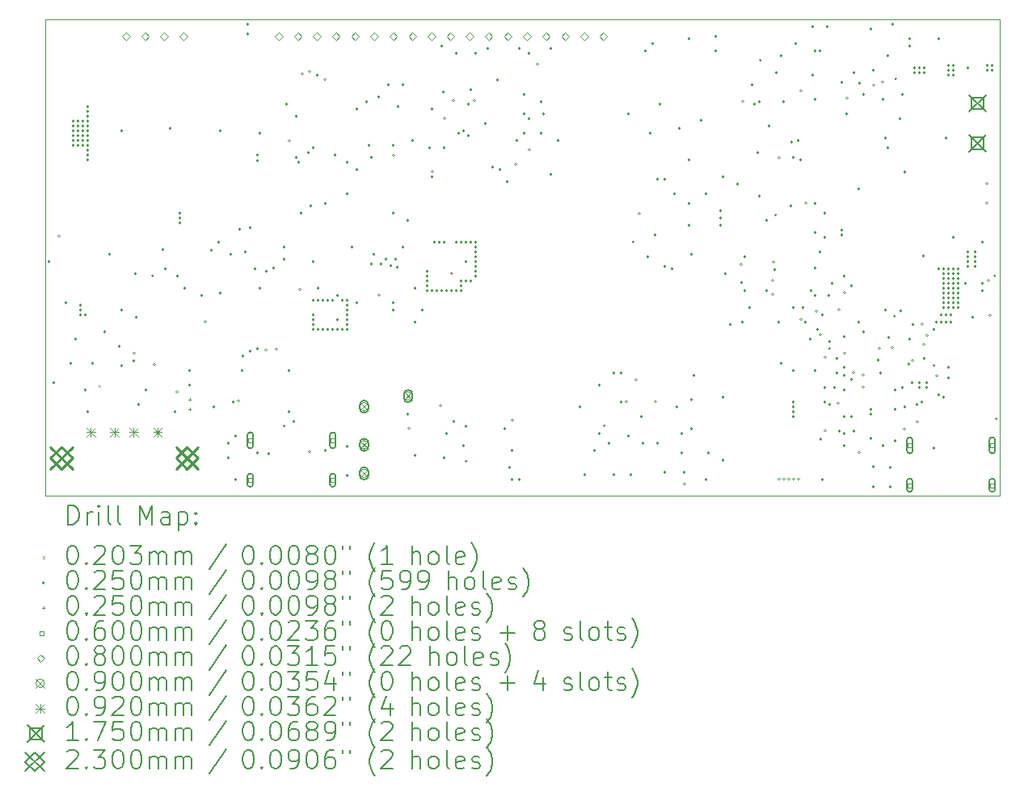
<source format=gbr>
%TF.GenerationSoftware,KiCad,Pcbnew,(7.0.0-rc1-253-g7844602210-dirty)*%
%TF.CreationDate,2023-01-20T20:56:42+08:00*%
%TF.ProjectId,VFDFFT,56464446-4654-42e6-9b69-6361645f7063,rev?*%
%TF.SameCoordinates,Original*%
%TF.FileFunction,Drillmap*%
%TF.FilePolarity,Positive*%
%FSLAX45Y45*%
G04 Gerber Fmt 4.5, Leading zero omitted, Abs format (unit mm)*
G04 Created by KiCad (PCBNEW (7.0.0-rc1-253-g7844602210-dirty)) date 2023-01-20 20:56:42*
%MOMM*%
%LPD*%
G01*
G04 APERTURE LIST*
%ADD10C,0.100000*%
%ADD11C,0.200000*%
%ADD12C,0.020320*%
%ADD13C,0.025000*%
%ADD14C,0.060000*%
%ADD15C,0.080000*%
%ADD16C,0.090000*%
%ADD17C,0.092000*%
%ADD18C,0.175000*%
%ADD19C,0.230000*%
G04 APERTURE END LIST*
D10*
X4122400Y-3403600D02*
X14122400Y-3403600D01*
X14122400Y-3403600D02*
X14122400Y-8403600D01*
X14122400Y-8403600D02*
X4122400Y-8403600D01*
X4122400Y-8403600D02*
X4122400Y-3403600D01*
D11*
D12*
X4682240Y-7239540D02*
X4702560Y-7259860D01*
X4702560Y-7239540D02*
X4682240Y-7259860D01*
D13*
X4178100Y-5943600D02*
G75*
G03*
X4178100Y-5943600I-12500J0D01*
G01*
X4228900Y-7213600D02*
G75*
G03*
X4228900Y-7213600I-12500J0D01*
G01*
X4279700Y-5678920D02*
G75*
G03*
X4279700Y-5678920I-12500J0D01*
G01*
X4355900Y-6375400D02*
G75*
G03*
X4355900Y-6375400I-12500J0D01*
G01*
X4406700Y-7010400D02*
G75*
G03*
X4406700Y-7010400I-12500J0D01*
G01*
X4432100Y-4470400D02*
G75*
G03*
X4432100Y-4470400I-12500J0D01*
G01*
X4432100Y-4521200D02*
G75*
G03*
X4432100Y-4521200I-12500J0D01*
G01*
X4432100Y-4572000D02*
G75*
G03*
X4432100Y-4572000I-12500J0D01*
G01*
X4432100Y-4622800D02*
G75*
G03*
X4432100Y-4622800I-12500J0D01*
G01*
X4432100Y-4673600D02*
G75*
G03*
X4432100Y-4673600I-12500J0D01*
G01*
X4432100Y-4724400D02*
G75*
G03*
X4432100Y-4724400I-12500J0D01*
G01*
X4457500Y-6756400D02*
G75*
G03*
X4457500Y-6756400I-12500J0D01*
G01*
X4482900Y-4470400D02*
G75*
G03*
X4482900Y-4470400I-12500J0D01*
G01*
X4482900Y-4521200D02*
G75*
G03*
X4482900Y-4521200I-12500J0D01*
G01*
X4482900Y-4572000D02*
G75*
G03*
X4482900Y-4572000I-12500J0D01*
G01*
X4482900Y-4622800D02*
G75*
G03*
X4482900Y-4622800I-12500J0D01*
G01*
X4482900Y-4673600D02*
G75*
G03*
X4482900Y-4673600I-12500J0D01*
G01*
X4482900Y-4724400D02*
G75*
G03*
X4482900Y-4724400I-12500J0D01*
G01*
X4508300Y-6400800D02*
G75*
G03*
X4508300Y-6400800I-12500J0D01*
G01*
X4508300Y-6451600D02*
G75*
G03*
X4508300Y-6451600I-12500J0D01*
G01*
X4508300Y-6502400D02*
G75*
G03*
X4508300Y-6502400I-12500J0D01*
G01*
X4533700Y-4470400D02*
G75*
G03*
X4533700Y-4470400I-12500J0D01*
G01*
X4533700Y-4521200D02*
G75*
G03*
X4533700Y-4521200I-12500J0D01*
G01*
X4533700Y-4572000D02*
G75*
G03*
X4533700Y-4572000I-12500J0D01*
G01*
X4533700Y-4622800D02*
G75*
G03*
X4533700Y-4622800I-12500J0D01*
G01*
X4533700Y-4673600D02*
G75*
G03*
X4533700Y-4673600I-12500J0D01*
G01*
X4533700Y-4724400D02*
G75*
G03*
X4533700Y-4724400I-12500J0D01*
G01*
X4559100Y-6502400D02*
G75*
G03*
X4559100Y-6502400I-12500J0D01*
G01*
X4559100Y-7289800D02*
G75*
G03*
X4559100Y-7289800I-12500J0D01*
G01*
X4584500Y-4318000D02*
G75*
G03*
X4584500Y-4318000I-12500J0D01*
G01*
X4584500Y-4368800D02*
G75*
G03*
X4584500Y-4368800I-12500J0D01*
G01*
X4584500Y-4419600D02*
G75*
G03*
X4584500Y-4419600I-12500J0D01*
G01*
X4584500Y-4470400D02*
G75*
G03*
X4584500Y-4470400I-12500J0D01*
G01*
X4584500Y-4521200D02*
G75*
G03*
X4584500Y-4521200I-12500J0D01*
G01*
X4584500Y-4572000D02*
G75*
G03*
X4584500Y-4572000I-12500J0D01*
G01*
X4584500Y-4622800D02*
G75*
G03*
X4584500Y-4622800I-12500J0D01*
G01*
X4584500Y-4673600D02*
G75*
G03*
X4584500Y-4673600I-12500J0D01*
G01*
X4584500Y-4724400D02*
G75*
G03*
X4584500Y-4724400I-12500J0D01*
G01*
X4584500Y-4775200D02*
G75*
G03*
X4584500Y-4775200I-12500J0D01*
G01*
X4584500Y-4826000D02*
G75*
G03*
X4584500Y-4826000I-12500J0D01*
G01*
X4584500Y-4876800D02*
G75*
G03*
X4584500Y-4876800I-12500J0D01*
G01*
X4584500Y-7518400D02*
G75*
G03*
X4584500Y-7518400I-12500J0D01*
G01*
X4635300Y-7010400D02*
G75*
G03*
X4635300Y-7010400I-12500J0D01*
G01*
X4762300Y-6680200D02*
G75*
G03*
X4762300Y-6680200I-12500J0D01*
G01*
X4813100Y-5867400D02*
G75*
G03*
X4813100Y-5867400I-12500J0D01*
G01*
X4914700Y-6832600D02*
G75*
G03*
X4914700Y-6832600I-12500J0D01*
G01*
X4940100Y-4572000D02*
G75*
G03*
X4940100Y-4572000I-12500J0D01*
G01*
X4940100Y-6451600D02*
G75*
G03*
X4940100Y-6451600I-12500J0D01*
G01*
X4940100Y-7035800D02*
G75*
G03*
X4940100Y-7035800I-12500J0D01*
G01*
X5067100Y-6985000D02*
G75*
G03*
X5067100Y-6985000I-12500J0D01*
G01*
X5069850Y-6908800D02*
G75*
G03*
X5069850Y-6908800I-12500J0D01*
G01*
X5083100Y-6070600D02*
G75*
G03*
X5083100Y-6070600I-12500J0D01*
G01*
X5092500Y-6527800D02*
G75*
G03*
X5092500Y-6527800I-12500J0D01*
G01*
X5117900Y-7442350D02*
G75*
G03*
X5117900Y-7442350I-12500J0D01*
G01*
X5194100Y-7289800D02*
G75*
G03*
X5194100Y-7289800I-12500J0D01*
G01*
X5263100Y-6096000D02*
G75*
G03*
X5263100Y-6096000I-12500J0D01*
G01*
X5283000Y-7023100D02*
G75*
G03*
X5283000Y-7023100I-12500J0D01*
G01*
X5371900Y-5816600D02*
G75*
G03*
X5371900Y-5816600I-12500J0D01*
G01*
X5397300Y-6019800D02*
G75*
G03*
X5397300Y-6019800I-12500J0D01*
G01*
X5448100Y-4546600D02*
G75*
G03*
X5448100Y-4546600I-12500J0D01*
G01*
X5498900Y-7518400D02*
G75*
G03*
X5498900Y-7518400I-12500J0D01*
G01*
X5518850Y-7315200D02*
G75*
G03*
X5518850Y-7315200I-12500J0D01*
G01*
X5524300Y-6096000D02*
G75*
G03*
X5524300Y-6096000I-12500J0D01*
G01*
X5549700Y-5435600D02*
G75*
G03*
X5549700Y-5435600I-12500J0D01*
G01*
X5549700Y-5486400D02*
G75*
G03*
X5549700Y-5486400I-12500J0D01*
G01*
X5549700Y-5537200D02*
G75*
G03*
X5549700Y-5537200I-12500J0D01*
G01*
X5600500Y-6223000D02*
G75*
G03*
X5600500Y-6223000I-12500J0D01*
G01*
X5651300Y-7086600D02*
G75*
G03*
X5651300Y-7086600I-12500J0D01*
G01*
X5651300Y-7239000D02*
G75*
G03*
X5651300Y-7239000I-12500J0D01*
G01*
X5778300Y-6299200D02*
G75*
G03*
X5778300Y-6299200I-12500J0D01*
G01*
X5813680Y-6578600D02*
G75*
G03*
X5813680Y-6578600I-12500J0D01*
G01*
X5879900Y-5827280D02*
G75*
G03*
X5879900Y-5827280I-12500J0D01*
G01*
X5905300Y-7467450D02*
G75*
G03*
X5905300Y-7467450I-12500J0D01*
G01*
X5956100Y-5740400D02*
G75*
G03*
X5956100Y-5740400I-12500J0D01*
G01*
X5970580Y-6273800D02*
G75*
G03*
X5970580Y-6273800I-12500J0D01*
G01*
X5971276Y-4574742D02*
G75*
G03*
X5971276Y-4574742I-12500J0D01*
G01*
X6053750Y-7848600D02*
G75*
G03*
X6053750Y-7848600I-12500J0D01*
G01*
X6057550Y-8001000D02*
G75*
G03*
X6057550Y-8001000I-12500J0D01*
G01*
X6083100Y-5867400D02*
G75*
G03*
X6083100Y-5867400I-12500J0D01*
G01*
X6108500Y-7416800D02*
G75*
G03*
X6108500Y-7416800I-12500J0D01*
G01*
X6133900Y-7772400D02*
G75*
G03*
X6133900Y-7772400I-12500J0D01*
G01*
X6133900Y-8229600D02*
G75*
G03*
X6133900Y-8229600I-12500J0D01*
G01*
X6163004Y-7407099D02*
G75*
G03*
X6163004Y-7407099I-12500J0D01*
G01*
X6178033Y-5606733D02*
G75*
G03*
X6178033Y-5606733I-12500J0D01*
G01*
X6199940Y-7086600D02*
G75*
G03*
X6199940Y-7086600I-12500J0D01*
G01*
X6210100Y-6934200D02*
G75*
G03*
X6210100Y-6934200I-12500J0D01*
G01*
X6235500Y-5842000D02*
G75*
G03*
X6235500Y-5842000I-12500J0D01*
G01*
X6260750Y-3456940D02*
G75*
G03*
X6260750Y-3456940I-12500J0D01*
G01*
X6260900Y-3556000D02*
G75*
G03*
X6260900Y-3556000I-12500J0D01*
G01*
X6286300Y-5588000D02*
G75*
G03*
X6286300Y-5588000I-12500J0D01*
G01*
X6286300Y-6883400D02*
G75*
G03*
X6286300Y-6883400I-12500J0D01*
G01*
X6337100Y-6019800D02*
G75*
G03*
X6337100Y-6019800I-12500J0D01*
G01*
X6362500Y-4830110D02*
G75*
G03*
X6362500Y-4830110I-12500J0D01*
G01*
X6362500Y-4887890D02*
G75*
G03*
X6362500Y-4887890I-12500J0D01*
G01*
X6362500Y-6858000D02*
G75*
G03*
X6362500Y-6858000I-12500J0D01*
G01*
X6362500Y-7950200D02*
G75*
G03*
X6362500Y-7950200I-12500J0D01*
G01*
X6387900Y-6223000D02*
G75*
G03*
X6387900Y-6223000I-12500J0D01*
G01*
X6388050Y-4597400D02*
G75*
G03*
X6388050Y-4597400I-12500J0D01*
G01*
X6451400Y-6870700D02*
G75*
G03*
X6451400Y-6870700I-12500J0D01*
G01*
X6453300Y-6045200D02*
G75*
G03*
X6453300Y-6045200I-12500J0D01*
G01*
X6478100Y-7961600D02*
G75*
G03*
X6478100Y-7961600I-12500J0D01*
G01*
X6533300Y-6012800D02*
G75*
G03*
X6533300Y-6012800I-12500J0D01*
G01*
X6558700Y-6865000D02*
G75*
G03*
X6558700Y-6865000I-12500J0D01*
G01*
X6641900Y-5791200D02*
G75*
G03*
X6641900Y-5791200I-12500J0D01*
G01*
X6641900Y-5918200D02*
G75*
G03*
X6641900Y-5918200I-12500J0D01*
G01*
X6643100Y-7670800D02*
G75*
G03*
X6643100Y-7670800I-12500J0D01*
G01*
X6667300Y-4292450D02*
G75*
G03*
X6667300Y-4292450I-12500J0D01*
G01*
X6692700Y-7086600D02*
G75*
G03*
X6692700Y-7086600I-12500J0D01*
G01*
X6692700Y-7518400D02*
G75*
G03*
X6692700Y-7518400I-12500J0D01*
G01*
X6693766Y-4678043D02*
G75*
G03*
X6693766Y-4678043I-12500J0D01*
G01*
X6743100Y-7620400D02*
G75*
G03*
X6743100Y-7620400I-12500J0D01*
G01*
X6768900Y-4419600D02*
G75*
G03*
X6768900Y-4419600I-12500J0D01*
G01*
X6768900Y-4851400D02*
G75*
G03*
X6768900Y-4851400I-12500J0D01*
G01*
X6794300Y-4902200D02*
G75*
G03*
X6794300Y-4902200I-12500J0D01*
G01*
X6807000Y-6235700D02*
G75*
G03*
X6807000Y-6235700I-12500J0D01*
G01*
X6819700Y-5435600D02*
G75*
G03*
X6819700Y-5435600I-12500J0D01*
G01*
X6832400Y-3975100D02*
G75*
G03*
X6832400Y-3975100I-12500J0D01*
G01*
X6895900Y-4800600D02*
G75*
G03*
X6895900Y-4800600I-12500J0D01*
G01*
X6906700Y-3951600D02*
G75*
G03*
X6906700Y-3951600I-12500J0D01*
G01*
X6908600Y-7937500D02*
G75*
G03*
X6908600Y-7937500I-12500J0D01*
G01*
X6921300Y-5359400D02*
G75*
G03*
X6921300Y-5359400I-12500J0D01*
G01*
X6946700Y-4749800D02*
G75*
G03*
X6946700Y-4749800I-12500J0D01*
G01*
X6946700Y-5943600D02*
G75*
G03*
X6946700Y-5943600I-12500J0D01*
G01*
X6946700Y-6350000D02*
G75*
G03*
X6946700Y-6350000I-12500J0D01*
G01*
X6946700Y-6502400D02*
G75*
G03*
X6946700Y-6502400I-12500J0D01*
G01*
X6946700Y-6553200D02*
G75*
G03*
X6946700Y-6553200I-12500J0D01*
G01*
X6946700Y-6604000D02*
G75*
G03*
X6946700Y-6604000I-12500J0D01*
G01*
X6946700Y-6654800D02*
G75*
G03*
X6946700Y-6654800I-12500J0D01*
G01*
X6986700Y-3987800D02*
G75*
G03*
X6986700Y-3987800I-12500J0D01*
G01*
X6997500Y-6223000D02*
G75*
G03*
X6997500Y-6223000I-12500J0D01*
G01*
X6997500Y-6350000D02*
G75*
G03*
X6997500Y-6350000I-12500J0D01*
G01*
X6997500Y-6654800D02*
G75*
G03*
X6997500Y-6654800I-12500J0D01*
G01*
X7048300Y-6350000D02*
G75*
G03*
X7048300Y-6350000I-12500J0D01*
G01*
X7048300Y-6654800D02*
G75*
G03*
X7048300Y-6654800I-12500J0D01*
G01*
X7066700Y-4038600D02*
G75*
G03*
X7066700Y-4038600I-12500J0D01*
G01*
X7073700Y-5334000D02*
G75*
G03*
X7073700Y-5334000I-12500J0D01*
G01*
X7073700Y-7924800D02*
G75*
G03*
X7073700Y-7924800I-12500J0D01*
G01*
X7099100Y-6350000D02*
G75*
G03*
X7099100Y-6350000I-12500J0D01*
G01*
X7099100Y-6654800D02*
G75*
G03*
X7099100Y-6654800I-12500J0D01*
G01*
X7149900Y-6350000D02*
G75*
G03*
X7149900Y-6350000I-12500J0D01*
G01*
X7149900Y-6654800D02*
G75*
G03*
X7149900Y-6654800I-12500J0D01*
G01*
X7175300Y-4826000D02*
G75*
G03*
X7175300Y-4826000I-12500J0D01*
G01*
X7200700Y-6299200D02*
G75*
G03*
X7200700Y-6299200I-12500J0D01*
G01*
X7200700Y-6553200D02*
G75*
G03*
X7200700Y-6553200I-12500J0D01*
G01*
X7200700Y-6654800D02*
G75*
G03*
X7200700Y-6654800I-12500J0D01*
G01*
X7251500Y-6350000D02*
G75*
G03*
X7251500Y-6350000I-12500J0D01*
G01*
X7251500Y-6654800D02*
G75*
G03*
X7251500Y-6654800I-12500J0D01*
G01*
X7302300Y-4902200D02*
G75*
G03*
X7302300Y-4902200I-12500J0D01*
G01*
X7302300Y-5232400D02*
G75*
G03*
X7302300Y-5232400I-12500J0D01*
G01*
X7302300Y-6350000D02*
G75*
G03*
X7302300Y-6350000I-12500J0D01*
G01*
X7302300Y-6400800D02*
G75*
G03*
X7302300Y-6400800I-12500J0D01*
G01*
X7302300Y-6451600D02*
G75*
G03*
X7302300Y-6451600I-12500J0D01*
G01*
X7302300Y-6502400D02*
G75*
G03*
X7302300Y-6502400I-12500J0D01*
G01*
X7302300Y-6553200D02*
G75*
G03*
X7302300Y-6553200I-12500J0D01*
G01*
X7302300Y-6604000D02*
G75*
G03*
X7302300Y-6604000I-12500J0D01*
G01*
X7302300Y-6654800D02*
G75*
G03*
X7302300Y-6654800I-12500J0D01*
G01*
X7302300Y-7884680D02*
G75*
G03*
X7302300Y-7884680I-12500J0D01*
G01*
X7302300Y-8189480D02*
G75*
G03*
X7302300Y-8189480I-12500J0D01*
G01*
X7353100Y-5791200D02*
G75*
G03*
X7353100Y-5791200I-12500J0D01*
G01*
X7403900Y-4343400D02*
G75*
G03*
X7403900Y-4343400I-12500J0D01*
G01*
X7403900Y-4978400D02*
G75*
G03*
X7403900Y-4978400I-12500J0D01*
G01*
X7403900Y-6375400D02*
G75*
G03*
X7403900Y-6375400I-12500J0D01*
G01*
X7505500Y-4267200D02*
G75*
G03*
X7505500Y-4267200I-12500J0D01*
G01*
X7530900Y-4724400D02*
G75*
G03*
X7530900Y-4724400I-12500J0D01*
G01*
X7556300Y-4851400D02*
G75*
G03*
X7556300Y-4851400I-12500J0D01*
G01*
X7556300Y-5969000D02*
G75*
G03*
X7556300Y-5969000I-12500J0D01*
G01*
X7581700Y-5867400D02*
G75*
G03*
X7581700Y-5867400I-12500J0D01*
G01*
X7632500Y-4216400D02*
G75*
G03*
X7632500Y-4216400I-12500J0D01*
G01*
X7636450Y-6299200D02*
G75*
G03*
X7636450Y-6299200I-12500J0D01*
G01*
X7657900Y-5969000D02*
G75*
G03*
X7657900Y-5969000I-12500J0D01*
G01*
X7708700Y-5918200D02*
G75*
G03*
X7708700Y-5918200I-12500J0D01*
G01*
X7734100Y-4089400D02*
G75*
G03*
X7734100Y-4089400I-12500J0D01*
G01*
X7758355Y-5990399D02*
G75*
G03*
X7758355Y-5990399I-12500J0D01*
G01*
X7784900Y-4724400D02*
G75*
G03*
X7784900Y-4724400I-12500J0D01*
G01*
X7784900Y-4831890D02*
G75*
G03*
X7784900Y-4831890I-12500J0D01*
G01*
X7784900Y-5435600D02*
G75*
G03*
X7784900Y-5435600I-12500J0D01*
G01*
X7784900Y-6375400D02*
G75*
G03*
X7784900Y-6375400I-12500J0D01*
G01*
X7785050Y-6451600D02*
G75*
G03*
X7785050Y-6451600I-12500J0D01*
G01*
X7810300Y-5918200D02*
G75*
G03*
X7810300Y-5918200I-12500J0D01*
G01*
X7826900Y-6003200D02*
G75*
G03*
X7826900Y-6003200I-12500J0D01*
G01*
X7835700Y-4318000D02*
G75*
G03*
X7835700Y-4318000I-12500J0D01*
G01*
X7886335Y-4088500D02*
G75*
G03*
X7886335Y-4088500I-12500J0D01*
G01*
X7886500Y-5791200D02*
G75*
G03*
X7886500Y-5791200I-12500J0D01*
G01*
X7934886Y-5510944D02*
G75*
G03*
X7934886Y-5510944I-12500J0D01*
G01*
X7937300Y-7543800D02*
G75*
G03*
X7937300Y-7543800I-12500J0D01*
G01*
X7949630Y-7696200D02*
G75*
G03*
X7949630Y-7696200I-12500J0D01*
G01*
X7988100Y-4673600D02*
G75*
G03*
X7988100Y-4673600I-12500J0D01*
G01*
X8013500Y-6223150D02*
G75*
G03*
X8013500Y-6223150I-12500J0D01*
G01*
X8013500Y-6578600D02*
G75*
G03*
X8013500Y-6578600I-12500J0D01*
G01*
X8013500Y-7975600D02*
G75*
G03*
X8013500Y-7975600I-12500J0D01*
G01*
X8089700Y-6451600D02*
G75*
G03*
X8089700Y-6451600I-12500J0D01*
G01*
X8140500Y-6045200D02*
G75*
G03*
X8140500Y-6045200I-12500J0D01*
G01*
X8140500Y-6096000D02*
G75*
G03*
X8140500Y-6096000I-12500J0D01*
G01*
X8140500Y-6146800D02*
G75*
G03*
X8140500Y-6146800I-12500J0D01*
G01*
X8140500Y-6197600D02*
G75*
G03*
X8140500Y-6197600I-12500J0D01*
G01*
X8140500Y-6248400D02*
G75*
G03*
X8140500Y-6248400I-12500J0D01*
G01*
X8165900Y-4749800D02*
G75*
G03*
X8165900Y-4749800I-12500J0D01*
G01*
X8191300Y-4343400D02*
G75*
G03*
X8191300Y-4343400I-12500J0D01*
G01*
X8191300Y-5001950D02*
G75*
G03*
X8191300Y-5001950I-12500J0D01*
G01*
X8191300Y-5054600D02*
G75*
G03*
X8191300Y-5054600I-12500J0D01*
G01*
X8191300Y-6248400D02*
G75*
G03*
X8191300Y-6248400I-12500J0D01*
G01*
X8216700Y-5740400D02*
G75*
G03*
X8216700Y-5740400I-12500J0D01*
G01*
X8242100Y-6248400D02*
G75*
G03*
X8242100Y-6248400I-12500J0D01*
G01*
X8267500Y-5740400D02*
G75*
G03*
X8267500Y-5740400I-12500J0D01*
G01*
X8280200Y-7454900D02*
G75*
G03*
X8280200Y-7454900I-12500J0D01*
G01*
X8292900Y-3683000D02*
G75*
G03*
X8292900Y-3683000I-12500J0D01*
G01*
X8292900Y-6248400D02*
G75*
G03*
X8292900Y-6248400I-12500J0D01*
G01*
X8307036Y-4165600D02*
G75*
G03*
X8307036Y-4165600I-12500J0D01*
G01*
X8318300Y-4749800D02*
G75*
G03*
X8318300Y-4749800I-12500J0D01*
G01*
X8318300Y-5740400D02*
G75*
G03*
X8318300Y-5740400I-12500J0D01*
G01*
X8318300Y-8001000D02*
G75*
G03*
X8318300Y-8001000I-12500J0D01*
G01*
X8322350Y-4443700D02*
G75*
G03*
X8322350Y-4443700I-12500J0D01*
G01*
X8343700Y-6248400D02*
G75*
G03*
X8343700Y-6248400I-12500J0D01*
G01*
X8343700Y-7747000D02*
G75*
G03*
X8343700Y-7747000I-12500J0D01*
G01*
X8394500Y-6248400D02*
G75*
G03*
X8394500Y-6248400I-12500J0D01*
G01*
X8395800Y-6070600D02*
G75*
G03*
X8395800Y-6070600I-12500J0D01*
G01*
X8413050Y-4259000D02*
G75*
G03*
X8413050Y-4259000I-12500J0D01*
G01*
X8419900Y-7620000D02*
G75*
G03*
X8419900Y-7620000I-12500J0D01*
G01*
X8445300Y-3759200D02*
G75*
G03*
X8445300Y-3759200I-12500J0D01*
G01*
X8445300Y-5740400D02*
G75*
G03*
X8445300Y-5740400I-12500J0D01*
G01*
X8445300Y-6248400D02*
G75*
G03*
X8445300Y-6248400I-12500J0D01*
G01*
X8468850Y-4598700D02*
G75*
G03*
X8468850Y-4598700I-12500J0D01*
G01*
X8496100Y-5740400D02*
G75*
G03*
X8496100Y-5740400I-12500J0D01*
G01*
X8496100Y-6146800D02*
G75*
G03*
X8496100Y-6146800I-12500J0D01*
G01*
X8496100Y-6197600D02*
G75*
G03*
X8496100Y-6197600I-12500J0D01*
G01*
X8496100Y-6248400D02*
G75*
G03*
X8496100Y-6248400I-12500J0D01*
G01*
X8520600Y-4572000D02*
G75*
G03*
X8520600Y-4572000I-12500J0D01*
G01*
X8521500Y-7874000D02*
G75*
G03*
X8521500Y-7874000I-12500J0D01*
G01*
X8546900Y-5740400D02*
G75*
G03*
X8546900Y-5740400I-12500J0D01*
G01*
X8546900Y-5943750D02*
G75*
G03*
X8546900Y-5943750I-12500J0D01*
G01*
X8546900Y-6146800D02*
G75*
G03*
X8546900Y-6146800I-12500J0D01*
G01*
X8546900Y-7670800D02*
G75*
G03*
X8546900Y-7670800I-12500J0D01*
G01*
X8546900Y-8039100D02*
G75*
G03*
X8546900Y-8039100I-12500J0D01*
G01*
X8572300Y-4292600D02*
G75*
G03*
X8572300Y-4292600I-12500J0D01*
G01*
X8572300Y-4622800D02*
G75*
G03*
X8572300Y-4622800I-12500J0D01*
G01*
X8597700Y-4140200D02*
G75*
G03*
X8597700Y-4140200I-12500J0D01*
G01*
X8597700Y-5740400D02*
G75*
G03*
X8597700Y-5740400I-12500J0D01*
G01*
X8597700Y-6146800D02*
G75*
G03*
X8597700Y-6146800I-12500J0D01*
G01*
X8637346Y-4256039D02*
G75*
G03*
X8637346Y-4256039I-12500J0D01*
G01*
X8648500Y-3760100D02*
G75*
G03*
X8648500Y-3760100I-12500J0D01*
G01*
X8648500Y-5740400D02*
G75*
G03*
X8648500Y-5740400I-12500J0D01*
G01*
X8648500Y-5791200D02*
G75*
G03*
X8648500Y-5791200I-12500J0D01*
G01*
X8648500Y-5842000D02*
G75*
G03*
X8648500Y-5842000I-12500J0D01*
G01*
X8648500Y-5892800D02*
G75*
G03*
X8648500Y-5892800I-12500J0D01*
G01*
X8648500Y-5943600D02*
G75*
G03*
X8648500Y-5943600I-12500J0D01*
G01*
X8648500Y-5994400D02*
G75*
G03*
X8648500Y-5994400I-12500J0D01*
G01*
X8648500Y-6045200D02*
G75*
G03*
X8648500Y-6045200I-12500J0D01*
G01*
X8648500Y-6096000D02*
G75*
G03*
X8648500Y-6096000I-12500J0D01*
G01*
X8750100Y-4495800D02*
G75*
G03*
X8750100Y-4495800I-12500J0D01*
G01*
X8775500Y-3707500D02*
G75*
G03*
X8775500Y-3707500I-12500J0D01*
G01*
X8826300Y-4953000D02*
G75*
G03*
X8826300Y-4953000I-12500J0D01*
G01*
X8877100Y-4038600D02*
G75*
G03*
X8877100Y-4038600I-12500J0D01*
G01*
X8902500Y-4977500D02*
G75*
G03*
X8902500Y-4977500I-12500J0D01*
G01*
X8953300Y-7697500D02*
G75*
G03*
X8953300Y-7697500I-12500J0D01*
G01*
X8978700Y-5105400D02*
G75*
G03*
X8978700Y-5105400I-12500J0D01*
G01*
X9004100Y-8102600D02*
G75*
G03*
X9004100Y-8102600I-12500J0D01*
G01*
X9029500Y-7609320D02*
G75*
G03*
X9029500Y-7609320I-12500J0D01*
G01*
X9029500Y-7924800D02*
G75*
G03*
X9029500Y-7924800I-12500J0D01*
G01*
X9029500Y-8229750D02*
G75*
G03*
X9029500Y-8229750I-12500J0D01*
G01*
X9064750Y-4927600D02*
G75*
G03*
X9064750Y-4927600I-12500J0D01*
G01*
X9080300Y-4673600D02*
G75*
G03*
X9080300Y-4673600I-12500J0D01*
G01*
X9102650Y-3707500D02*
G75*
G03*
X9102650Y-3707500I-12500J0D01*
G01*
X9105700Y-8229600D02*
G75*
G03*
X9105700Y-8229600I-12500J0D01*
G01*
X9156500Y-4191000D02*
G75*
G03*
X9156500Y-4191000I-12500J0D01*
G01*
X9156500Y-4394200D02*
G75*
G03*
X9156500Y-4394200I-12500J0D01*
G01*
X9156500Y-4597400D02*
G75*
G03*
X9156500Y-4597400I-12500J0D01*
G01*
X9207300Y-3760100D02*
G75*
G03*
X9207300Y-3760100I-12500J0D01*
G01*
X9207300Y-4445000D02*
G75*
G03*
X9207300Y-4445000I-12500J0D01*
G01*
X9211350Y-4775200D02*
G75*
G03*
X9211350Y-4775200I-12500J0D01*
G01*
X9296200Y-3873500D02*
G75*
G03*
X9296200Y-3873500I-12500J0D01*
G01*
X9334300Y-4597400D02*
G75*
G03*
X9334300Y-4597400I-12500J0D01*
G01*
X9335200Y-4267200D02*
G75*
G03*
X9335200Y-4267200I-12500J0D01*
G01*
X9359700Y-4394200D02*
G75*
G03*
X9359700Y-4394200I-12500J0D01*
G01*
X9435900Y-3707500D02*
G75*
G03*
X9435900Y-3707500I-12500J0D01*
G01*
X9435900Y-5029200D02*
G75*
G03*
X9435900Y-5029200I-12500J0D01*
G01*
X9512100Y-4673850D02*
G75*
G03*
X9512100Y-4673850I-12500J0D01*
G01*
X9740700Y-7467600D02*
G75*
G03*
X9740700Y-7467600I-12500J0D01*
G01*
X9791500Y-8178800D02*
G75*
G03*
X9791500Y-8178800I-12500J0D01*
G01*
X9893100Y-7924800D02*
G75*
G03*
X9893100Y-7924800I-12500J0D01*
G01*
X9943900Y-7239000D02*
G75*
G03*
X9943900Y-7239000I-12500J0D01*
G01*
X9943900Y-7747000D02*
G75*
G03*
X9943900Y-7747000I-12500J0D01*
G01*
X9994700Y-7666480D02*
G75*
G03*
X9994700Y-7666480I-12500J0D01*
G01*
X10045500Y-7848600D02*
G75*
G03*
X10045500Y-7848600I-12500J0D01*
G01*
X10096300Y-7112000D02*
G75*
G03*
X10096300Y-7112000I-12500J0D01*
G01*
X10096300Y-8178950D02*
G75*
G03*
X10096300Y-8178950I-12500J0D01*
G01*
X10172500Y-7112520D02*
G75*
G03*
X10172500Y-7112520I-12500J0D01*
G01*
X10172500Y-7416800D02*
G75*
G03*
X10172500Y-7416800I-12500J0D01*
G01*
X10225840Y-7416800D02*
G75*
G03*
X10225840Y-7416800I-12500J0D01*
G01*
X10248700Y-4394200D02*
G75*
G03*
X10248700Y-4394200I-12500J0D01*
G01*
X10248700Y-7772400D02*
G75*
G03*
X10248700Y-7772400I-12500J0D01*
G01*
X10274100Y-8178800D02*
G75*
G03*
X10274100Y-8178800I-12500J0D01*
G01*
X10295200Y-5740400D02*
G75*
G03*
X10295200Y-5740400I-12500J0D01*
G01*
X10329000Y-7188200D02*
G75*
G03*
X10329000Y-7188200I-12500J0D01*
G01*
X10361500Y-5442150D02*
G75*
G03*
X10361500Y-5442150I-12500J0D01*
G01*
X10382340Y-7569881D02*
G75*
G03*
X10382340Y-7569881I-12500J0D01*
G01*
X10401100Y-7848600D02*
G75*
G03*
X10401100Y-7848600I-12500J0D01*
G01*
X10425200Y-3733800D02*
G75*
G03*
X10425200Y-3733800I-12500J0D01*
G01*
X10451900Y-5892800D02*
G75*
G03*
X10451900Y-5892800I-12500J0D01*
G01*
X10477300Y-4597400D02*
G75*
G03*
X10477300Y-4597400I-12500J0D01*
G01*
X10502850Y-3657600D02*
G75*
G03*
X10502850Y-3657600I-12500J0D01*
G01*
X10528100Y-5664200D02*
G75*
G03*
X10528100Y-5664200I-12500J0D01*
G01*
X10528100Y-7414630D02*
G75*
G03*
X10528100Y-7414630I-12500J0D01*
G01*
X10553500Y-5080000D02*
G75*
G03*
X10553500Y-5080000I-12500J0D01*
G01*
X10553500Y-7848600D02*
G75*
G03*
X10553500Y-7848600I-12500J0D01*
G01*
X10578900Y-4292600D02*
G75*
G03*
X10578900Y-4292600I-12500J0D01*
G01*
X10629700Y-5080150D02*
G75*
G03*
X10629700Y-5080150I-12500J0D01*
G01*
X10629700Y-5994250D02*
G75*
G03*
X10629700Y-5994250I-12500J0D01*
G01*
X10629700Y-8153400D02*
G75*
G03*
X10629700Y-8153400I-12500J0D01*
G01*
X10705900Y-6020700D02*
G75*
G03*
X10705900Y-6020700I-12500J0D01*
G01*
X10731300Y-5232400D02*
G75*
G03*
X10731300Y-5232400I-12500J0D01*
G01*
X10756700Y-7467600D02*
G75*
G03*
X10756700Y-7467600I-12500J0D01*
G01*
X10782100Y-4546600D02*
G75*
G03*
X10782100Y-4546600I-12500J0D01*
G01*
X10807500Y-7747000D02*
G75*
G03*
X10807500Y-7747000I-12500J0D01*
G01*
X10807500Y-7950200D02*
G75*
G03*
X10807500Y-7950200I-12500J0D01*
G01*
X10832900Y-8153400D02*
G75*
G03*
X10832900Y-8153400I-12500J0D01*
G01*
X10832900Y-8276970D02*
G75*
G03*
X10832900Y-8276970I-12500J0D01*
G01*
X10883180Y-3606280D02*
G75*
G03*
X10883180Y-3606280I-12500J0D01*
G01*
X10883700Y-4876800D02*
G75*
G03*
X10883700Y-4876800I-12500J0D01*
G01*
X10883700Y-5334000D02*
G75*
G03*
X10883700Y-5334000I-12500J0D01*
G01*
X10883700Y-5562600D02*
G75*
G03*
X10883700Y-5562600I-12500J0D01*
G01*
X10909100Y-5867400D02*
G75*
G03*
X10909100Y-5867400I-12500J0D01*
G01*
X10909100Y-7391400D02*
G75*
G03*
X10909100Y-7391400I-12500J0D01*
G01*
X10909100Y-7696200D02*
G75*
G03*
X10909100Y-7696200I-12500J0D01*
G01*
X10934500Y-7137400D02*
G75*
G03*
X10934500Y-7137400I-12500J0D01*
G01*
X11010700Y-4466000D02*
G75*
G03*
X11010700Y-4466000I-12500J0D01*
G01*
X11061500Y-5232400D02*
G75*
G03*
X11061500Y-5232400I-12500J0D01*
G01*
X11061500Y-8229600D02*
G75*
G03*
X11061500Y-8229600I-12500J0D01*
G01*
X11086900Y-7950200D02*
G75*
G03*
X11086900Y-7950200I-12500J0D01*
G01*
X11163100Y-3581400D02*
G75*
G03*
X11163100Y-3581400I-12500J0D01*
G01*
X11163100Y-3733800D02*
G75*
G03*
X11163100Y-3733800I-12500J0D01*
G01*
X11213380Y-5410200D02*
G75*
G03*
X11213380Y-5410200I-12500J0D01*
G01*
X11213900Y-5486400D02*
G75*
G03*
X11213900Y-5486400I-12500J0D01*
G01*
X11213900Y-5562600D02*
G75*
G03*
X11213900Y-5562600I-12500J0D01*
G01*
X11239300Y-5054600D02*
G75*
G03*
X11239300Y-5054600I-12500J0D01*
G01*
X11239300Y-7366000D02*
G75*
G03*
X11239300Y-7366000I-12500J0D01*
G01*
X11239300Y-8026400D02*
G75*
G03*
X11239300Y-8026400I-12500J0D01*
G01*
X11264700Y-6070600D02*
G75*
G03*
X11264700Y-6070600I-12500J0D01*
G01*
X11315500Y-6604000D02*
G75*
G03*
X11315500Y-6604000I-12500J0D01*
G01*
X11391700Y-5130800D02*
G75*
G03*
X11391700Y-5130800I-12500J0D01*
G01*
X11430350Y-5975600D02*
G75*
G03*
X11430350Y-5975600I-12500J0D01*
G01*
X11430350Y-6165600D02*
G75*
G03*
X11430350Y-6165600I-12500J0D01*
G01*
X11442500Y-6578600D02*
G75*
G03*
X11442500Y-6578600I-12500J0D01*
G01*
X11446600Y-4267200D02*
G75*
G03*
X11446600Y-4267200I-12500J0D01*
G01*
X11467900Y-5892800D02*
G75*
G03*
X11467900Y-5892800I-12500J0D01*
G01*
X11467900Y-6248400D02*
G75*
G03*
X11467900Y-6248400I-12500J0D01*
G01*
X11518700Y-6426050D02*
G75*
G03*
X11518700Y-6426050I-12500J0D01*
G01*
X11544100Y-4089400D02*
G75*
G03*
X11544100Y-4089400I-12500J0D01*
G01*
X11569500Y-4292600D02*
G75*
G03*
X11569500Y-4292600I-12500J0D01*
G01*
X11600500Y-4800600D02*
G75*
G03*
X11600500Y-4800600I-12500J0D01*
G01*
X11620300Y-4267200D02*
G75*
G03*
X11620300Y-4267200I-12500J0D01*
G01*
X11620300Y-5257800D02*
G75*
G03*
X11620300Y-5257800I-12500J0D01*
G01*
X11629940Y-3835400D02*
G75*
G03*
X11629940Y-3835400I-12500J0D01*
G01*
X11696500Y-5511800D02*
G75*
G03*
X11696500Y-5511800I-12500J0D01*
G01*
X11696500Y-6248400D02*
G75*
G03*
X11696500Y-6248400I-12500J0D01*
G01*
X11721900Y-4521200D02*
G75*
G03*
X11721900Y-4521200I-12500J0D01*
G01*
X11756516Y-6145883D02*
G75*
G03*
X11756516Y-6145883I-12500J0D01*
G01*
X11760399Y-6286327D02*
G75*
G03*
X11760399Y-6286327I-12500J0D01*
G01*
X11766350Y-5948430D02*
G75*
G03*
X11766350Y-5948430I-12500J0D01*
G01*
X11781704Y-6029300D02*
G75*
G03*
X11781704Y-6029300I-12500J0D01*
G01*
X11789926Y-5456527D02*
G75*
G03*
X11789926Y-5456527I-12500J0D01*
G01*
X11796800Y-3962400D02*
G75*
G03*
X11796800Y-3962400I-12500J0D01*
G01*
X11823500Y-6578600D02*
G75*
G03*
X11823500Y-6578600I-12500J0D01*
G01*
X11823500Y-8228000D02*
G75*
G03*
X11823500Y-8228000I-12500J0D01*
G01*
X11827600Y-4855500D02*
G75*
G03*
X11827600Y-4855500I-12500J0D01*
G01*
X11848900Y-7010400D02*
G75*
G03*
X11848900Y-7010400I-12500J0D01*
G01*
X11849820Y-3784600D02*
G75*
G03*
X11849820Y-3784600I-12500J0D01*
G01*
X11874300Y-4267200D02*
G75*
G03*
X11874300Y-4267200I-12500J0D01*
G01*
X11874300Y-8228000D02*
G75*
G03*
X11874300Y-8228000I-12500J0D01*
G01*
X11925100Y-8228000D02*
G75*
G03*
X11925100Y-8228000I-12500J0D01*
G01*
X11951020Y-5359400D02*
G75*
G03*
X11951020Y-5359400I-12500J0D01*
G01*
X11957600Y-4691900D02*
G75*
G03*
X11957600Y-4691900I-12500J0D01*
G01*
X11975900Y-4853940D02*
G75*
G03*
X11975900Y-4853940I-12500J0D01*
G01*
X11975900Y-6426200D02*
G75*
G03*
X11975900Y-6426200I-12500J0D01*
G01*
X11975900Y-7086600D02*
G75*
G03*
X11975900Y-7086600I-12500J0D01*
G01*
X11975900Y-7416800D02*
G75*
G03*
X11975900Y-7416800I-12500J0D01*
G01*
X11975900Y-7467600D02*
G75*
G03*
X11975900Y-7467600I-12500J0D01*
G01*
X11975900Y-7518400D02*
G75*
G03*
X11975900Y-7518400I-12500J0D01*
G01*
X11975900Y-7569200D02*
G75*
G03*
X11975900Y-7569200I-12500J0D01*
G01*
X11975900Y-8228000D02*
G75*
G03*
X11975900Y-8228000I-12500J0D01*
G01*
X12001300Y-3657600D02*
G75*
G03*
X12001300Y-3657600I-12500J0D01*
G01*
X12026700Y-4673600D02*
G75*
G03*
X12026700Y-4673600I-12500J0D01*
G01*
X12028300Y-8228000D02*
G75*
G03*
X12028300Y-8228000I-12500J0D01*
G01*
X12052100Y-4153400D02*
G75*
G03*
X12052100Y-4153400I-12500J0D01*
G01*
X12052100Y-4876800D02*
G75*
G03*
X12052100Y-4876800I-12500J0D01*
G01*
X12053124Y-6552176D02*
G75*
G03*
X12053124Y-6552176I-12500J0D01*
G01*
X12077500Y-6426200D02*
G75*
G03*
X12077500Y-6426200I-12500J0D01*
G01*
X12102899Y-6578749D02*
G75*
G03*
X12102899Y-6578749I-12500J0D01*
G01*
X12106020Y-5334351D02*
G75*
G03*
X12106020Y-5334351I-12500J0D01*
G01*
X12153700Y-6756400D02*
G75*
G03*
X12153700Y-6756400I-12500J0D01*
G01*
X12159150Y-6248400D02*
G75*
G03*
X12159150Y-6248400I-12500J0D01*
G01*
X12179100Y-3479800D02*
G75*
G03*
X12179100Y-3479800I-12500J0D01*
G01*
X12179100Y-3987800D02*
G75*
G03*
X12179100Y-3987800I-12500J0D01*
G01*
X12200550Y-6013567D02*
G75*
G03*
X12200550Y-6013567I-12500J0D01*
G01*
X12204500Y-3733800D02*
G75*
G03*
X12204500Y-3733800I-12500J0D01*
G01*
X12204500Y-4241800D02*
G75*
G03*
X12204500Y-4241800I-12500J0D01*
G01*
X12204500Y-5334000D02*
G75*
G03*
X12204500Y-5334000I-12500J0D01*
G01*
X12204500Y-5639320D02*
G75*
G03*
X12204500Y-5639320I-12500J0D01*
G01*
X12204500Y-6299200D02*
G75*
G03*
X12204500Y-6299200I-12500J0D01*
G01*
X12204500Y-7086600D02*
G75*
G03*
X12204500Y-7086600I-12500J0D01*
G01*
X12217200Y-6464300D02*
G75*
G03*
X12217200Y-6464300I-12500J0D01*
G01*
X12229900Y-6654800D02*
G75*
G03*
X12229900Y-6654800I-12500J0D01*
G01*
X12255300Y-3733800D02*
G75*
G03*
X12255300Y-3733800I-12500J0D01*
G01*
X12255300Y-5842000D02*
G75*
G03*
X12255300Y-5842000I-12500J0D01*
G01*
X12260683Y-6712283D02*
G75*
G03*
X12260683Y-6712283I-12500J0D01*
G01*
X12261534Y-7810666D02*
G75*
G03*
X12261534Y-7810666I-12500J0D01*
G01*
X12280700Y-6502400D02*
G75*
G03*
X12280700Y-6502400I-12500J0D01*
G01*
X12280700Y-8229600D02*
G75*
G03*
X12280700Y-8229600I-12500J0D01*
G01*
X12306100Y-5435600D02*
G75*
G03*
X12306100Y-5435600I-12500J0D01*
G01*
X12306100Y-5689600D02*
G75*
G03*
X12306100Y-5689600I-12500J0D01*
G01*
X12306100Y-6949750D02*
G75*
G03*
X12306100Y-6949750I-12500J0D01*
G01*
X12306100Y-7264550D02*
G75*
G03*
X12306100Y-7264550I-12500J0D01*
G01*
X12306100Y-7718850D02*
G75*
G03*
X12306100Y-7718850I-12500J0D01*
G01*
X12306121Y-7419548D02*
G75*
G03*
X12306121Y-7419548I-12500J0D01*
G01*
X12331500Y-3479800D02*
G75*
G03*
X12331500Y-3479800I-12500J0D01*
G01*
X12348700Y-6299200D02*
G75*
G03*
X12348700Y-6299200I-12500J0D01*
G01*
X12352977Y-6857877D02*
G75*
G03*
X12352977Y-6857877I-12500J0D01*
G01*
X12356900Y-6781800D02*
G75*
G03*
X12356900Y-6781800I-12500J0D01*
G01*
X12356900Y-7442200D02*
G75*
G03*
X12356900Y-7442200I-12500J0D01*
G01*
X12382300Y-6172200D02*
G75*
G03*
X12382300Y-6172200I-12500J0D01*
G01*
X12404316Y-7264420D02*
G75*
G03*
X12404316Y-7264420I-12500J0D01*
G01*
X12433100Y-6959750D02*
G75*
G03*
X12433100Y-6959750I-12500J0D01*
G01*
X12433100Y-7114750D02*
G75*
G03*
X12433100Y-7114750I-12500J0D01*
G01*
X12444426Y-7430874D02*
G75*
G03*
X12444426Y-7430874I-12500J0D01*
G01*
X12453613Y-6448013D02*
G75*
G03*
X12453613Y-6448013I-12500J0D01*
G01*
X12458511Y-7723049D02*
G75*
G03*
X12458511Y-7723049I-12500J0D01*
G01*
X12483900Y-4064000D02*
G75*
G03*
X12483900Y-4064000I-12500J0D01*
G01*
X12483900Y-5613400D02*
G75*
G03*
X12483900Y-5613400I-12500J0D01*
G01*
X12483900Y-5664200D02*
G75*
G03*
X12483900Y-5664200I-12500J0D01*
G01*
X12505350Y-7055750D02*
G75*
G03*
X12505350Y-7055750I-12500J0D01*
G01*
X12506807Y-7569200D02*
G75*
G03*
X12506807Y-7569200I-12500J0D01*
G01*
X12509300Y-6271630D02*
G75*
G03*
X12509300Y-6271630I-12500J0D01*
G01*
X12509300Y-6731000D02*
G75*
G03*
X12509300Y-6731000I-12500J0D01*
G01*
X12509300Y-7137400D02*
G75*
G03*
X12509300Y-7137400I-12500J0D01*
G01*
X12509300Y-7289800D02*
G75*
G03*
X12509300Y-7289800I-12500J0D01*
G01*
X12509300Y-7747000D02*
G75*
G03*
X12509300Y-7747000I-12500J0D01*
G01*
X12509300Y-7874000D02*
G75*
G03*
X12509300Y-7874000I-12500J0D01*
G01*
X12509450Y-6096000D02*
G75*
G03*
X12509450Y-6096000I-12500J0D01*
G01*
X12513065Y-6909109D02*
G75*
G03*
X12513065Y-6909109I-12500J0D01*
G01*
X12534700Y-4229980D02*
G75*
G03*
X12534700Y-4229980I-12500J0D01*
G01*
X12534700Y-4394200D02*
G75*
G03*
X12534700Y-4394200I-12500J0D01*
G01*
X12585500Y-6197600D02*
G75*
G03*
X12585500Y-6197600I-12500J0D01*
G01*
X12585500Y-7181900D02*
G75*
G03*
X12585500Y-7181900I-12500J0D01*
G01*
X12585500Y-7569200D02*
G75*
G03*
X12585500Y-7569200I-12500J0D01*
G01*
X12608150Y-7109250D02*
G75*
G03*
X12608150Y-7109250I-12500J0D01*
G01*
X12610900Y-3962400D02*
G75*
G03*
X12610900Y-3962400I-12500J0D01*
G01*
X12610900Y-7721600D02*
G75*
G03*
X12610900Y-7721600I-12500J0D01*
G01*
X12661700Y-5181600D02*
G75*
G03*
X12661700Y-5181600I-12500J0D01*
G01*
X12661700Y-6578600D02*
G75*
G03*
X12661700Y-6578600I-12500J0D01*
G01*
X12665650Y-7950200D02*
G75*
G03*
X12665650Y-7950200I-12500J0D01*
G01*
X12666500Y-4075200D02*
G75*
G03*
X12666500Y-4075200I-12500J0D01*
G01*
X12707050Y-7137400D02*
G75*
G03*
X12707050Y-7137400I-12500J0D01*
G01*
X12707050Y-7264400D02*
G75*
G03*
X12707050Y-7264400I-12500J0D01*
G01*
X12712279Y-4192571D02*
G75*
G03*
X12712279Y-4192571I-12500J0D01*
G01*
X12712817Y-6680517D02*
G75*
G03*
X12712817Y-6680517I-12500J0D01*
G01*
X12788700Y-3505200D02*
G75*
G03*
X12788700Y-3505200I-12500J0D01*
G01*
X12788700Y-7493000D02*
G75*
G03*
X12788700Y-7493000I-12500J0D01*
G01*
X12788700Y-7543800D02*
G75*
G03*
X12788700Y-7543800I-12500J0D01*
G01*
X12788700Y-7797800D02*
G75*
G03*
X12788700Y-7797800I-12500J0D01*
G01*
X12814100Y-3937000D02*
G75*
G03*
X12814100Y-3937000I-12500J0D01*
G01*
X12814100Y-4095350D02*
G75*
G03*
X12814100Y-4095350I-12500J0D01*
G01*
X12814100Y-8097150D02*
G75*
G03*
X12814100Y-8097150I-12500J0D01*
G01*
X12814100Y-8308350D02*
G75*
G03*
X12814100Y-8308350I-12500J0D01*
G01*
X12865367Y-6979550D02*
G75*
G03*
X12865367Y-6979550I-12500J0D01*
G01*
X12876350Y-6855090D02*
G75*
G03*
X12876350Y-6855090I-12500J0D01*
G01*
X12890300Y-7112000D02*
G75*
G03*
X12890300Y-7112000I-12500J0D01*
G01*
X12910250Y-4064000D02*
G75*
G03*
X12910250Y-4064000I-12500J0D01*
G01*
X12912160Y-4241800D02*
G75*
G03*
X12912160Y-4241800I-12500J0D01*
G01*
X12915700Y-7877950D02*
G75*
G03*
X12915700Y-7877950I-12500J0D01*
G01*
X12941100Y-4648200D02*
G75*
G03*
X12941100Y-4648200I-12500J0D01*
G01*
X12941100Y-6451600D02*
G75*
G03*
X12941100Y-6451600I-12500J0D01*
G01*
X12966500Y-3784750D02*
G75*
G03*
X12966500Y-3784750I-12500J0D01*
G01*
X12966500Y-4749800D02*
G75*
G03*
X12966500Y-4749800I-12500J0D01*
G01*
X12975508Y-6739516D02*
G75*
G03*
X12975508Y-6739516I-12500J0D01*
G01*
X12991900Y-8102600D02*
G75*
G03*
X12991900Y-8102600I-12500J0D01*
G01*
X12991900Y-8305800D02*
G75*
G03*
X12991900Y-8305800I-12500J0D01*
G01*
X13011950Y-6846195D02*
G75*
G03*
X13011950Y-6846195I-12500J0D01*
G01*
X13017300Y-3454400D02*
G75*
G03*
X13017300Y-3454400I-12500J0D01*
G01*
X13036683Y-6520483D02*
G75*
G03*
X13036683Y-6520483I-12500J0D01*
G01*
X13042498Y-7492102D02*
G75*
G03*
X13042498Y-7492102I-12500J0D01*
G01*
X13042700Y-7293800D02*
G75*
G03*
X13042700Y-7293800I-12500J0D01*
G01*
X13042700Y-7823200D02*
G75*
G03*
X13042700Y-7823200I-12500J0D01*
G01*
X13047500Y-4029700D02*
G75*
G03*
X13047500Y-4029700I-12500J0D01*
G01*
X13093500Y-4445000D02*
G75*
G03*
X13093500Y-4445000I-12500J0D01*
G01*
X13101245Y-6460225D02*
G75*
G03*
X13101245Y-6460225I-12500J0D01*
G01*
X13118900Y-4191000D02*
G75*
G03*
X13118900Y-4191000I-12500J0D01*
G01*
X13118900Y-7264400D02*
G75*
G03*
X13118900Y-7264400I-12500J0D01*
G01*
X13137633Y-7702867D02*
G75*
G03*
X13137633Y-7702867I-12500J0D01*
G01*
X13144300Y-5003800D02*
G75*
G03*
X13144300Y-5003800I-12500J0D01*
G01*
X13144300Y-7467600D02*
G75*
G03*
X13144300Y-7467600I-12500J0D01*
G01*
X13186929Y-7018890D02*
G75*
G03*
X13186929Y-7018890I-12500J0D01*
G01*
X13195100Y-3606800D02*
G75*
G03*
X13195100Y-3606800I-12500J0D01*
G01*
X13195100Y-3683000D02*
G75*
G03*
X13195100Y-3683000I-12500J0D01*
G01*
X13195100Y-6756400D02*
G75*
G03*
X13195100Y-6756400I-12500J0D01*
G01*
X13220500Y-7213600D02*
G75*
G03*
X13220500Y-7213600I-12500J0D01*
G01*
X13222986Y-6980523D02*
G75*
G03*
X13222986Y-6980523I-12500J0D01*
G01*
X13225950Y-6604000D02*
G75*
G03*
X13225950Y-6604000I-12500J0D01*
G01*
X13245900Y-3911600D02*
G75*
G03*
X13245900Y-3911600I-12500J0D01*
G01*
X13245900Y-3962400D02*
G75*
G03*
X13245900Y-3962400I-12500J0D01*
G01*
X13271300Y-7442200D02*
G75*
G03*
X13271300Y-7442200I-12500J0D01*
G01*
X13271300Y-7625450D02*
G75*
G03*
X13271300Y-7625450I-12500J0D01*
G01*
X13296700Y-3911600D02*
G75*
G03*
X13296700Y-3911600I-12500J0D01*
G01*
X13296700Y-3962400D02*
G75*
G03*
X13296700Y-3962400I-12500J0D01*
G01*
X13296700Y-7213600D02*
G75*
G03*
X13296700Y-7213600I-12500J0D01*
G01*
X13296700Y-7264400D02*
G75*
G03*
X13296700Y-7264400I-12500J0D01*
G01*
X13322100Y-6601780D02*
G75*
G03*
X13322100Y-6601780I-12500J0D01*
G01*
X13322100Y-7416800D02*
G75*
G03*
X13322100Y-7416800I-12500J0D01*
G01*
X13340833Y-5886133D02*
G75*
G03*
X13340833Y-5886133I-12500J0D01*
G01*
X13342584Y-6810550D02*
G75*
G03*
X13342584Y-6810550I-12500J0D01*
G01*
X13347500Y-3911600D02*
G75*
G03*
X13347500Y-3911600I-12500J0D01*
G01*
X13347500Y-3962400D02*
G75*
G03*
X13347500Y-3962400I-12500J0D01*
G01*
X13347500Y-6959600D02*
G75*
G03*
X13347500Y-6959600I-12500J0D01*
G01*
X13372900Y-6719800D02*
G75*
G03*
X13372900Y-6719800I-12500J0D01*
G01*
X13372900Y-7213600D02*
G75*
G03*
X13372900Y-7213600I-12500J0D01*
G01*
X13372900Y-7264400D02*
G75*
G03*
X13372900Y-7264400I-12500J0D01*
G01*
X13449100Y-6654800D02*
G75*
G03*
X13449100Y-6654800I-12500J0D01*
G01*
X13449100Y-7034674D02*
G75*
G03*
X13449100Y-7034674I-12500J0D01*
G01*
X13449100Y-7899400D02*
G75*
G03*
X13449100Y-7899400I-12500J0D01*
G01*
X13474500Y-6578600D02*
G75*
G03*
X13474500Y-6578600I-12500J0D01*
G01*
X13474500Y-7144298D02*
G75*
G03*
X13474500Y-7144298I-12500J0D01*
G01*
X13497680Y-6019800D02*
G75*
G03*
X13497680Y-6019800I-12500J0D01*
G01*
X13499900Y-7340600D02*
G75*
G03*
X13499900Y-7340600I-12500J0D01*
G01*
X13500050Y-3606800D02*
G75*
G03*
X13500050Y-3606800I-12500J0D01*
G01*
X13525300Y-6502400D02*
G75*
G03*
X13525300Y-6502400I-12500J0D01*
G01*
X13525300Y-6578600D02*
G75*
G03*
X13525300Y-6578600I-12500J0D01*
G01*
X13550700Y-6019800D02*
G75*
G03*
X13550700Y-6019800I-12500J0D01*
G01*
X13550700Y-6070600D02*
G75*
G03*
X13550700Y-6070600I-12500J0D01*
G01*
X13550700Y-6121400D02*
G75*
G03*
X13550700Y-6121400I-12500J0D01*
G01*
X13550700Y-6172200D02*
G75*
G03*
X13550700Y-6172200I-12500J0D01*
G01*
X13550700Y-6223000D02*
G75*
G03*
X13550700Y-6223000I-12500J0D01*
G01*
X13550700Y-6273800D02*
G75*
G03*
X13550700Y-6273800I-12500J0D01*
G01*
X13550700Y-6324600D02*
G75*
G03*
X13550700Y-6324600I-12500J0D01*
G01*
X13550700Y-6375400D02*
G75*
G03*
X13550700Y-6375400I-12500J0D01*
G01*
X13550700Y-6426200D02*
G75*
G03*
X13550700Y-6426200I-12500J0D01*
G01*
X13550700Y-7366000D02*
G75*
G03*
X13550700Y-7366000I-12500J0D01*
G01*
X13576100Y-4648200D02*
G75*
G03*
X13576100Y-4648200I-12500J0D01*
G01*
X13576100Y-6502400D02*
G75*
G03*
X13576100Y-6502400I-12500J0D01*
G01*
X13576100Y-6578600D02*
G75*
G03*
X13576100Y-6578600I-12500J0D01*
G01*
X13597529Y-7053548D02*
G75*
G03*
X13597529Y-7053548I-12500J0D01*
G01*
X13601500Y-3886200D02*
G75*
G03*
X13601500Y-3886200I-12500J0D01*
G01*
X13601500Y-3937000D02*
G75*
G03*
X13601500Y-3937000I-12500J0D01*
G01*
X13601500Y-3987800D02*
G75*
G03*
X13601500Y-3987800I-12500J0D01*
G01*
X13601500Y-6019800D02*
G75*
G03*
X13601500Y-6019800I-12500J0D01*
G01*
X13601500Y-6070600D02*
G75*
G03*
X13601500Y-6070600I-12500J0D01*
G01*
X13601500Y-6121400D02*
G75*
G03*
X13601500Y-6121400I-12500J0D01*
G01*
X13601500Y-6172200D02*
G75*
G03*
X13601500Y-6172200I-12500J0D01*
G01*
X13601500Y-6223000D02*
G75*
G03*
X13601500Y-6223000I-12500J0D01*
G01*
X13601500Y-6273800D02*
G75*
G03*
X13601500Y-6273800I-12500J0D01*
G01*
X13601500Y-6324600D02*
G75*
G03*
X13601500Y-6324600I-12500J0D01*
G01*
X13601500Y-6375400D02*
G75*
G03*
X13601500Y-6375400I-12500J0D01*
G01*
X13601500Y-6426200D02*
G75*
G03*
X13601500Y-6426200I-12500J0D01*
G01*
X13601500Y-7162800D02*
G75*
G03*
X13601500Y-7162800I-12500J0D01*
G01*
X13626900Y-6502400D02*
G75*
G03*
X13626900Y-6502400I-12500J0D01*
G01*
X13626900Y-6578600D02*
G75*
G03*
X13626900Y-6578600I-12500J0D01*
G01*
X13652300Y-3886200D02*
G75*
G03*
X13652300Y-3886200I-12500J0D01*
G01*
X13652300Y-3937000D02*
G75*
G03*
X13652300Y-3937000I-12500J0D01*
G01*
X13652300Y-3987800D02*
G75*
G03*
X13652300Y-3987800I-12500J0D01*
G01*
X13652300Y-5689600D02*
G75*
G03*
X13652300Y-5689600I-12500J0D01*
G01*
X13652300Y-6019800D02*
G75*
G03*
X13652300Y-6019800I-12500J0D01*
G01*
X13652300Y-6070600D02*
G75*
G03*
X13652300Y-6070600I-12500J0D01*
G01*
X13652300Y-6121400D02*
G75*
G03*
X13652300Y-6121400I-12500J0D01*
G01*
X13652300Y-6172200D02*
G75*
G03*
X13652300Y-6172200I-12500J0D01*
G01*
X13652300Y-6223000D02*
G75*
G03*
X13652300Y-6223000I-12500J0D01*
G01*
X13652300Y-6273800D02*
G75*
G03*
X13652300Y-6273800I-12500J0D01*
G01*
X13652300Y-6324600D02*
G75*
G03*
X13652300Y-6324600I-12500J0D01*
G01*
X13652300Y-6375400D02*
G75*
G03*
X13652300Y-6375400I-12500J0D01*
G01*
X13652300Y-6426200D02*
G75*
G03*
X13652300Y-6426200I-12500J0D01*
G01*
X13703100Y-6019800D02*
G75*
G03*
X13703100Y-6019800I-12500J0D01*
G01*
X13703100Y-6070600D02*
G75*
G03*
X13703100Y-6070600I-12500J0D01*
G01*
X13703100Y-6121400D02*
G75*
G03*
X13703100Y-6121400I-12500J0D01*
G01*
X13703100Y-6172200D02*
G75*
G03*
X13703100Y-6172200I-12500J0D01*
G01*
X13703100Y-6223000D02*
G75*
G03*
X13703100Y-6223000I-12500J0D01*
G01*
X13703100Y-6273800D02*
G75*
G03*
X13703100Y-6273800I-12500J0D01*
G01*
X13703100Y-6324600D02*
G75*
G03*
X13703100Y-6324600I-12500J0D01*
G01*
X13703100Y-6375400D02*
G75*
G03*
X13703100Y-6375400I-12500J0D01*
G01*
X13703100Y-6426200D02*
G75*
G03*
X13703100Y-6426200I-12500J0D01*
G01*
X13779300Y-6172200D02*
G75*
G03*
X13779300Y-6172200I-12500J0D01*
G01*
X13804700Y-3911450D02*
G75*
G03*
X13804700Y-3911450I-12500J0D01*
G01*
X13804700Y-5842000D02*
G75*
G03*
X13804700Y-5842000I-12500J0D01*
G01*
X13804700Y-5892800D02*
G75*
G03*
X13804700Y-5892800I-12500J0D01*
G01*
X13804700Y-5943600D02*
G75*
G03*
X13804700Y-5943600I-12500J0D01*
G01*
X13804700Y-5994400D02*
G75*
G03*
X13804700Y-5994400I-12500J0D01*
G01*
X13855500Y-6527800D02*
G75*
G03*
X13855500Y-6527800I-12500J0D01*
G01*
X13880900Y-5842000D02*
G75*
G03*
X13880900Y-5842000I-12500J0D01*
G01*
X13880900Y-5892800D02*
G75*
G03*
X13880900Y-5892800I-12500J0D01*
G01*
X13880900Y-5943600D02*
G75*
G03*
X13880900Y-5943600I-12500J0D01*
G01*
X13880900Y-5994400D02*
G75*
G03*
X13880900Y-5994400I-12500J0D01*
G01*
X13957100Y-5740400D02*
G75*
G03*
X13957100Y-5740400I-12500J0D01*
G01*
X13957100Y-6172200D02*
G75*
G03*
X13957100Y-6172200I-12500J0D01*
G01*
X13957100Y-6248400D02*
G75*
G03*
X13957100Y-6248400I-12500J0D01*
G01*
X14001300Y-5130800D02*
G75*
G03*
X14001300Y-5130800I-12500J0D01*
G01*
X14001300Y-5334000D02*
G75*
G03*
X14001300Y-5334000I-12500J0D01*
G01*
X14007900Y-3886200D02*
G75*
G03*
X14007900Y-3886200I-12500J0D01*
G01*
X14007900Y-3937000D02*
G75*
G03*
X14007900Y-3937000I-12500J0D01*
G01*
X14021794Y-6143495D02*
G75*
G03*
X14021794Y-6143495I-12500J0D01*
G01*
X14033300Y-6508500D02*
G75*
G03*
X14033300Y-6508500I-12500J0D01*
G01*
X14058700Y-3886200D02*
G75*
G03*
X14058700Y-3886200I-12500J0D01*
G01*
X14058700Y-3937000D02*
G75*
G03*
X14058700Y-3937000I-12500J0D01*
G01*
X14085280Y-6096000D02*
G75*
G03*
X14085280Y-6096000I-12500J0D01*
G01*
X14102250Y-7594600D02*
G75*
G03*
X14102250Y-7594600I-12500J0D01*
G01*
X5638800Y-7379700D02*
X5638800Y-7404700D01*
X5626300Y-7392200D02*
X5651300Y-7392200D01*
X5638800Y-7479700D02*
X5638800Y-7504700D01*
X5626300Y-7492200D02*
X5651300Y-7492200D01*
D14*
X6294813Y-7841613D02*
X6294813Y-7799187D01*
X6252387Y-7799187D01*
X6252387Y-7841613D01*
X6294813Y-7841613D01*
D11*
X6303600Y-7875400D02*
X6303600Y-7765400D01*
X6303600Y-7765400D02*
G75*
G03*
X6243600Y-7765400I-30000J0D01*
G01*
X6243600Y-7765400D02*
X6243600Y-7875400D01*
X6243600Y-7875400D02*
G75*
G03*
X6303600Y-7875400I30000J0D01*
G01*
D14*
X6294813Y-8259613D02*
X6294813Y-8217187D01*
X6252387Y-8217187D01*
X6252387Y-8259613D01*
X6294813Y-8259613D01*
D11*
X6303600Y-8278400D02*
X6303600Y-8198400D01*
X6303600Y-8198400D02*
G75*
G03*
X6243600Y-8198400I-30000J0D01*
G01*
X6243600Y-8198400D02*
X6243600Y-8278400D01*
X6243600Y-8278400D02*
G75*
G03*
X6303600Y-8278400I30000J0D01*
G01*
D14*
X7158813Y-7841613D02*
X7158813Y-7799187D01*
X7116387Y-7799187D01*
X7116387Y-7841613D01*
X7158813Y-7841613D01*
D11*
X7167600Y-7875400D02*
X7167600Y-7765400D01*
X7167600Y-7765400D02*
G75*
G03*
X7107600Y-7765400I-30000J0D01*
G01*
X7107600Y-7765400D02*
X7107600Y-7875400D01*
X7107600Y-7875400D02*
G75*
G03*
X7167600Y-7875400I30000J0D01*
G01*
D14*
X7158813Y-8259613D02*
X7158813Y-8217187D01*
X7116387Y-8217187D01*
X7116387Y-8259613D01*
X7158813Y-8259613D01*
D11*
X7167600Y-8278400D02*
X7167600Y-8198400D01*
X7167600Y-8198400D02*
G75*
G03*
X7107600Y-8198400I-30000J0D01*
G01*
X7107600Y-8198400D02*
X7107600Y-8278400D01*
X7107600Y-8278400D02*
G75*
G03*
X7167600Y-8278400I30000J0D01*
G01*
D14*
X13203613Y-7894013D02*
X13203613Y-7851587D01*
X13161187Y-7851587D01*
X13161187Y-7894013D01*
X13203613Y-7894013D01*
D11*
X13212400Y-7927800D02*
X13212400Y-7817800D01*
X13212400Y-7817800D02*
G75*
G03*
X13152400Y-7817800I-30000J0D01*
G01*
X13152400Y-7817800D02*
X13152400Y-7927800D01*
X13152400Y-7927800D02*
G75*
G03*
X13212400Y-7927800I30000J0D01*
G01*
D14*
X13203613Y-8312013D02*
X13203613Y-8269587D01*
X13161187Y-8269587D01*
X13161187Y-8312013D01*
X13203613Y-8312013D01*
D11*
X13212400Y-8330800D02*
X13212400Y-8250800D01*
X13212400Y-8250800D02*
G75*
G03*
X13152400Y-8250800I-30000J0D01*
G01*
X13152400Y-8250800D02*
X13152400Y-8330800D01*
X13152400Y-8330800D02*
G75*
G03*
X13212400Y-8330800I30000J0D01*
G01*
D14*
X14067613Y-7894013D02*
X14067613Y-7851587D01*
X14025187Y-7851587D01*
X14025187Y-7894013D01*
X14067613Y-7894013D01*
D11*
X14076400Y-7927800D02*
X14076400Y-7817800D01*
X14076400Y-7817800D02*
G75*
G03*
X14016400Y-7817800I-30000J0D01*
G01*
X14016400Y-7817800D02*
X14016400Y-7927800D01*
X14016400Y-7927800D02*
G75*
G03*
X14076400Y-7927800I30000J0D01*
G01*
D14*
X14067613Y-8312013D02*
X14067613Y-8269587D01*
X14025187Y-8269587D01*
X14025187Y-8312013D01*
X14067613Y-8312013D01*
D11*
X14076400Y-8330800D02*
X14076400Y-8250800D01*
X14076400Y-8250800D02*
G75*
G03*
X14016400Y-8250800I-30000J0D01*
G01*
X14016400Y-8250800D02*
X14016400Y-8330800D01*
X14016400Y-8330800D02*
G75*
G03*
X14076400Y-8330800I30000J0D01*
G01*
D15*
X4972000Y-3621400D02*
X5012000Y-3581400D01*
X4972000Y-3541400D01*
X4932000Y-3581400D01*
X4972000Y-3621400D01*
X5172000Y-3621400D02*
X5212000Y-3581400D01*
X5172000Y-3541400D01*
X5132000Y-3581400D01*
X5172000Y-3621400D01*
X5372000Y-3621400D02*
X5412000Y-3581400D01*
X5372000Y-3541400D01*
X5332000Y-3581400D01*
X5372000Y-3621400D01*
X5572000Y-3621400D02*
X5612000Y-3581400D01*
X5572000Y-3541400D01*
X5532000Y-3581400D01*
X5572000Y-3621400D01*
X6572000Y-3621400D02*
X6612000Y-3581400D01*
X6572000Y-3541400D01*
X6532000Y-3581400D01*
X6572000Y-3621400D01*
X6772000Y-3621400D02*
X6812000Y-3581400D01*
X6772000Y-3541400D01*
X6732000Y-3581400D01*
X6772000Y-3621400D01*
X6972000Y-3621400D02*
X7012000Y-3581400D01*
X6972000Y-3541400D01*
X6932000Y-3581400D01*
X6972000Y-3621400D01*
X7172000Y-3621400D02*
X7212000Y-3581400D01*
X7172000Y-3541400D01*
X7132000Y-3581400D01*
X7172000Y-3621400D01*
X7372000Y-3621400D02*
X7412000Y-3581400D01*
X7372000Y-3541400D01*
X7332000Y-3581400D01*
X7372000Y-3621400D01*
X7572000Y-3621400D02*
X7612000Y-3581400D01*
X7572000Y-3541400D01*
X7532000Y-3581400D01*
X7572000Y-3621400D01*
X7772000Y-3621400D02*
X7812000Y-3581400D01*
X7772000Y-3541400D01*
X7732000Y-3581400D01*
X7772000Y-3621400D01*
X7972000Y-3621400D02*
X8012000Y-3581400D01*
X7972000Y-3541400D01*
X7932000Y-3581400D01*
X7972000Y-3621400D01*
X8172000Y-3621400D02*
X8212000Y-3581400D01*
X8172000Y-3541400D01*
X8132000Y-3581400D01*
X8172000Y-3621400D01*
X8372000Y-3621400D02*
X8412000Y-3581400D01*
X8372000Y-3541400D01*
X8332000Y-3581400D01*
X8372000Y-3621400D01*
X8572000Y-3621400D02*
X8612000Y-3581400D01*
X8572000Y-3541400D01*
X8532000Y-3581400D01*
X8572000Y-3621400D01*
X8772000Y-3621400D02*
X8812000Y-3581400D01*
X8772000Y-3541400D01*
X8732000Y-3581400D01*
X8772000Y-3621400D01*
X8972000Y-3621400D02*
X9012000Y-3581400D01*
X8972000Y-3541400D01*
X8932000Y-3581400D01*
X8972000Y-3621400D01*
X9172000Y-3621400D02*
X9212000Y-3581400D01*
X9172000Y-3541400D01*
X9132000Y-3581400D01*
X9172000Y-3621400D01*
X9372000Y-3621400D02*
X9412000Y-3581400D01*
X9372000Y-3541400D01*
X9332000Y-3581400D01*
X9372000Y-3621400D01*
X9572000Y-3621400D02*
X9612000Y-3581400D01*
X9572000Y-3541400D01*
X9532000Y-3581400D01*
X9572000Y-3621400D01*
X9772000Y-3621400D02*
X9812000Y-3581400D01*
X9772000Y-3541400D01*
X9732000Y-3581400D01*
X9772000Y-3621400D01*
X9972000Y-3621400D02*
X10012000Y-3581400D01*
X9972000Y-3541400D01*
X9932000Y-3581400D01*
X9972000Y-3621400D01*
D16*
X7421200Y-7421850D02*
X7511200Y-7511850D01*
X7511200Y-7421850D02*
X7421200Y-7511850D01*
X7511200Y-7466850D02*
G75*
G03*
X7511200Y-7466850I-45000J0D01*
G01*
D11*
X7511200Y-7486850D02*
X7511200Y-7446850D01*
X7511200Y-7446850D02*
G75*
G03*
X7421200Y-7446850I-45000J0D01*
G01*
X7421200Y-7446850D02*
X7421200Y-7486850D01*
X7421200Y-7486850D02*
G75*
G03*
X7511200Y-7486850I45000J0D01*
G01*
D16*
X7421200Y-7821850D02*
X7511200Y-7911850D01*
X7511200Y-7821850D02*
X7421200Y-7911850D01*
X7511200Y-7866850D02*
G75*
G03*
X7511200Y-7866850I-45000J0D01*
G01*
D11*
X7511200Y-7886850D02*
X7511200Y-7846850D01*
X7511200Y-7846850D02*
G75*
G03*
X7421200Y-7846850I-45000J0D01*
G01*
X7421200Y-7846850D02*
X7421200Y-7886850D01*
X7421200Y-7886850D02*
G75*
G03*
X7511200Y-7886850I45000J0D01*
G01*
D16*
X7421200Y-8121850D02*
X7511200Y-8211850D01*
X7511200Y-8121850D02*
X7421200Y-8211850D01*
X7511200Y-8166850D02*
G75*
G03*
X7511200Y-8166850I-45000J0D01*
G01*
D11*
X7511200Y-8186850D02*
X7511200Y-8146850D01*
X7511200Y-8146850D02*
G75*
G03*
X7421200Y-8146850I-45000J0D01*
G01*
X7421200Y-8146850D02*
X7421200Y-8186850D01*
X7421200Y-8186850D02*
G75*
G03*
X7511200Y-8186850I45000J0D01*
G01*
D16*
X7881200Y-7311850D02*
X7971200Y-7401850D01*
X7971200Y-7311850D02*
X7881200Y-7401850D01*
X7971200Y-7356850D02*
G75*
G03*
X7971200Y-7356850I-45000J0D01*
G01*
D11*
X7971200Y-7376850D02*
X7971200Y-7336850D01*
X7971200Y-7336850D02*
G75*
G03*
X7881200Y-7336850I-45000J0D01*
G01*
X7881200Y-7336850D02*
X7881200Y-7376850D01*
X7881200Y-7376850D02*
G75*
G03*
X7971200Y-7376850I45000J0D01*
G01*
D17*
X4557000Y-7689200D02*
X4649000Y-7781200D01*
X4649000Y-7689200D02*
X4557000Y-7781200D01*
X4603000Y-7689200D02*
X4603000Y-7781200D01*
X4557000Y-7735200D02*
X4649000Y-7735200D01*
X4807000Y-7689200D02*
X4899000Y-7781200D01*
X4899000Y-7689200D02*
X4807000Y-7781200D01*
X4853000Y-7689200D02*
X4853000Y-7781200D01*
X4807000Y-7735200D02*
X4899000Y-7735200D01*
X5007000Y-7689200D02*
X5099000Y-7781200D01*
X5099000Y-7689200D02*
X5007000Y-7781200D01*
X5053000Y-7689200D02*
X5053000Y-7781200D01*
X5007000Y-7735200D02*
X5099000Y-7735200D01*
X5257000Y-7689200D02*
X5349000Y-7781200D01*
X5349000Y-7689200D02*
X5257000Y-7781200D01*
X5303000Y-7689200D02*
X5303000Y-7781200D01*
X5257000Y-7735200D02*
X5349000Y-7735200D01*
D18*
X13806300Y-4198300D02*
X13981300Y-4373300D01*
X13981300Y-4198300D02*
X13806300Y-4373300D01*
X13955672Y-4347672D02*
X13955672Y-4223928D01*
X13831928Y-4223928D01*
X13831928Y-4347672D01*
X13955672Y-4347672D01*
X13806300Y-4618300D02*
X13981300Y-4793300D01*
X13981300Y-4618300D02*
X13806300Y-4793300D01*
X13955672Y-4767672D02*
X13955672Y-4643928D01*
X13831928Y-4643928D01*
X13831928Y-4767672D01*
X13955672Y-4767672D01*
D19*
X4181000Y-7891200D02*
X4411000Y-8121200D01*
X4411000Y-7891200D02*
X4181000Y-8121200D01*
X4296000Y-8121200D02*
X4411000Y-8006200D01*
X4296000Y-7891200D01*
X4181000Y-8006200D01*
X4296000Y-8121200D01*
X5495000Y-7891200D02*
X5725000Y-8121200D01*
X5725000Y-7891200D02*
X5495000Y-8121200D01*
X5610000Y-8121200D02*
X5725000Y-8006200D01*
X5610000Y-7891200D01*
X5495000Y-8006200D01*
X5610000Y-8121200D01*
D11*
X4365019Y-8702076D02*
X4365019Y-8502076D01*
X4365019Y-8502076D02*
X4412638Y-8502076D01*
X4412638Y-8502076D02*
X4441210Y-8511600D01*
X4441210Y-8511600D02*
X4460257Y-8530648D01*
X4460257Y-8530648D02*
X4469781Y-8549695D01*
X4469781Y-8549695D02*
X4479305Y-8587790D01*
X4479305Y-8587790D02*
X4479305Y-8616362D01*
X4479305Y-8616362D02*
X4469781Y-8654457D01*
X4469781Y-8654457D02*
X4460257Y-8673505D01*
X4460257Y-8673505D02*
X4441210Y-8692552D01*
X4441210Y-8692552D02*
X4412638Y-8702076D01*
X4412638Y-8702076D02*
X4365019Y-8702076D01*
X4565019Y-8702076D02*
X4565019Y-8568743D01*
X4565019Y-8606838D02*
X4574543Y-8587790D01*
X4574543Y-8587790D02*
X4584067Y-8578267D01*
X4584067Y-8578267D02*
X4603114Y-8568743D01*
X4603114Y-8568743D02*
X4622162Y-8568743D01*
X4688829Y-8702076D02*
X4688829Y-8568743D01*
X4688829Y-8502076D02*
X4679305Y-8511600D01*
X4679305Y-8511600D02*
X4688829Y-8521124D01*
X4688829Y-8521124D02*
X4698352Y-8511600D01*
X4698352Y-8511600D02*
X4688829Y-8502076D01*
X4688829Y-8502076D02*
X4688829Y-8521124D01*
X4812638Y-8702076D02*
X4793590Y-8692552D01*
X4793590Y-8692552D02*
X4784067Y-8673505D01*
X4784067Y-8673505D02*
X4784067Y-8502076D01*
X4917400Y-8702076D02*
X4898352Y-8692552D01*
X4898352Y-8692552D02*
X4888829Y-8673505D01*
X4888829Y-8673505D02*
X4888829Y-8502076D01*
X5113590Y-8702076D02*
X5113590Y-8502076D01*
X5113590Y-8502076D02*
X5180257Y-8644933D01*
X5180257Y-8644933D02*
X5246924Y-8502076D01*
X5246924Y-8502076D02*
X5246924Y-8702076D01*
X5427876Y-8702076D02*
X5427876Y-8597314D01*
X5427876Y-8597314D02*
X5418352Y-8578267D01*
X5418352Y-8578267D02*
X5399305Y-8568743D01*
X5399305Y-8568743D02*
X5361209Y-8568743D01*
X5361209Y-8568743D02*
X5342162Y-8578267D01*
X5427876Y-8692552D02*
X5408829Y-8702076D01*
X5408829Y-8702076D02*
X5361209Y-8702076D01*
X5361209Y-8702076D02*
X5342162Y-8692552D01*
X5342162Y-8692552D02*
X5332638Y-8673505D01*
X5332638Y-8673505D02*
X5332638Y-8654457D01*
X5332638Y-8654457D02*
X5342162Y-8635410D01*
X5342162Y-8635410D02*
X5361209Y-8625886D01*
X5361209Y-8625886D02*
X5408829Y-8625886D01*
X5408829Y-8625886D02*
X5427876Y-8616362D01*
X5523114Y-8568743D02*
X5523114Y-8768743D01*
X5523114Y-8578267D02*
X5542162Y-8568743D01*
X5542162Y-8568743D02*
X5580257Y-8568743D01*
X5580257Y-8568743D02*
X5599305Y-8578267D01*
X5599305Y-8578267D02*
X5608828Y-8587790D01*
X5608828Y-8587790D02*
X5618352Y-8606838D01*
X5618352Y-8606838D02*
X5618352Y-8663981D01*
X5618352Y-8663981D02*
X5608828Y-8683029D01*
X5608828Y-8683029D02*
X5599305Y-8692552D01*
X5599305Y-8692552D02*
X5580257Y-8702076D01*
X5580257Y-8702076D02*
X5542162Y-8702076D01*
X5542162Y-8702076D02*
X5523114Y-8692552D01*
X5704067Y-8683029D02*
X5713590Y-8692552D01*
X5713590Y-8692552D02*
X5704067Y-8702076D01*
X5704067Y-8702076D02*
X5694543Y-8692552D01*
X5694543Y-8692552D02*
X5704067Y-8683029D01*
X5704067Y-8683029D02*
X5704067Y-8702076D01*
X5704067Y-8578267D02*
X5713590Y-8587790D01*
X5713590Y-8587790D02*
X5704067Y-8597314D01*
X5704067Y-8597314D02*
X5694543Y-8587790D01*
X5694543Y-8587790D02*
X5704067Y-8578267D01*
X5704067Y-8578267D02*
X5704067Y-8597314D01*
D12*
X4097080Y-9038440D02*
X4117400Y-9058760D01*
X4117400Y-9038440D02*
X4097080Y-9058760D01*
D11*
X4403114Y-8922076D02*
X4422162Y-8922076D01*
X4422162Y-8922076D02*
X4441210Y-8931600D01*
X4441210Y-8931600D02*
X4450733Y-8941124D01*
X4450733Y-8941124D02*
X4460257Y-8960171D01*
X4460257Y-8960171D02*
X4469781Y-8998267D01*
X4469781Y-8998267D02*
X4469781Y-9045886D01*
X4469781Y-9045886D02*
X4460257Y-9083981D01*
X4460257Y-9083981D02*
X4450733Y-9103029D01*
X4450733Y-9103029D02*
X4441210Y-9112552D01*
X4441210Y-9112552D02*
X4422162Y-9122076D01*
X4422162Y-9122076D02*
X4403114Y-9122076D01*
X4403114Y-9122076D02*
X4384067Y-9112552D01*
X4384067Y-9112552D02*
X4374543Y-9103029D01*
X4374543Y-9103029D02*
X4365019Y-9083981D01*
X4365019Y-9083981D02*
X4355495Y-9045886D01*
X4355495Y-9045886D02*
X4355495Y-8998267D01*
X4355495Y-8998267D02*
X4365019Y-8960171D01*
X4365019Y-8960171D02*
X4374543Y-8941124D01*
X4374543Y-8941124D02*
X4384067Y-8931600D01*
X4384067Y-8931600D02*
X4403114Y-8922076D01*
X4555495Y-9103029D02*
X4565019Y-9112552D01*
X4565019Y-9112552D02*
X4555495Y-9122076D01*
X4555495Y-9122076D02*
X4545971Y-9112552D01*
X4545971Y-9112552D02*
X4555495Y-9103029D01*
X4555495Y-9103029D02*
X4555495Y-9122076D01*
X4641210Y-8941124D02*
X4650733Y-8931600D01*
X4650733Y-8931600D02*
X4669781Y-8922076D01*
X4669781Y-8922076D02*
X4717400Y-8922076D01*
X4717400Y-8922076D02*
X4736448Y-8931600D01*
X4736448Y-8931600D02*
X4745971Y-8941124D01*
X4745971Y-8941124D02*
X4755495Y-8960171D01*
X4755495Y-8960171D02*
X4755495Y-8979219D01*
X4755495Y-8979219D02*
X4745971Y-9007790D01*
X4745971Y-9007790D02*
X4631686Y-9122076D01*
X4631686Y-9122076D02*
X4755495Y-9122076D01*
X4879305Y-8922076D02*
X4898352Y-8922076D01*
X4898352Y-8922076D02*
X4917400Y-8931600D01*
X4917400Y-8931600D02*
X4926924Y-8941124D01*
X4926924Y-8941124D02*
X4936448Y-8960171D01*
X4936448Y-8960171D02*
X4945971Y-8998267D01*
X4945971Y-8998267D02*
X4945971Y-9045886D01*
X4945971Y-9045886D02*
X4936448Y-9083981D01*
X4936448Y-9083981D02*
X4926924Y-9103029D01*
X4926924Y-9103029D02*
X4917400Y-9112552D01*
X4917400Y-9112552D02*
X4898352Y-9122076D01*
X4898352Y-9122076D02*
X4879305Y-9122076D01*
X4879305Y-9122076D02*
X4860257Y-9112552D01*
X4860257Y-9112552D02*
X4850733Y-9103029D01*
X4850733Y-9103029D02*
X4841210Y-9083981D01*
X4841210Y-9083981D02*
X4831686Y-9045886D01*
X4831686Y-9045886D02*
X4831686Y-8998267D01*
X4831686Y-8998267D02*
X4841210Y-8960171D01*
X4841210Y-8960171D02*
X4850733Y-8941124D01*
X4850733Y-8941124D02*
X4860257Y-8931600D01*
X4860257Y-8931600D02*
X4879305Y-8922076D01*
X5012638Y-8922076D02*
X5136448Y-8922076D01*
X5136448Y-8922076D02*
X5069781Y-8998267D01*
X5069781Y-8998267D02*
X5098352Y-8998267D01*
X5098352Y-8998267D02*
X5117400Y-9007790D01*
X5117400Y-9007790D02*
X5126924Y-9017314D01*
X5126924Y-9017314D02*
X5136448Y-9036362D01*
X5136448Y-9036362D02*
X5136448Y-9083981D01*
X5136448Y-9083981D02*
X5126924Y-9103029D01*
X5126924Y-9103029D02*
X5117400Y-9112552D01*
X5117400Y-9112552D02*
X5098352Y-9122076D01*
X5098352Y-9122076D02*
X5041210Y-9122076D01*
X5041210Y-9122076D02*
X5022162Y-9112552D01*
X5022162Y-9112552D02*
X5012638Y-9103029D01*
X5222162Y-9122076D02*
X5222162Y-8988743D01*
X5222162Y-9007790D02*
X5231686Y-8998267D01*
X5231686Y-8998267D02*
X5250733Y-8988743D01*
X5250733Y-8988743D02*
X5279305Y-8988743D01*
X5279305Y-8988743D02*
X5298352Y-8998267D01*
X5298352Y-8998267D02*
X5307876Y-9017314D01*
X5307876Y-9017314D02*
X5307876Y-9122076D01*
X5307876Y-9017314D02*
X5317400Y-8998267D01*
X5317400Y-8998267D02*
X5336448Y-8988743D01*
X5336448Y-8988743D02*
X5365019Y-8988743D01*
X5365019Y-8988743D02*
X5384067Y-8998267D01*
X5384067Y-8998267D02*
X5393591Y-9017314D01*
X5393591Y-9017314D02*
X5393591Y-9122076D01*
X5488829Y-9122076D02*
X5488829Y-8988743D01*
X5488829Y-9007790D02*
X5498352Y-8998267D01*
X5498352Y-8998267D02*
X5517400Y-8988743D01*
X5517400Y-8988743D02*
X5545972Y-8988743D01*
X5545972Y-8988743D02*
X5565019Y-8998267D01*
X5565019Y-8998267D02*
X5574543Y-9017314D01*
X5574543Y-9017314D02*
X5574543Y-9122076D01*
X5574543Y-9017314D02*
X5584067Y-8998267D01*
X5584067Y-8998267D02*
X5603114Y-8988743D01*
X5603114Y-8988743D02*
X5631686Y-8988743D01*
X5631686Y-8988743D02*
X5650733Y-8998267D01*
X5650733Y-8998267D02*
X5660257Y-9017314D01*
X5660257Y-9017314D02*
X5660257Y-9122076D01*
X6018352Y-8912552D02*
X5846924Y-9169695D01*
X6243114Y-8922076D02*
X6262162Y-8922076D01*
X6262162Y-8922076D02*
X6281210Y-8931600D01*
X6281210Y-8931600D02*
X6290733Y-8941124D01*
X6290733Y-8941124D02*
X6300257Y-8960171D01*
X6300257Y-8960171D02*
X6309781Y-8998267D01*
X6309781Y-8998267D02*
X6309781Y-9045886D01*
X6309781Y-9045886D02*
X6300257Y-9083981D01*
X6300257Y-9083981D02*
X6290733Y-9103029D01*
X6290733Y-9103029D02*
X6281210Y-9112552D01*
X6281210Y-9112552D02*
X6262162Y-9122076D01*
X6262162Y-9122076D02*
X6243114Y-9122076D01*
X6243114Y-9122076D02*
X6224067Y-9112552D01*
X6224067Y-9112552D02*
X6214543Y-9103029D01*
X6214543Y-9103029D02*
X6205019Y-9083981D01*
X6205019Y-9083981D02*
X6195495Y-9045886D01*
X6195495Y-9045886D02*
X6195495Y-8998267D01*
X6195495Y-8998267D02*
X6205019Y-8960171D01*
X6205019Y-8960171D02*
X6214543Y-8941124D01*
X6214543Y-8941124D02*
X6224067Y-8931600D01*
X6224067Y-8931600D02*
X6243114Y-8922076D01*
X6395495Y-9103029D02*
X6405019Y-9112552D01*
X6405019Y-9112552D02*
X6395495Y-9122076D01*
X6395495Y-9122076D02*
X6385971Y-9112552D01*
X6385971Y-9112552D02*
X6395495Y-9103029D01*
X6395495Y-9103029D02*
X6395495Y-9122076D01*
X6528829Y-8922076D02*
X6547876Y-8922076D01*
X6547876Y-8922076D02*
X6566924Y-8931600D01*
X6566924Y-8931600D02*
X6576448Y-8941124D01*
X6576448Y-8941124D02*
X6585971Y-8960171D01*
X6585971Y-8960171D02*
X6595495Y-8998267D01*
X6595495Y-8998267D02*
X6595495Y-9045886D01*
X6595495Y-9045886D02*
X6585971Y-9083981D01*
X6585971Y-9083981D02*
X6576448Y-9103029D01*
X6576448Y-9103029D02*
X6566924Y-9112552D01*
X6566924Y-9112552D02*
X6547876Y-9122076D01*
X6547876Y-9122076D02*
X6528829Y-9122076D01*
X6528829Y-9122076D02*
X6509781Y-9112552D01*
X6509781Y-9112552D02*
X6500257Y-9103029D01*
X6500257Y-9103029D02*
X6490733Y-9083981D01*
X6490733Y-9083981D02*
X6481210Y-9045886D01*
X6481210Y-9045886D02*
X6481210Y-8998267D01*
X6481210Y-8998267D02*
X6490733Y-8960171D01*
X6490733Y-8960171D02*
X6500257Y-8941124D01*
X6500257Y-8941124D02*
X6509781Y-8931600D01*
X6509781Y-8931600D02*
X6528829Y-8922076D01*
X6719305Y-8922076D02*
X6738352Y-8922076D01*
X6738352Y-8922076D02*
X6757400Y-8931600D01*
X6757400Y-8931600D02*
X6766924Y-8941124D01*
X6766924Y-8941124D02*
X6776448Y-8960171D01*
X6776448Y-8960171D02*
X6785971Y-8998267D01*
X6785971Y-8998267D02*
X6785971Y-9045886D01*
X6785971Y-9045886D02*
X6776448Y-9083981D01*
X6776448Y-9083981D02*
X6766924Y-9103029D01*
X6766924Y-9103029D02*
X6757400Y-9112552D01*
X6757400Y-9112552D02*
X6738352Y-9122076D01*
X6738352Y-9122076D02*
X6719305Y-9122076D01*
X6719305Y-9122076D02*
X6700257Y-9112552D01*
X6700257Y-9112552D02*
X6690733Y-9103029D01*
X6690733Y-9103029D02*
X6681210Y-9083981D01*
X6681210Y-9083981D02*
X6671686Y-9045886D01*
X6671686Y-9045886D02*
X6671686Y-8998267D01*
X6671686Y-8998267D02*
X6681210Y-8960171D01*
X6681210Y-8960171D02*
X6690733Y-8941124D01*
X6690733Y-8941124D02*
X6700257Y-8931600D01*
X6700257Y-8931600D02*
X6719305Y-8922076D01*
X6900257Y-9007790D02*
X6881210Y-8998267D01*
X6881210Y-8998267D02*
X6871686Y-8988743D01*
X6871686Y-8988743D02*
X6862162Y-8969695D01*
X6862162Y-8969695D02*
X6862162Y-8960171D01*
X6862162Y-8960171D02*
X6871686Y-8941124D01*
X6871686Y-8941124D02*
X6881210Y-8931600D01*
X6881210Y-8931600D02*
X6900257Y-8922076D01*
X6900257Y-8922076D02*
X6938352Y-8922076D01*
X6938352Y-8922076D02*
X6957400Y-8931600D01*
X6957400Y-8931600D02*
X6966924Y-8941124D01*
X6966924Y-8941124D02*
X6976448Y-8960171D01*
X6976448Y-8960171D02*
X6976448Y-8969695D01*
X6976448Y-8969695D02*
X6966924Y-8988743D01*
X6966924Y-8988743D02*
X6957400Y-8998267D01*
X6957400Y-8998267D02*
X6938352Y-9007790D01*
X6938352Y-9007790D02*
X6900257Y-9007790D01*
X6900257Y-9007790D02*
X6881210Y-9017314D01*
X6881210Y-9017314D02*
X6871686Y-9026838D01*
X6871686Y-9026838D02*
X6862162Y-9045886D01*
X6862162Y-9045886D02*
X6862162Y-9083981D01*
X6862162Y-9083981D02*
X6871686Y-9103029D01*
X6871686Y-9103029D02*
X6881210Y-9112552D01*
X6881210Y-9112552D02*
X6900257Y-9122076D01*
X6900257Y-9122076D02*
X6938352Y-9122076D01*
X6938352Y-9122076D02*
X6957400Y-9112552D01*
X6957400Y-9112552D02*
X6966924Y-9103029D01*
X6966924Y-9103029D02*
X6976448Y-9083981D01*
X6976448Y-9083981D02*
X6976448Y-9045886D01*
X6976448Y-9045886D02*
X6966924Y-9026838D01*
X6966924Y-9026838D02*
X6957400Y-9017314D01*
X6957400Y-9017314D02*
X6938352Y-9007790D01*
X7100257Y-8922076D02*
X7119305Y-8922076D01*
X7119305Y-8922076D02*
X7138352Y-8931600D01*
X7138352Y-8931600D02*
X7147876Y-8941124D01*
X7147876Y-8941124D02*
X7157400Y-8960171D01*
X7157400Y-8960171D02*
X7166924Y-8998267D01*
X7166924Y-8998267D02*
X7166924Y-9045886D01*
X7166924Y-9045886D02*
X7157400Y-9083981D01*
X7157400Y-9083981D02*
X7147876Y-9103029D01*
X7147876Y-9103029D02*
X7138352Y-9112552D01*
X7138352Y-9112552D02*
X7119305Y-9122076D01*
X7119305Y-9122076D02*
X7100257Y-9122076D01*
X7100257Y-9122076D02*
X7081210Y-9112552D01*
X7081210Y-9112552D02*
X7071686Y-9103029D01*
X7071686Y-9103029D02*
X7062162Y-9083981D01*
X7062162Y-9083981D02*
X7052638Y-9045886D01*
X7052638Y-9045886D02*
X7052638Y-8998267D01*
X7052638Y-8998267D02*
X7062162Y-8960171D01*
X7062162Y-8960171D02*
X7071686Y-8941124D01*
X7071686Y-8941124D02*
X7081210Y-8931600D01*
X7081210Y-8931600D02*
X7100257Y-8922076D01*
X7243114Y-8922076D02*
X7243114Y-8960171D01*
X7319305Y-8922076D02*
X7319305Y-8960171D01*
X7582162Y-9198267D02*
X7572638Y-9188743D01*
X7572638Y-9188743D02*
X7553591Y-9160171D01*
X7553591Y-9160171D02*
X7544067Y-9141124D01*
X7544067Y-9141124D02*
X7534543Y-9112552D01*
X7534543Y-9112552D02*
X7525019Y-9064933D01*
X7525019Y-9064933D02*
X7525019Y-9026838D01*
X7525019Y-9026838D02*
X7534543Y-8979219D01*
X7534543Y-8979219D02*
X7544067Y-8950648D01*
X7544067Y-8950648D02*
X7553591Y-8931600D01*
X7553591Y-8931600D02*
X7572638Y-8903029D01*
X7572638Y-8903029D02*
X7582162Y-8893505D01*
X7763114Y-9122076D02*
X7648829Y-9122076D01*
X7705971Y-9122076D02*
X7705971Y-8922076D01*
X7705971Y-8922076D02*
X7686924Y-8950648D01*
X7686924Y-8950648D02*
X7667876Y-8969695D01*
X7667876Y-8969695D02*
X7648829Y-8979219D01*
X7968829Y-9122076D02*
X7968829Y-8922076D01*
X8054543Y-9122076D02*
X8054543Y-9017314D01*
X8054543Y-9017314D02*
X8045019Y-8998267D01*
X8045019Y-8998267D02*
X8025972Y-8988743D01*
X8025972Y-8988743D02*
X7997400Y-8988743D01*
X7997400Y-8988743D02*
X7978352Y-8998267D01*
X7978352Y-8998267D02*
X7968829Y-9007790D01*
X8178352Y-9122076D02*
X8159305Y-9112552D01*
X8159305Y-9112552D02*
X8149781Y-9103029D01*
X8149781Y-9103029D02*
X8140257Y-9083981D01*
X8140257Y-9083981D02*
X8140257Y-9026838D01*
X8140257Y-9026838D02*
X8149781Y-9007790D01*
X8149781Y-9007790D02*
X8159305Y-8998267D01*
X8159305Y-8998267D02*
X8178352Y-8988743D01*
X8178352Y-8988743D02*
X8206924Y-8988743D01*
X8206924Y-8988743D02*
X8225972Y-8998267D01*
X8225972Y-8998267D02*
X8235495Y-9007790D01*
X8235495Y-9007790D02*
X8245019Y-9026838D01*
X8245019Y-9026838D02*
X8245019Y-9083981D01*
X8245019Y-9083981D02*
X8235495Y-9103029D01*
X8235495Y-9103029D02*
X8225972Y-9112552D01*
X8225972Y-9112552D02*
X8206924Y-9122076D01*
X8206924Y-9122076D02*
X8178352Y-9122076D01*
X8359305Y-9122076D02*
X8340257Y-9112552D01*
X8340257Y-9112552D02*
X8330733Y-9093505D01*
X8330733Y-9093505D02*
X8330733Y-8922076D01*
X8511686Y-9112552D02*
X8492638Y-9122076D01*
X8492638Y-9122076D02*
X8454543Y-9122076D01*
X8454543Y-9122076D02*
X8435495Y-9112552D01*
X8435495Y-9112552D02*
X8425972Y-9093505D01*
X8425972Y-9093505D02*
X8425972Y-9017314D01*
X8425972Y-9017314D02*
X8435495Y-8998267D01*
X8435495Y-8998267D02*
X8454543Y-8988743D01*
X8454543Y-8988743D02*
X8492638Y-8988743D01*
X8492638Y-8988743D02*
X8511686Y-8998267D01*
X8511686Y-8998267D02*
X8521210Y-9017314D01*
X8521210Y-9017314D02*
X8521210Y-9036362D01*
X8521210Y-9036362D02*
X8425972Y-9055410D01*
X8587876Y-9198267D02*
X8597400Y-9188743D01*
X8597400Y-9188743D02*
X8616448Y-9160171D01*
X8616448Y-9160171D02*
X8625972Y-9141124D01*
X8625972Y-9141124D02*
X8635495Y-9112552D01*
X8635495Y-9112552D02*
X8645019Y-9064933D01*
X8645019Y-9064933D02*
X8645019Y-9026838D01*
X8645019Y-9026838D02*
X8635495Y-8979219D01*
X8635495Y-8979219D02*
X8625972Y-8950648D01*
X8625972Y-8950648D02*
X8616448Y-8931600D01*
X8616448Y-8931600D02*
X8597400Y-8903029D01*
X8597400Y-8903029D02*
X8587876Y-8893505D01*
D13*
X4117400Y-9312600D02*
G75*
G03*
X4117400Y-9312600I-12500J0D01*
G01*
D11*
X4403114Y-9186076D02*
X4422162Y-9186076D01*
X4422162Y-9186076D02*
X4441210Y-9195600D01*
X4441210Y-9195600D02*
X4450733Y-9205124D01*
X4450733Y-9205124D02*
X4460257Y-9224171D01*
X4460257Y-9224171D02*
X4469781Y-9262267D01*
X4469781Y-9262267D02*
X4469781Y-9309886D01*
X4469781Y-9309886D02*
X4460257Y-9347981D01*
X4460257Y-9347981D02*
X4450733Y-9367029D01*
X4450733Y-9367029D02*
X4441210Y-9376552D01*
X4441210Y-9376552D02*
X4422162Y-9386076D01*
X4422162Y-9386076D02*
X4403114Y-9386076D01*
X4403114Y-9386076D02*
X4384067Y-9376552D01*
X4384067Y-9376552D02*
X4374543Y-9367029D01*
X4374543Y-9367029D02*
X4365019Y-9347981D01*
X4365019Y-9347981D02*
X4355495Y-9309886D01*
X4355495Y-9309886D02*
X4355495Y-9262267D01*
X4355495Y-9262267D02*
X4365019Y-9224171D01*
X4365019Y-9224171D02*
X4374543Y-9205124D01*
X4374543Y-9205124D02*
X4384067Y-9195600D01*
X4384067Y-9195600D02*
X4403114Y-9186076D01*
X4555495Y-9367029D02*
X4565019Y-9376552D01*
X4565019Y-9376552D02*
X4555495Y-9386076D01*
X4555495Y-9386076D02*
X4545971Y-9376552D01*
X4545971Y-9376552D02*
X4555495Y-9367029D01*
X4555495Y-9367029D02*
X4555495Y-9386076D01*
X4641210Y-9205124D02*
X4650733Y-9195600D01*
X4650733Y-9195600D02*
X4669781Y-9186076D01*
X4669781Y-9186076D02*
X4717400Y-9186076D01*
X4717400Y-9186076D02*
X4736448Y-9195600D01*
X4736448Y-9195600D02*
X4745971Y-9205124D01*
X4745971Y-9205124D02*
X4755495Y-9224171D01*
X4755495Y-9224171D02*
X4755495Y-9243219D01*
X4755495Y-9243219D02*
X4745971Y-9271790D01*
X4745971Y-9271790D02*
X4631686Y-9386076D01*
X4631686Y-9386076D02*
X4755495Y-9386076D01*
X4936448Y-9186076D02*
X4841210Y-9186076D01*
X4841210Y-9186076D02*
X4831686Y-9281314D01*
X4831686Y-9281314D02*
X4841210Y-9271790D01*
X4841210Y-9271790D02*
X4860257Y-9262267D01*
X4860257Y-9262267D02*
X4907876Y-9262267D01*
X4907876Y-9262267D02*
X4926924Y-9271790D01*
X4926924Y-9271790D02*
X4936448Y-9281314D01*
X4936448Y-9281314D02*
X4945971Y-9300362D01*
X4945971Y-9300362D02*
X4945971Y-9347981D01*
X4945971Y-9347981D02*
X4936448Y-9367029D01*
X4936448Y-9367029D02*
X4926924Y-9376552D01*
X4926924Y-9376552D02*
X4907876Y-9386076D01*
X4907876Y-9386076D02*
X4860257Y-9386076D01*
X4860257Y-9386076D02*
X4841210Y-9376552D01*
X4841210Y-9376552D02*
X4831686Y-9367029D01*
X5069781Y-9186076D02*
X5088829Y-9186076D01*
X5088829Y-9186076D02*
X5107876Y-9195600D01*
X5107876Y-9195600D02*
X5117400Y-9205124D01*
X5117400Y-9205124D02*
X5126924Y-9224171D01*
X5126924Y-9224171D02*
X5136448Y-9262267D01*
X5136448Y-9262267D02*
X5136448Y-9309886D01*
X5136448Y-9309886D02*
X5126924Y-9347981D01*
X5126924Y-9347981D02*
X5117400Y-9367029D01*
X5117400Y-9367029D02*
X5107876Y-9376552D01*
X5107876Y-9376552D02*
X5088829Y-9386076D01*
X5088829Y-9386076D02*
X5069781Y-9386076D01*
X5069781Y-9386076D02*
X5050733Y-9376552D01*
X5050733Y-9376552D02*
X5041210Y-9367029D01*
X5041210Y-9367029D02*
X5031686Y-9347981D01*
X5031686Y-9347981D02*
X5022162Y-9309886D01*
X5022162Y-9309886D02*
X5022162Y-9262267D01*
X5022162Y-9262267D02*
X5031686Y-9224171D01*
X5031686Y-9224171D02*
X5041210Y-9205124D01*
X5041210Y-9205124D02*
X5050733Y-9195600D01*
X5050733Y-9195600D02*
X5069781Y-9186076D01*
X5222162Y-9386076D02*
X5222162Y-9252743D01*
X5222162Y-9271790D02*
X5231686Y-9262267D01*
X5231686Y-9262267D02*
X5250733Y-9252743D01*
X5250733Y-9252743D02*
X5279305Y-9252743D01*
X5279305Y-9252743D02*
X5298352Y-9262267D01*
X5298352Y-9262267D02*
X5307876Y-9281314D01*
X5307876Y-9281314D02*
X5307876Y-9386076D01*
X5307876Y-9281314D02*
X5317400Y-9262267D01*
X5317400Y-9262267D02*
X5336448Y-9252743D01*
X5336448Y-9252743D02*
X5365019Y-9252743D01*
X5365019Y-9252743D02*
X5384067Y-9262267D01*
X5384067Y-9262267D02*
X5393591Y-9281314D01*
X5393591Y-9281314D02*
X5393591Y-9386076D01*
X5488829Y-9386076D02*
X5488829Y-9252743D01*
X5488829Y-9271790D02*
X5498352Y-9262267D01*
X5498352Y-9262267D02*
X5517400Y-9252743D01*
X5517400Y-9252743D02*
X5545972Y-9252743D01*
X5545972Y-9252743D02*
X5565019Y-9262267D01*
X5565019Y-9262267D02*
X5574543Y-9281314D01*
X5574543Y-9281314D02*
X5574543Y-9386076D01*
X5574543Y-9281314D02*
X5584067Y-9262267D01*
X5584067Y-9262267D02*
X5603114Y-9252743D01*
X5603114Y-9252743D02*
X5631686Y-9252743D01*
X5631686Y-9252743D02*
X5650733Y-9262267D01*
X5650733Y-9262267D02*
X5660257Y-9281314D01*
X5660257Y-9281314D02*
X5660257Y-9386076D01*
X6018352Y-9176552D02*
X5846924Y-9433695D01*
X6243114Y-9186076D02*
X6262162Y-9186076D01*
X6262162Y-9186076D02*
X6281210Y-9195600D01*
X6281210Y-9195600D02*
X6290733Y-9205124D01*
X6290733Y-9205124D02*
X6300257Y-9224171D01*
X6300257Y-9224171D02*
X6309781Y-9262267D01*
X6309781Y-9262267D02*
X6309781Y-9309886D01*
X6309781Y-9309886D02*
X6300257Y-9347981D01*
X6300257Y-9347981D02*
X6290733Y-9367029D01*
X6290733Y-9367029D02*
X6281210Y-9376552D01*
X6281210Y-9376552D02*
X6262162Y-9386076D01*
X6262162Y-9386076D02*
X6243114Y-9386076D01*
X6243114Y-9386076D02*
X6224067Y-9376552D01*
X6224067Y-9376552D02*
X6214543Y-9367029D01*
X6214543Y-9367029D02*
X6205019Y-9347981D01*
X6205019Y-9347981D02*
X6195495Y-9309886D01*
X6195495Y-9309886D02*
X6195495Y-9262267D01*
X6195495Y-9262267D02*
X6205019Y-9224171D01*
X6205019Y-9224171D02*
X6214543Y-9205124D01*
X6214543Y-9205124D02*
X6224067Y-9195600D01*
X6224067Y-9195600D02*
X6243114Y-9186076D01*
X6395495Y-9367029D02*
X6405019Y-9376552D01*
X6405019Y-9376552D02*
X6395495Y-9386076D01*
X6395495Y-9386076D02*
X6385971Y-9376552D01*
X6385971Y-9376552D02*
X6395495Y-9367029D01*
X6395495Y-9367029D02*
X6395495Y-9386076D01*
X6528829Y-9186076D02*
X6547876Y-9186076D01*
X6547876Y-9186076D02*
X6566924Y-9195600D01*
X6566924Y-9195600D02*
X6576448Y-9205124D01*
X6576448Y-9205124D02*
X6585971Y-9224171D01*
X6585971Y-9224171D02*
X6595495Y-9262267D01*
X6595495Y-9262267D02*
X6595495Y-9309886D01*
X6595495Y-9309886D02*
X6585971Y-9347981D01*
X6585971Y-9347981D02*
X6576448Y-9367029D01*
X6576448Y-9367029D02*
X6566924Y-9376552D01*
X6566924Y-9376552D02*
X6547876Y-9386076D01*
X6547876Y-9386076D02*
X6528829Y-9386076D01*
X6528829Y-9386076D02*
X6509781Y-9376552D01*
X6509781Y-9376552D02*
X6500257Y-9367029D01*
X6500257Y-9367029D02*
X6490733Y-9347981D01*
X6490733Y-9347981D02*
X6481210Y-9309886D01*
X6481210Y-9309886D02*
X6481210Y-9262267D01*
X6481210Y-9262267D02*
X6490733Y-9224171D01*
X6490733Y-9224171D02*
X6500257Y-9205124D01*
X6500257Y-9205124D02*
X6509781Y-9195600D01*
X6509781Y-9195600D02*
X6528829Y-9186076D01*
X6719305Y-9186076D02*
X6738352Y-9186076D01*
X6738352Y-9186076D02*
X6757400Y-9195600D01*
X6757400Y-9195600D02*
X6766924Y-9205124D01*
X6766924Y-9205124D02*
X6776448Y-9224171D01*
X6776448Y-9224171D02*
X6785971Y-9262267D01*
X6785971Y-9262267D02*
X6785971Y-9309886D01*
X6785971Y-9309886D02*
X6776448Y-9347981D01*
X6776448Y-9347981D02*
X6766924Y-9367029D01*
X6766924Y-9367029D02*
X6757400Y-9376552D01*
X6757400Y-9376552D02*
X6738352Y-9386076D01*
X6738352Y-9386076D02*
X6719305Y-9386076D01*
X6719305Y-9386076D02*
X6700257Y-9376552D01*
X6700257Y-9376552D02*
X6690733Y-9367029D01*
X6690733Y-9367029D02*
X6681210Y-9347981D01*
X6681210Y-9347981D02*
X6671686Y-9309886D01*
X6671686Y-9309886D02*
X6671686Y-9262267D01*
X6671686Y-9262267D02*
X6681210Y-9224171D01*
X6681210Y-9224171D02*
X6690733Y-9205124D01*
X6690733Y-9205124D02*
X6700257Y-9195600D01*
X6700257Y-9195600D02*
X6719305Y-9186076D01*
X6881210Y-9386076D02*
X6919305Y-9386076D01*
X6919305Y-9386076D02*
X6938352Y-9376552D01*
X6938352Y-9376552D02*
X6947876Y-9367029D01*
X6947876Y-9367029D02*
X6966924Y-9338457D01*
X6966924Y-9338457D02*
X6976448Y-9300362D01*
X6976448Y-9300362D02*
X6976448Y-9224171D01*
X6976448Y-9224171D02*
X6966924Y-9205124D01*
X6966924Y-9205124D02*
X6957400Y-9195600D01*
X6957400Y-9195600D02*
X6938352Y-9186076D01*
X6938352Y-9186076D02*
X6900257Y-9186076D01*
X6900257Y-9186076D02*
X6881210Y-9195600D01*
X6881210Y-9195600D02*
X6871686Y-9205124D01*
X6871686Y-9205124D02*
X6862162Y-9224171D01*
X6862162Y-9224171D02*
X6862162Y-9271790D01*
X6862162Y-9271790D02*
X6871686Y-9290838D01*
X6871686Y-9290838D02*
X6881210Y-9300362D01*
X6881210Y-9300362D02*
X6900257Y-9309886D01*
X6900257Y-9309886D02*
X6938352Y-9309886D01*
X6938352Y-9309886D02*
X6957400Y-9300362D01*
X6957400Y-9300362D02*
X6966924Y-9290838D01*
X6966924Y-9290838D02*
X6976448Y-9271790D01*
X7090733Y-9271790D02*
X7071686Y-9262267D01*
X7071686Y-9262267D02*
X7062162Y-9252743D01*
X7062162Y-9252743D02*
X7052638Y-9233695D01*
X7052638Y-9233695D02*
X7052638Y-9224171D01*
X7052638Y-9224171D02*
X7062162Y-9205124D01*
X7062162Y-9205124D02*
X7071686Y-9195600D01*
X7071686Y-9195600D02*
X7090733Y-9186076D01*
X7090733Y-9186076D02*
X7128829Y-9186076D01*
X7128829Y-9186076D02*
X7147876Y-9195600D01*
X7147876Y-9195600D02*
X7157400Y-9205124D01*
X7157400Y-9205124D02*
X7166924Y-9224171D01*
X7166924Y-9224171D02*
X7166924Y-9233695D01*
X7166924Y-9233695D02*
X7157400Y-9252743D01*
X7157400Y-9252743D02*
X7147876Y-9262267D01*
X7147876Y-9262267D02*
X7128829Y-9271790D01*
X7128829Y-9271790D02*
X7090733Y-9271790D01*
X7090733Y-9271790D02*
X7071686Y-9281314D01*
X7071686Y-9281314D02*
X7062162Y-9290838D01*
X7062162Y-9290838D02*
X7052638Y-9309886D01*
X7052638Y-9309886D02*
X7052638Y-9347981D01*
X7052638Y-9347981D02*
X7062162Y-9367029D01*
X7062162Y-9367029D02*
X7071686Y-9376552D01*
X7071686Y-9376552D02*
X7090733Y-9386076D01*
X7090733Y-9386076D02*
X7128829Y-9386076D01*
X7128829Y-9386076D02*
X7147876Y-9376552D01*
X7147876Y-9376552D02*
X7157400Y-9367029D01*
X7157400Y-9367029D02*
X7166924Y-9347981D01*
X7166924Y-9347981D02*
X7166924Y-9309886D01*
X7166924Y-9309886D02*
X7157400Y-9290838D01*
X7157400Y-9290838D02*
X7147876Y-9281314D01*
X7147876Y-9281314D02*
X7128829Y-9271790D01*
X7243114Y-9186076D02*
X7243114Y-9224171D01*
X7319305Y-9186076D02*
X7319305Y-9224171D01*
X7582162Y-9462267D02*
X7572638Y-9452743D01*
X7572638Y-9452743D02*
X7553591Y-9424171D01*
X7553591Y-9424171D02*
X7544067Y-9405124D01*
X7544067Y-9405124D02*
X7534543Y-9376552D01*
X7534543Y-9376552D02*
X7525019Y-9328933D01*
X7525019Y-9328933D02*
X7525019Y-9290838D01*
X7525019Y-9290838D02*
X7534543Y-9243219D01*
X7534543Y-9243219D02*
X7544067Y-9214648D01*
X7544067Y-9214648D02*
X7553591Y-9195600D01*
X7553591Y-9195600D02*
X7572638Y-9167029D01*
X7572638Y-9167029D02*
X7582162Y-9157505D01*
X7753591Y-9186076D02*
X7658352Y-9186076D01*
X7658352Y-9186076D02*
X7648829Y-9281314D01*
X7648829Y-9281314D02*
X7658352Y-9271790D01*
X7658352Y-9271790D02*
X7677400Y-9262267D01*
X7677400Y-9262267D02*
X7725019Y-9262267D01*
X7725019Y-9262267D02*
X7744067Y-9271790D01*
X7744067Y-9271790D02*
X7753591Y-9281314D01*
X7753591Y-9281314D02*
X7763114Y-9300362D01*
X7763114Y-9300362D02*
X7763114Y-9347981D01*
X7763114Y-9347981D02*
X7753591Y-9367029D01*
X7753591Y-9367029D02*
X7744067Y-9376552D01*
X7744067Y-9376552D02*
X7725019Y-9386076D01*
X7725019Y-9386076D02*
X7677400Y-9386076D01*
X7677400Y-9386076D02*
X7658352Y-9376552D01*
X7658352Y-9376552D02*
X7648829Y-9367029D01*
X7858352Y-9386076D02*
X7896448Y-9386076D01*
X7896448Y-9386076D02*
X7915495Y-9376552D01*
X7915495Y-9376552D02*
X7925019Y-9367029D01*
X7925019Y-9367029D02*
X7944067Y-9338457D01*
X7944067Y-9338457D02*
X7953591Y-9300362D01*
X7953591Y-9300362D02*
X7953591Y-9224171D01*
X7953591Y-9224171D02*
X7944067Y-9205124D01*
X7944067Y-9205124D02*
X7934543Y-9195600D01*
X7934543Y-9195600D02*
X7915495Y-9186076D01*
X7915495Y-9186076D02*
X7877400Y-9186076D01*
X7877400Y-9186076D02*
X7858352Y-9195600D01*
X7858352Y-9195600D02*
X7848829Y-9205124D01*
X7848829Y-9205124D02*
X7839305Y-9224171D01*
X7839305Y-9224171D02*
X7839305Y-9271790D01*
X7839305Y-9271790D02*
X7848829Y-9290838D01*
X7848829Y-9290838D02*
X7858352Y-9300362D01*
X7858352Y-9300362D02*
X7877400Y-9309886D01*
X7877400Y-9309886D02*
X7915495Y-9309886D01*
X7915495Y-9309886D02*
X7934543Y-9300362D01*
X7934543Y-9300362D02*
X7944067Y-9290838D01*
X7944067Y-9290838D02*
X7953591Y-9271790D01*
X8048829Y-9386076D02*
X8086924Y-9386076D01*
X8086924Y-9386076D02*
X8105972Y-9376552D01*
X8105972Y-9376552D02*
X8115495Y-9367029D01*
X8115495Y-9367029D02*
X8134543Y-9338457D01*
X8134543Y-9338457D02*
X8144067Y-9300362D01*
X8144067Y-9300362D02*
X8144067Y-9224171D01*
X8144067Y-9224171D02*
X8134543Y-9205124D01*
X8134543Y-9205124D02*
X8125019Y-9195600D01*
X8125019Y-9195600D02*
X8105972Y-9186076D01*
X8105972Y-9186076D02*
X8067876Y-9186076D01*
X8067876Y-9186076D02*
X8048829Y-9195600D01*
X8048829Y-9195600D02*
X8039305Y-9205124D01*
X8039305Y-9205124D02*
X8029781Y-9224171D01*
X8029781Y-9224171D02*
X8029781Y-9271790D01*
X8029781Y-9271790D02*
X8039305Y-9290838D01*
X8039305Y-9290838D02*
X8048829Y-9300362D01*
X8048829Y-9300362D02*
X8067876Y-9309886D01*
X8067876Y-9309886D02*
X8105972Y-9309886D01*
X8105972Y-9309886D02*
X8125019Y-9300362D01*
X8125019Y-9300362D02*
X8134543Y-9290838D01*
X8134543Y-9290838D02*
X8144067Y-9271790D01*
X8349781Y-9386076D02*
X8349781Y-9186076D01*
X8435495Y-9386076D02*
X8435495Y-9281314D01*
X8435495Y-9281314D02*
X8425972Y-9262267D01*
X8425972Y-9262267D02*
X8406924Y-9252743D01*
X8406924Y-9252743D02*
X8378352Y-9252743D01*
X8378352Y-9252743D02*
X8359305Y-9262267D01*
X8359305Y-9262267D02*
X8349781Y-9271790D01*
X8559305Y-9386076D02*
X8540257Y-9376552D01*
X8540257Y-9376552D02*
X8530734Y-9367029D01*
X8530734Y-9367029D02*
X8521210Y-9347981D01*
X8521210Y-9347981D02*
X8521210Y-9290838D01*
X8521210Y-9290838D02*
X8530734Y-9271790D01*
X8530734Y-9271790D02*
X8540257Y-9262267D01*
X8540257Y-9262267D02*
X8559305Y-9252743D01*
X8559305Y-9252743D02*
X8587876Y-9252743D01*
X8587876Y-9252743D02*
X8606924Y-9262267D01*
X8606924Y-9262267D02*
X8616448Y-9271790D01*
X8616448Y-9271790D02*
X8625972Y-9290838D01*
X8625972Y-9290838D02*
X8625972Y-9347981D01*
X8625972Y-9347981D02*
X8616448Y-9367029D01*
X8616448Y-9367029D02*
X8606924Y-9376552D01*
X8606924Y-9376552D02*
X8587876Y-9386076D01*
X8587876Y-9386076D02*
X8559305Y-9386076D01*
X8740257Y-9386076D02*
X8721210Y-9376552D01*
X8721210Y-9376552D02*
X8711686Y-9357505D01*
X8711686Y-9357505D02*
X8711686Y-9186076D01*
X8892638Y-9376552D02*
X8873591Y-9386076D01*
X8873591Y-9386076D02*
X8835495Y-9386076D01*
X8835495Y-9386076D02*
X8816448Y-9376552D01*
X8816448Y-9376552D02*
X8806924Y-9357505D01*
X8806924Y-9357505D02*
X8806924Y-9281314D01*
X8806924Y-9281314D02*
X8816448Y-9262267D01*
X8816448Y-9262267D02*
X8835495Y-9252743D01*
X8835495Y-9252743D02*
X8873591Y-9252743D01*
X8873591Y-9252743D02*
X8892638Y-9262267D01*
X8892638Y-9262267D02*
X8902162Y-9281314D01*
X8902162Y-9281314D02*
X8902162Y-9300362D01*
X8902162Y-9300362D02*
X8806924Y-9319410D01*
X8978353Y-9376552D02*
X8997400Y-9386076D01*
X8997400Y-9386076D02*
X9035495Y-9386076D01*
X9035495Y-9386076D02*
X9054543Y-9376552D01*
X9054543Y-9376552D02*
X9064067Y-9357505D01*
X9064067Y-9357505D02*
X9064067Y-9347981D01*
X9064067Y-9347981D02*
X9054543Y-9328933D01*
X9054543Y-9328933D02*
X9035495Y-9319410D01*
X9035495Y-9319410D02*
X9006924Y-9319410D01*
X9006924Y-9319410D02*
X8987876Y-9309886D01*
X8987876Y-9309886D02*
X8978353Y-9290838D01*
X8978353Y-9290838D02*
X8978353Y-9281314D01*
X8978353Y-9281314D02*
X8987876Y-9262267D01*
X8987876Y-9262267D02*
X9006924Y-9252743D01*
X9006924Y-9252743D02*
X9035495Y-9252743D01*
X9035495Y-9252743D02*
X9054543Y-9262267D01*
X9130734Y-9462267D02*
X9140257Y-9452743D01*
X9140257Y-9452743D02*
X9159305Y-9424171D01*
X9159305Y-9424171D02*
X9168829Y-9405124D01*
X9168829Y-9405124D02*
X9178353Y-9376552D01*
X9178353Y-9376552D02*
X9187876Y-9328933D01*
X9187876Y-9328933D02*
X9187876Y-9290838D01*
X9187876Y-9290838D02*
X9178353Y-9243219D01*
X9178353Y-9243219D02*
X9168829Y-9214648D01*
X9168829Y-9214648D02*
X9159305Y-9195600D01*
X9159305Y-9195600D02*
X9140257Y-9167029D01*
X9140257Y-9167029D02*
X9130734Y-9157505D01*
D13*
X4104900Y-9564100D02*
X4104900Y-9589100D01*
X4092400Y-9576600D02*
X4117400Y-9576600D01*
D11*
X4403114Y-9450076D02*
X4422162Y-9450076D01*
X4422162Y-9450076D02*
X4441210Y-9459600D01*
X4441210Y-9459600D02*
X4450733Y-9469124D01*
X4450733Y-9469124D02*
X4460257Y-9488171D01*
X4460257Y-9488171D02*
X4469781Y-9526267D01*
X4469781Y-9526267D02*
X4469781Y-9573886D01*
X4469781Y-9573886D02*
X4460257Y-9611981D01*
X4460257Y-9611981D02*
X4450733Y-9631029D01*
X4450733Y-9631029D02*
X4441210Y-9640552D01*
X4441210Y-9640552D02*
X4422162Y-9650076D01*
X4422162Y-9650076D02*
X4403114Y-9650076D01*
X4403114Y-9650076D02*
X4384067Y-9640552D01*
X4384067Y-9640552D02*
X4374543Y-9631029D01*
X4374543Y-9631029D02*
X4365019Y-9611981D01*
X4365019Y-9611981D02*
X4355495Y-9573886D01*
X4355495Y-9573886D02*
X4355495Y-9526267D01*
X4355495Y-9526267D02*
X4365019Y-9488171D01*
X4365019Y-9488171D02*
X4374543Y-9469124D01*
X4374543Y-9469124D02*
X4384067Y-9459600D01*
X4384067Y-9459600D02*
X4403114Y-9450076D01*
X4555495Y-9631029D02*
X4565019Y-9640552D01*
X4565019Y-9640552D02*
X4555495Y-9650076D01*
X4555495Y-9650076D02*
X4545971Y-9640552D01*
X4545971Y-9640552D02*
X4555495Y-9631029D01*
X4555495Y-9631029D02*
X4555495Y-9650076D01*
X4641210Y-9469124D02*
X4650733Y-9459600D01*
X4650733Y-9459600D02*
X4669781Y-9450076D01*
X4669781Y-9450076D02*
X4717400Y-9450076D01*
X4717400Y-9450076D02*
X4736448Y-9459600D01*
X4736448Y-9459600D02*
X4745971Y-9469124D01*
X4745971Y-9469124D02*
X4755495Y-9488171D01*
X4755495Y-9488171D02*
X4755495Y-9507219D01*
X4755495Y-9507219D02*
X4745971Y-9535790D01*
X4745971Y-9535790D02*
X4631686Y-9650076D01*
X4631686Y-9650076D02*
X4755495Y-9650076D01*
X4936448Y-9450076D02*
X4841210Y-9450076D01*
X4841210Y-9450076D02*
X4831686Y-9545314D01*
X4831686Y-9545314D02*
X4841210Y-9535790D01*
X4841210Y-9535790D02*
X4860257Y-9526267D01*
X4860257Y-9526267D02*
X4907876Y-9526267D01*
X4907876Y-9526267D02*
X4926924Y-9535790D01*
X4926924Y-9535790D02*
X4936448Y-9545314D01*
X4936448Y-9545314D02*
X4945971Y-9564362D01*
X4945971Y-9564362D02*
X4945971Y-9611981D01*
X4945971Y-9611981D02*
X4936448Y-9631029D01*
X4936448Y-9631029D02*
X4926924Y-9640552D01*
X4926924Y-9640552D02*
X4907876Y-9650076D01*
X4907876Y-9650076D02*
X4860257Y-9650076D01*
X4860257Y-9650076D02*
X4841210Y-9640552D01*
X4841210Y-9640552D02*
X4831686Y-9631029D01*
X5069781Y-9450076D02*
X5088829Y-9450076D01*
X5088829Y-9450076D02*
X5107876Y-9459600D01*
X5107876Y-9459600D02*
X5117400Y-9469124D01*
X5117400Y-9469124D02*
X5126924Y-9488171D01*
X5126924Y-9488171D02*
X5136448Y-9526267D01*
X5136448Y-9526267D02*
X5136448Y-9573886D01*
X5136448Y-9573886D02*
X5126924Y-9611981D01*
X5126924Y-9611981D02*
X5117400Y-9631029D01*
X5117400Y-9631029D02*
X5107876Y-9640552D01*
X5107876Y-9640552D02*
X5088829Y-9650076D01*
X5088829Y-9650076D02*
X5069781Y-9650076D01*
X5069781Y-9650076D02*
X5050733Y-9640552D01*
X5050733Y-9640552D02*
X5041210Y-9631029D01*
X5041210Y-9631029D02*
X5031686Y-9611981D01*
X5031686Y-9611981D02*
X5022162Y-9573886D01*
X5022162Y-9573886D02*
X5022162Y-9526267D01*
X5022162Y-9526267D02*
X5031686Y-9488171D01*
X5031686Y-9488171D02*
X5041210Y-9469124D01*
X5041210Y-9469124D02*
X5050733Y-9459600D01*
X5050733Y-9459600D02*
X5069781Y-9450076D01*
X5222162Y-9650076D02*
X5222162Y-9516743D01*
X5222162Y-9535790D02*
X5231686Y-9526267D01*
X5231686Y-9526267D02*
X5250733Y-9516743D01*
X5250733Y-9516743D02*
X5279305Y-9516743D01*
X5279305Y-9516743D02*
X5298352Y-9526267D01*
X5298352Y-9526267D02*
X5307876Y-9545314D01*
X5307876Y-9545314D02*
X5307876Y-9650076D01*
X5307876Y-9545314D02*
X5317400Y-9526267D01*
X5317400Y-9526267D02*
X5336448Y-9516743D01*
X5336448Y-9516743D02*
X5365019Y-9516743D01*
X5365019Y-9516743D02*
X5384067Y-9526267D01*
X5384067Y-9526267D02*
X5393591Y-9545314D01*
X5393591Y-9545314D02*
X5393591Y-9650076D01*
X5488829Y-9650076D02*
X5488829Y-9516743D01*
X5488829Y-9535790D02*
X5498352Y-9526267D01*
X5498352Y-9526267D02*
X5517400Y-9516743D01*
X5517400Y-9516743D02*
X5545972Y-9516743D01*
X5545972Y-9516743D02*
X5565019Y-9526267D01*
X5565019Y-9526267D02*
X5574543Y-9545314D01*
X5574543Y-9545314D02*
X5574543Y-9650076D01*
X5574543Y-9545314D02*
X5584067Y-9526267D01*
X5584067Y-9526267D02*
X5603114Y-9516743D01*
X5603114Y-9516743D02*
X5631686Y-9516743D01*
X5631686Y-9516743D02*
X5650733Y-9526267D01*
X5650733Y-9526267D02*
X5660257Y-9545314D01*
X5660257Y-9545314D02*
X5660257Y-9650076D01*
X6018352Y-9440552D02*
X5846924Y-9697695D01*
X6243114Y-9450076D02*
X6262162Y-9450076D01*
X6262162Y-9450076D02*
X6281210Y-9459600D01*
X6281210Y-9459600D02*
X6290733Y-9469124D01*
X6290733Y-9469124D02*
X6300257Y-9488171D01*
X6300257Y-9488171D02*
X6309781Y-9526267D01*
X6309781Y-9526267D02*
X6309781Y-9573886D01*
X6309781Y-9573886D02*
X6300257Y-9611981D01*
X6300257Y-9611981D02*
X6290733Y-9631029D01*
X6290733Y-9631029D02*
X6281210Y-9640552D01*
X6281210Y-9640552D02*
X6262162Y-9650076D01*
X6262162Y-9650076D02*
X6243114Y-9650076D01*
X6243114Y-9650076D02*
X6224067Y-9640552D01*
X6224067Y-9640552D02*
X6214543Y-9631029D01*
X6214543Y-9631029D02*
X6205019Y-9611981D01*
X6205019Y-9611981D02*
X6195495Y-9573886D01*
X6195495Y-9573886D02*
X6195495Y-9526267D01*
X6195495Y-9526267D02*
X6205019Y-9488171D01*
X6205019Y-9488171D02*
X6214543Y-9469124D01*
X6214543Y-9469124D02*
X6224067Y-9459600D01*
X6224067Y-9459600D02*
X6243114Y-9450076D01*
X6395495Y-9631029D02*
X6405019Y-9640552D01*
X6405019Y-9640552D02*
X6395495Y-9650076D01*
X6395495Y-9650076D02*
X6385971Y-9640552D01*
X6385971Y-9640552D02*
X6395495Y-9631029D01*
X6395495Y-9631029D02*
X6395495Y-9650076D01*
X6528829Y-9450076D02*
X6547876Y-9450076D01*
X6547876Y-9450076D02*
X6566924Y-9459600D01*
X6566924Y-9459600D02*
X6576448Y-9469124D01*
X6576448Y-9469124D02*
X6585971Y-9488171D01*
X6585971Y-9488171D02*
X6595495Y-9526267D01*
X6595495Y-9526267D02*
X6595495Y-9573886D01*
X6595495Y-9573886D02*
X6585971Y-9611981D01*
X6585971Y-9611981D02*
X6576448Y-9631029D01*
X6576448Y-9631029D02*
X6566924Y-9640552D01*
X6566924Y-9640552D02*
X6547876Y-9650076D01*
X6547876Y-9650076D02*
X6528829Y-9650076D01*
X6528829Y-9650076D02*
X6509781Y-9640552D01*
X6509781Y-9640552D02*
X6500257Y-9631029D01*
X6500257Y-9631029D02*
X6490733Y-9611981D01*
X6490733Y-9611981D02*
X6481210Y-9573886D01*
X6481210Y-9573886D02*
X6481210Y-9526267D01*
X6481210Y-9526267D02*
X6490733Y-9488171D01*
X6490733Y-9488171D02*
X6500257Y-9469124D01*
X6500257Y-9469124D02*
X6509781Y-9459600D01*
X6509781Y-9459600D02*
X6528829Y-9450076D01*
X6719305Y-9450076D02*
X6738352Y-9450076D01*
X6738352Y-9450076D02*
X6757400Y-9459600D01*
X6757400Y-9459600D02*
X6766924Y-9469124D01*
X6766924Y-9469124D02*
X6776448Y-9488171D01*
X6776448Y-9488171D02*
X6785971Y-9526267D01*
X6785971Y-9526267D02*
X6785971Y-9573886D01*
X6785971Y-9573886D02*
X6776448Y-9611981D01*
X6776448Y-9611981D02*
X6766924Y-9631029D01*
X6766924Y-9631029D02*
X6757400Y-9640552D01*
X6757400Y-9640552D02*
X6738352Y-9650076D01*
X6738352Y-9650076D02*
X6719305Y-9650076D01*
X6719305Y-9650076D02*
X6700257Y-9640552D01*
X6700257Y-9640552D02*
X6690733Y-9631029D01*
X6690733Y-9631029D02*
X6681210Y-9611981D01*
X6681210Y-9611981D02*
X6671686Y-9573886D01*
X6671686Y-9573886D02*
X6671686Y-9526267D01*
X6671686Y-9526267D02*
X6681210Y-9488171D01*
X6681210Y-9488171D02*
X6690733Y-9469124D01*
X6690733Y-9469124D02*
X6700257Y-9459600D01*
X6700257Y-9459600D02*
X6719305Y-9450076D01*
X6881210Y-9650076D02*
X6919305Y-9650076D01*
X6919305Y-9650076D02*
X6938352Y-9640552D01*
X6938352Y-9640552D02*
X6947876Y-9631029D01*
X6947876Y-9631029D02*
X6966924Y-9602457D01*
X6966924Y-9602457D02*
X6976448Y-9564362D01*
X6976448Y-9564362D02*
X6976448Y-9488171D01*
X6976448Y-9488171D02*
X6966924Y-9469124D01*
X6966924Y-9469124D02*
X6957400Y-9459600D01*
X6957400Y-9459600D02*
X6938352Y-9450076D01*
X6938352Y-9450076D02*
X6900257Y-9450076D01*
X6900257Y-9450076D02*
X6881210Y-9459600D01*
X6881210Y-9459600D02*
X6871686Y-9469124D01*
X6871686Y-9469124D02*
X6862162Y-9488171D01*
X6862162Y-9488171D02*
X6862162Y-9535790D01*
X6862162Y-9535790D02*
X6871686Y-9554838D01*
X6871686Y-9554838D02*
X6881210Y-9564362D01*
X6881210Y-9564362D02*
X6900257Y-9573886D01*
X6900257Y-9573886D02*
X6938352Y-9573886D01*
X6938352Y-9573886D02*
X6957400Y-9564362D01*
X6957400Y-9564362D02*
X6966924Y-9554838D01*
X6966924Y-9554838D02*
X6976448Y-9535790D01*
X7090733Y-9535790D02*
X7071686Y-9526267D01*
X7071686Y-9526267D02*
X7062162Y-9516743D01*
X7062162Y-9516743D02*
X7052638Y-9497695D01*
X7052638Y-9497695D02*
X7052638Y-9488171D01*
X7052638Y-9488171D02*
X7062162Y-9469124D01*
X7062162Y-9469124D02*
X7071686Y-9459600D01*
X7071686Y-9459600D02*
X7090733Y-9450076D01*
X7090733Y-9450076D02*
X7128829Y-9450076D01*
X7128829Y-9450076D02*
X7147876Y-9459600D01*
X7147876Y-9459600D02*
X7157400Y-9469124D01*
X7157400Y-9469124D02*
X7166924Y-9488171D01*
X7166924Y-9488171D02*
X7166924Y-9497695D01*
X7166924Y-9497695D02*
X7157400Y-9516743D01*
X7157400Y-9516743D02*
X7147876Y-9526267D01*
X7147876Y-9526267D02*
X7128829Y-9535790D01*
X7128829Y-9535790D02*
X7090733Y-9535790D01*
X7090733Y-9535790D02*
X7071686Y-9545314D01*
X7071686Y-9545314D02*
X7062162Y-9554838D01*
X7062162Y-9554838D02*
X7052638Y-9573886D01*
X7052638Y-9573886D02*
X7052638Y-9611981D01*
X7052638Y-9611981D02*
X7062162Y-9631029D01*
X7062162Y-9631029D02*
X7071686Y-9640552D01*
X7071686Y-9640552D02*
X7090733Y-9650076D01*
X7090733Y-9650076D02*
X7128829Y-9650076D01*
X7128829Y-9650076D02*
X7147876Y-9640552D01*
X7147876Y-9640552D02*
X7157400Y-9631029D01*
X7157400Y-9631029D02*
X7166924Y-9611981D01*
X7166924Y-9611981D02*
X7166924Y-9573886D01*
X7166924Y-9573886D02*
X7157400Y-9554838D01*
X7157400Y-9554838D02*
X7147876Y-9545314D01*
X7147876Y-9545314D02*
X7128829Y-9535790D01*
X7243114Y-9450076D02*
X7243114Y-9488171D01*
X7319305Y-9450076D02*
X7319305Y-9488171D01*
X7582162Y-9726267D02*
X7572638Y-9716743D01*
X7572638Y-9716743D02*
X7553591Y-9688171D01*
X7553591Y-9688171D02*
X7544067Y-9669124D01*
X7544067Y-9669124D02*
X7534543Y-9640552D01*
X7534543Y-9640552D02*
X7525019Y-9592933D01*
X7525019Y-9592933D02*
X7525019Y-9554838D01*
X7525019Y-9554838D02*
X7534543Y-9507219D01*
X7534543Y-9507219D02*
X7544067Y-9478648D01*
X7544067Y-9478648D02*
X7553591Y-9459600D01*
X7553591Y-9459600D02*
X7572638Y-9431029D01*
X7572638Y-9431029D02*
X7582162Y-9421505D01*
X7648829Y-9469124D02*
X7658352Y-9459600D01*
X7658352Y-9459600D02*
X7677400Y-9450076D01*
X7677400Y-9450076D02*
X7725019Y-9450076D01*
X7725019Y-9450076D02*
X7744067Y-9459600D01*
X7744067Y-9459600D02*
X7753591Y-9469124D01*
X7753591Y-9469124D02*
X7763114Y-9488171D01*
X7763114Y-9488171D02*
X7763114Y-9507219D01*
X7763114Y-9507219D02*
X7753591Y-9535790D01*
X7753591Y-9535790D02*
X7639305Y-9650076D01*
X7639305Y-9650076D02*
X7763114Y-9650076D01*
X7968829Y-9650076D02*
X7968829Y-9450076D01*
X8054543Y-9650076D02*
X8054543Y-9545314D01*
X8054543Y-9545314D02*
X8045019Y-9526267D01*
X8045019Y-9526267D02*
X8025972Y-9516743D01*
X8025972Y-9516743D02*
X7997400Y-9516743D01*
X7997400Y-9516743D02*
X7978352Y-9526267D01*
X7978352Y-9526267D02*
X7968829Y-9535790D01*
X8178352Y-9650076D02*
X8159305Y-9640552D01*
X8159305Y-9640552D02*
X8149781Y-9631029D01*
X8149781Y-9631029D02*
X8140257Y-9611981D01*
X8140257Y-9611981D02*
X8140257Y-9554838D01*
X8140257Y-9554838D02*
X8149781Y-9535790D01*
X8149781Y-9535790D02*
X8159305Y-9526267D01*
X8159305Y-9526267D02*
X8178352Y-9516743D01*
X8178352Y-9516743D02*
X8206924Y-9516743D01*
X8206924Y-9516743D02*
X8225972Y-9526267D01*
X8225972Y-9526267D02*
X8235495Y-9535790D01*
X8235495Y-9535790D02*
X8245019Y-9554838D01*
X8245019Y-9554838D02*
X8245019Y-9611981D01*
X8245019Y-9611981D02*
X8235495Y-9631029D01*
X8235495Y-9631029D02*
X8225972Y-9640552D01*
X8225972Y-9640552D02*
X8206924Y-9650076D01*
X8206924Y-9650076D02*
X8178352Y-9650076D01*
X8359305Y-9650076D02*
X8340257Y-9640552D01*
X8340257Y-9640552D02*
X8330733Y-9621505D01*
X8330733Y-9621505D02*
X8330733Y-9450076D01*
X8511686Y-9640552D02*
X8492638Y-9650076D01*
X8492638Y-9650076D02*
X8454543Y-9650076D01*
X8454543Y-9650076D02*
X8435495Y-9640552D01*
X8435495Y-9640552D02*
X8425972Y-9621505D01*
X8425972Y-9621505D02*
X8425972Y-9545314D01*
X8425972Y-9545314D02*
X8435495Y-9526267D01*
X8435495Y-9526267D02*
X8454543Y-9516743D01*
X8454543Y-9516743D02*
X8492638Y-9516743D01*
X8492638Y-9516743D02*
X8511686Y-9526267D01*
X8511686Y-9526267D02*
X8521210Y-9545314D01*
X8521210Y-9545314D02*
X8521210Y-9564362D01*
X8521210Y-9564362D02*
X8425972Y-9583410D01*
X8597400Y-9640552D02*
X8616448Y-9650076D01*
X8616448Y-9650076D02*
X8654543Y-9650076D01*
X8654543Y-9650076D02*
X8673591Y-9640552D01*
X8673591Y-9640552D02*
X8683115Y-9621505D01*
X8683115Y-9621505D02*
X8683115Y-9611981D01*
X8683115Y-9611981D02*
X8673591Y-9592933D01*
X8673591Y-9592933D02*
X8654543Y-9583410D01*
X8654543Y-9583410D02*
X8625972Y-9583410D01*
X8625972Y-9583410D02*
X8606924Y-9573886D01*
X8606924Y-9573886D02*
X8597400Y-9554838D01*
X8597400Y-9554838D02*
X8597400Y-9545314D01*
X8597400Y-9545314D02*
X8606924Y-9526267D01*
X8606924Y-9526267D02*
X8625972Y-9516743D01*
X8625972Y-9516743D02*
X8654543Y-9516743D01*
X8654543Y-9516743D02*
X8673591Y-9526267D01*
X8749781Y-9726267D02*
X8759305Y-9716743D01*
X8759305Y-9716743D02*
X8778353Y-9688171D01*
X8778353Y-9688171D02*
X8787876Y-9669124D01*
X8787876Y-9669124D02*
X8797400Y-9640552D01*
X8797400Y-9640552D02*
X8806924Y-9592933D01*
X8806924Y-9592933D02*
X8806924Y-9554838D01*
X8806924Y-9554838D02*
X8797400Y-9507219D01*
X8797400Y-9507219D02*
X8787876Y-9478648D01*
X8787876Y-9478648D02*
X8778353Y-9459600D01*
X8778353Y-9459600D02*
X8759305Y-9431029D01*
X8759305Y-9431029D02*
X8749781Y-9421505D01*
D14*
X4108613Y-9861813D02*
X4108613Y-9819387D01*
X4066187Y-9819387D01*
X4066187Y-9861813D01*
X4108613Y-9861813D01*
D11*
X4403114Y-9714076D02*
X4422162Y-9714076D01*
X4422162Y-9714076D02*
X4441210Y-9723600D01*
X4441210Y-9723600D02*
X4450733Y-9733124D01*
X4450733Y-9733124D02*
X4460257Y-9752171D01*
X4460257Y-9752171D02*
X4469781Y-9790267D01*
X4469781Y-9790267D02*
X4469781Y-9837886D01*
X4469781Y-9837886D02*
X4460257Y-9875981D01*
X4460257Y-9875981D02*
X4450733Y-9895029D01*
X4450733Y-9895029D02*
X4441210Y-9904552D01*
X4441210Y-9904552D02*
X4422162Y-9914076D01*
X4422162Y-9914076D02*
X4403114Y-9914076D01*
X4403114Y-9914076D02*
X4384067Y-9904552D01*
X4384067Y-9904552D02*
X4374543Y-9895029D01*
X4374543Y-9895029D02*
X4365019Y-9875981D01*
X4365019Y-9875981D02*
X4355495Y-9837886D01*
X4355495Y-9837886D02*
X4355495Y-9790267D01*
X4355495Y-9790267D02*
X4365019Y-9752171D01*
X4365019Y-9752171D02*
X4374543Y-9733124D01*
X4374543Y-9733124D02*
X4384067Y-9723600D01*
X4384067Y-9723600D02*
X4403114Y-9714076D01*
X4555495Y-9895029D02*
X4565019Y-9904552D01*
X4565019Y-9904552D02*
X4555495Y-9914076D01*
X4555495Y-9914076D02*
X4545971Y-9904552D01*
X4545971Y-9904552D02*
X4555495Y-9895029D01*
X4555495Y-9895029D02*
X4555495Y-9914076D01*
X4736448Y-9714076D02*
X4698352Y-9714076D01*
X4698352Y-9714076D02*
X4679305Y-9723600D01*
X4679305Y-9723600D02*
X4669781Y-9733124D01*
X4669781Y-9733124D02*
X4650733Y-9761695D01*
X4650733Y-9761695D02*
X4641210Y-9799790D01*
X4641210Y-9799790D02*
X4641210Y-9875981D01*
X4641210Y-9875981D02*
X4650733Y-9895029D01*
X4650733Y-9895029D02*
X4660257Y-9904552D01*
X4660257Y-9904552D02*
X4679305Y-9914076D01*
X4679305Y-9914076D02*
X4717400Y-9914076D01*
X4717400Y-9914076D02*
X4736448Y-9904552D01*
X4736448Y-9904552D02*
X4745971Y-9895029D01*
X4745971Y-9895029D02*
X4755495Y-9875981D01*
X4755495Y-9875981D02*
X4755495Y-9828362D01*
X4755495Y-9828362D02*
X4745971Y-9809314D01*
X4745971Y-9809314D02*
X4736448Y-9799790D01*
X4736448Y-9799790D02*
X4717400Y-9790267D01*
X4717400Y-9790267D02*
X4679305Y-9790267D01*
X4679305Y-9790267D02*
X4660257Y-9799790D01*
X4660257Y-9799790D02*
X4650733Y-9809314D01*
X4650733Y-9809314D02*
X4641210Y-9828362D01*
X4879305Y-9714076D02*
X4898352Y-9714076D01*
X4898352Y-9714076D02*
X4917400Y-9723600D01*
X4917400Y-9723600D02*
X4926924Y-9733124D01*
X4926924Y-9733124D02*
X4936448Y-9752171D01*
X4936448Y-9752171D02*
X4945971Y-9790267D01*
X4945971Y-9790267D02*
X4945971Y-9837886D01*
X4945971Y-9837886D02*
X4936448Y-9875981D01*
X4936448Y-9875981D02*
X4926924Y-9895029D01*
X4926924Y-9895029D02*
X4917400Y-9904552D01*
X4917400Y-9904552D02*
X4898352Y-9914076D01*
X4898352Y-9914076D02*
X4879305Y-9914076D01*
X4879305Y-9914076D02*
X4860257Y-9904552D01*
X4860257Y-9904552D02*
X4850733Y-9895029D01*
X4850733Y-9895029D02*
X4841210Y-9875981D01*
X4841210Y-9875981D02*
X4831686Y-9837886D01*
X4831686Y-9837886D02*
X4831686Y-9790267D01*
X4831686Y-9790267D02*
X4841210Y-9752171D01*
X4841210Y-9752171D02*
X4850733Y-9733124D01*
X4850733Y-9733124D02*
X4860257Y-9723600D01*
X4860257Y-9723600D02*
X4879305Y-9714076D01*
X5069781Y-9714076D02*
X5088829Y-9714076D01*
X5088829Y-9714076D02*
X5107876Y-9723600D01*
X5107876Y-9723600D02*
X5117400Y-9733124D01*
X5117400Y-9733124D02*
X5126924Y-9752171D01*
X5126924Y-9752171D02*
X5136448Y-9790267D01*
X5136448Y-9790267D02*
X5136448Y-9837886D01*
X5136448Y-9837886D02*
X5126924Y-9875981D01*
X5126924Y-9875981D02*
X5117400Y-9895029D01*
X5117400Y-9895029D02*
X5107876Y-9904552D01*
X5107876Y-9904552D02*
X5088829Y-9914076D01*
X5088829Y-9914076D02*
X5069781Y-9914076D01*
X5069781Y-9914076D02*
X5050733Y-9904552D01*
X5050733Y-9904552D02*
X5041210Y-9895029D01*
X5041210Y-9895029D02*
X5031686Y-9875981D01*
X5031686Y-9875981D02*
X5022162Y-9837886D01*
X5022162Y-9837886D02*
X5022162Y-9790267D01*
X5022162Y-9790267D02*
X5031686Y-9752171D01*
X5031686Y-9752171D02*
X5041210Y-9733124D01*
X5041210Y-9733124D02*
X5050733Y-9723600D01*
X5050733Y-9723600D02*
X5069781Y-9714076D01*
X5222162Y-9914076D02*
X5222162Y-9780743D01*
X5222162Y-9799790D02*
X5231686Y-9790267D01*
X5231686Y-9790267D02*
X5250733Y-9780743D01*
X5250733Y-9780743D02*
X5279305Y-9780743D01*
X5279305Y-9780743D02*
X5298352Y-9790267D01*
X5298352Y-9790267D02*
X5307876Y-9809314D01*
X5307876Y-9809314D02*
X5307876Y-9914076D01*
X5307876Y-9809314D02*
X5317400Y-9790267D01*
X5317400Y-9790267D02*
X5336448Y-9780743D01*
X5336448Y-9780743D02*
X5365019Y-9780743D01*
X5365019Y-9780743D02*
X5384067Y-9790267D01*
X5384067Y-9790267D02*
X5393591Y-9809314D01*
X5393591Y-9809314D02*
X5393591Y-9914076D01*
X5488829Y-9914076D02*
X5488829Y-9780743D01*
X5488829Y-9799790D02*
X5498352Y-9790267D01*
X5498352Y-9790267D02*
X5517400Y-9780743D01*
X5517400Y-9780743D02*
X5545972Y-9780743D01*
X5545972Y-9780743D02*
X5565019Y-9790267D01*
X5565019Y-9790267D02*
X5574543Y-9809314D01*
X5574543Y-9809314D02*
X5574543Y-9914076D01*
X5574543Y-9809314D02*
X5584067Y-9790267D01*
X5584067Y-9790267D02*
X5603114Y-9780743D01*
X5603114Y-9780743D02*
X5631686Y-9780743D01*
X5631686Y-9780743D02*
X5650733Y-9790267D01*
X5650733Y-9790267D02*
X5660257Y-9809314D01*
X5660257Y-9809314D02*
X5660257Y-9914076D01*
X6018352Y-9704552D02*
X5846924Y-9961695D01*
X6243114Y-9714076D02*
X6262162Y-9714076D01*
X6262162Y-9714076D02*
X6281210Y-9723600D01*
X6281210Y-9723600D02*
X6290733Y-9733124D01*
X6290733Y-9733124D02*
X6300257Y-9752171D01*
X6300257Y-9752171D02*
X6309781Y-9790267D01*
X6309781Y-9790267D02*
X6309781Y-9837886D01*
X6309781Y-9837886D02*
X6300257Y-9875981D01*
X6300257Y-9875981D02*
X6290733Y-9895029D01*
X6290733Y-9895029D02*
X6281210Y-9904552D01*
X6281210Y-9904552D02*
X6262162Y-9914076D01*
X6262162Y-9914076D02*
X6243114Y-9914076D01*
X6243114Y-9914076D02*
X6224067Y-9904552D01*
X6224067Y-9904552D02*
X6214543Y-9895029D01*
X6214543Y-9895029D02*
X6205019Y-9875981D01*
X6205019Y-9875981D02*
X6195495Y-9837886D01*
X6195495Y-9837886D02*
X6195495Y-9790267D01*
X6195495Y-9790267D02*
X6205019Y-9752171D01*
X6205019Y-9752171D02*
X6214543Y-9733124D01*
X6214543Y-9733124D02*
X6224067Y-9723600D01*
X6224067Y-9723600D02*
X6243114Y-9714076D01*
X6395495Y-9895029D02*
X6405019Y-9904552D01*
X6405019Y-9904552D02*
X6395495Y-9914076D01*
X6395495Y-9914076D02*
X6385971Y-9904552D01*
X6385971Y-9904552D02*
X6395495Y-9895029D01*
X6395495Y-9895029D02*
X6395495Y-9914076D01*
X6528829Y-9714076D02*
X6547876Y-9714076D01*
X6547876Y-9714076D02*
X6566924Y-9723600D01*
X6566924Y-9723600D02*
X6576448Y-9733124D01*
X6576448Y-9733124D02*
X6585971Y-9752171D01*
X6585971Y-9752171D02*
X6595495Y-9790267D01*
X6595495Y-9790267D02*
X6595495Y-9837886D01*
X6595495Y-9837886D02*
X6585971Y-9875981D01*
X6585971Y-9875981D02*
X6576448Y-9895029D01*
X6576448Y-9895029D02*
X6566924Y-9904552D01*
X6566924Y-9904552D02*
X6547876Y-9914076D01*
X6547876Y-9914076D02*
X6528829Y-9914076D01*
X6528829Y-9914076D02*
X6509781Y-9904552D01*
X6509781Y-9904552D02*
X6500257Y-9895029D01*
X6500257Y-9895029D02*
X6490733Y-9875981D01*
X6490733Y-9875981D02*
X6481210Y-9837886D01*
X6481210Y-9837886D02*
X6481210Y-9790267D01*
X6481210Y-9790267D02*
X6490733Y-9752171D01*
X6490733Y-9752171D02*
X6500257Y-9733124D01*
X6500257Y-9733124D02*
X6509781Y-9723600D01*
X6509781Y-9723600D02*
X6528829Y-9714076D01*
X6671686Y-9733124D02*
X6681210Y-9723600D01*
X6681210Y-9723600D02*
X6700257Y-9714076D01*
X6700257Y-9714076D02*
X6747876Y-9714076D01*
X6747876Y-9714076D02*
X6766924Y-9723600D01*
X6766924Y-9723600D02*
X6776448Y-9733124D01*
X6776448Y-9733124D02*
X6785971Y-9752171D01*
X6785971Y-9752171D02*
X6785971Y-9771219D01*
X6785971Y-9771219D02*
X6776448Y-9799790D01*
X6776448Y-9799790D02*
X6662162Y-9914076D01*
X6662162Y-9914076D02*
X6785971Y-9914076D01*
X6852638Y-9714076D02*
X6976448Y-9714076D01*
X6976448Y-9714076D02*
X6909781Y-9790267D01*
X6909781Y-9790267D02*
X6938352Y-9790267D01*
X6938352Y-9790267D02*
X6957400Y-9799790D01*
X6957400Y-9799790D02*
X6966924Y-9809314D01*
X6966924Y-9809314D02*
X6976448Y-9828362D01*
X6976448Y-9828362D02*
X6976448Y-9875981D01*
X6976448Y-9875981D02*
X6966924Y-9895029D01*
X6966924Y-9895029D02*
X6957400Y-9904552D01*
X6957400Y-9904552D02*
X6938352Y-9914076D01*
X6938352Y-9914076D02*
X6881210Y-9914076D01*
X6881210Y-9914076D02*
X6862162Y-9904552D01*
X6862162Y-9904552D02*
X6852638Y-9895029D01*
X7147876Y-9714076D02*
X7109781Y-9714076D01*
X7109781Y-9714076D02*
X7090733Y-9723600D01*
X7090733Y-9723600D02*
X7081210Y-9733124D01*
X7081210Y-9733124D02*
X7062162Y-9761695D01*
X7062162Y-9761695D02*
X7052638Y-9799790D01*
X7052638Y-9799790D02*
X7052638Y-9875981D01*
X7052638Y-9875981D02*
X7062162Y-9895029D01*
X7062162Y-9895029D02*
X7071686Y-9904552D01*
X7071686Y-9904552D02*
X7090733Y-9914076D01*
X7090733Y-9914076D02*
X7128829Y-9914076D01*
X7128829Y-9914076D02*
X7147876Y-9904552D01*
X7147876Y-9904552D02*
X7157400Y-9895029D01*
X7157400Y-9895029D02*
X7166924Y-9875981D01*
X7166924Y-9875981D02*
X7166924Y-9828362D01*
X7166924Y-9828362D02*
X7157400Y-9809314D01*
X7157400Y-9809314D02*
X7147876Y-9799790D01*
X7147876Y-9799790D02*
X7128829Y-9790267D01*
X7128829Y-9790267D02*
X7090733Y-9790267D01*
X7090733Y-9790267D02*
X7071686Y-9799790D01*
X7071686Y-9799790D02*
X7062162Y-9809314D01*
X7062162Y-9809314D02*
X7052638Y-9828362D01*
X7243114Y-9714076D02*
X7243114Y-9752171D01*
X7319305Y-9714076D02*
X7319305Y-9752171D01*
X7582162Y-9990267D02*
X7572638Y-9980743D01*
X7572638Y-9980743D02*
X7553591Y-9952171D01*
X7553591Y-9952171D02*
X7544067Y-9933124D01*
X7544067Y-9933124D02*
X7534543Y-9904552D01*
X7534543Y-9904552D02*
X7525019Y-9856933D01*
X7525019Y-9856933D02*
X7525019Y-9818838D01*
X7525019Y-9818838D02*
X7534543Y-9771219D01*
X7534543Y-9771219D02*
X7544067Y-9742648D01*
X7544067Y-9742648D02*
X7553591Y-9723600D01*
X7553591Y-9723600D02*
X7572638Y-9695029D01*
X7572638Y-9695029D02*
X7582162Y-9685505D01*
X7696448Y-9714076D02*
X7715495Y-9714076D01*
X7715495Y-9714076D02*
X7734543Y-9723600D01*
X7734543Y-9723600D02*
X7744067Y-9733124D01*
X7744067Y-9733124D02*
X7753591Y-9752171D01*
X7753591Y-9752171D02*
X7763114Y-9790267D01*
X7763114Y-9790267D02*
X7763114Y-9837886D01*
X7763114Y-9837886D02*
X7753591Y-9875981D01*
X7753591Y-9875981D02*
X7744067Y-9895029D01*
X7744067Y-9895029D02*
X7734543Y-9904552D01*
X7734543Y-9904552D02*
X7715495Y-9914076D01*
X7715495Y-9914076D02*
X7696448Y-9914076D01*
X7696448Y-9914076D02*
X7677400Y-9904552D01*
X7677400Y-9904552D02*
X7667876Y-9895029D01*
X7667876Y-9895029D02*
X7658352Y-9875981D01*
X7658352Y-9875981D02*
X7648829Y-9837886D01*
X7648829Y-9837886D02*
X7648829Y-9790267D01*
X7648829Y-9790267D02*
X7658352Y-9752171D01*
X7658352Y-9752171D02*
X7667876Y-9733124D01*
X7667876Y-9733124D02*
X7677400Y-9723600D01*
X7677400Y-9723600D02*
X7696448Y-9714076D01*
X7968829Y-9914076D02*
X7968829Y-9714076D01*
X8054543Y-9914076D02*
X8054543Y-9809314D01*
X8054543Y-9809314D02*
X8045019Y-9790267D01*
X8045019Y-9790267D02*
X8025972Y-9780743D01*
X8025972Y-9780743D02*
X7997400Y-9780743D01*
X7997400Y-9780743D02*
X7978352Y-9790267D01*
X7978352Y-9790267D02*
X7968829Y-9799790D01*
X8178352Y-9914076D02*
X8159305Y-9904552D01*
X8159305Y-9904552D02*
X8149781Y-9895029D01*
X8149781Y-9895029D02*
X8140257Y-9875981D01*
X8140257Y-9875981D02*
X8140257Y-9818838D01*
X8140257Y-9818838D02*
X8149781Y-9799790D01*
X8149781Y-9799790D02*
X8159305Y-9790267D01*
X8159305Y-9790267D02*
X8178352Y-9780743D01*
X8178352Y-9780743D02*
X8206924Y-9780743D01*
X8206924Y-9780743D02*
X8225972Y-9790267D01*
X8225972Y-9790267D02*
X8235495Y-9799790D01*
X8235495Y-9799790D02*
X8245019Y-9818838D01*
X8245019Y-9818838D02*
X8245019Y-9875981D01*
X8245019Y-9875981D02*
X8235495Y-9895029D01*
X8235495Y-9895029D02*
X8225972Y-9904552D01*
X8225972Y-9904552D02*
X8206924Y-9914076D01*
X8206924Y-9914076D02*
X8178352Y-9914076D01*
X8359305Y-9914076D02*
X8340257Y-9904552D01*
X8340257Y-9904552D02*
X8330733Y-9885505D01*
X8330733Y-9885505D02*
X8330733Y-9714076D01*
X8511686Y-9904552D02*
X8492638Y-9914076D01*
X8492638Y-9914076D02*
X8454543Y-9914076D01*
X8454543Y-9914076D02*
X8435495Y-9904552D01*
X8435495Y-9904552D02*
X8425972Y-9885505D01*
X8425972Y-9885505D02*
X8425972Y-9809314D01*
X8425972Y-9809314D02*
X8435495Y-9790267D01*
X8435495Y-9790267D02*
X8454543Y-9780743D01*
X8454543Y-9780743D02*
X8492638Y-9780743D01*
X8492638Y-9780743D02*
X8511686Y-9790267D01*
X8511686Y-9790267D02*
X8521210Y-9809314D01*
X8521210Y-9809314D02*
X8521210Y-9828362D01*
X8521210Y-9828362D02*
X8425972Y-9847410D01*
X8597400Y-9904552D02*
X8616448Y-9914076D01*
X8616448Y-9914076D02*
X8654543Y-9914076D01*
X8654543Y-9914076D02*
X8673591Y-9904552D01*
X8673591Y-9904552D02*
X8683115Y-9885505D01*
X8683115Y-9885505D02*
X8683115Y-9875981D01*
X8683115Y-9875981D02*
X8673591Y-9856933D01*
X8673591Y-9856933D02*
X8654543Y-9847410D01*
X8654543Y-9847410D02*
X8625972Y-9847410D01*
X8625972Y-9847410D02*
X8606924Y-9837886D01*
X8606924Y-9837886D02*
X8597400Y-9818838D01*
X8597400Y-9818838D02*
X8597400Y-9809314D01*
X8597400Y-9809314D02*
X8606924Y-9790267D01*
X8606924Y-9790267D02*
X8625972Y-9780743D01*
X8625972Y-9780743D02*
X8654543Y-9780743D01*
X8654543Y-9780743D02*
X8673591Y-9790267D01*
X8888829Y-9837886D02*
X9041210Y-9837886D01*
X8965019Y-9914076D02*
X8965019Y-9761695D01*
X9285019Y-9799790D02*
X9265972Y-9790267D01*
X9265972Y-9790267D02*
X9256448Y-9780743D01*
X9256448Y-9780743D02*
X9246924Y-9761695D01*
X9246924Y-9761695D02*
X9246924Y-9752171D01*
X9246924Y-9752171D02*
X9256448Y-9733124D01*
X9256448Y-9733124D02*
X9265972Y-9723600D01*
X9265972Y-9723600D02*
X9285019Y-9714076D01*
X9285019Y-9714076D02*
X9323115Y-9714076D01*
X9323115Y-9714076D02*
X9342162Y-9723600D01*
X9342162Y-9723600D02*
X9351686Y-9733124D01*
X9351686Y-9733124D02*
X9361210Y-9752171D01*
X9361210Y-9752171D02*
X9361210Y-9761695D01*
X9361210Y-9761695D02*
X9351686Y-9780743D01*
X9351686Y-9780743D02*
X9342162Y-9790267D01*
X9342162Y-9790267D02*
X9323115Y-9799790D01*
X9323115Y-9799790D02*
X9285019Y-9799790D01*
X9285019Y-9799790D02*
X9265972Y-9809314D01*
X9265972Y-9809314D02*
X9256448Y-9818838D01*
X9256448Y-9818838D02*
X9246924Y-9837886D01*
X9246924Y-9837886D02*
X9246924Y-9875981D01*
X9246924Y-9875981D02*
X9256448Y-9895029D01*
X9256448Y-9895029D02*
X9265972Y-9904552D01*
X9265972Y-9904552D02*
X9285019Y-9914076D01*
X9285019Y-9914076D02*
X9323115Y-9914076D01*
X9323115Y-9914076D02*
X9342162Y-9904552D01*
X9342162Y-9904552D02*
X9351686Y-9895029D01*
X9351686Y-9895029D02*
X9361210Y-9875981D01*
X9361210Y-9875981D02*
X9361210Y-9837886D01*
X9361210Y-9837886D02*
X9351686Y-9818838D01*
X9351686Y-9818838D02*
X9342162Y-9809314D01*
X9342162Y-9809314D02*
X9323115Y-9799790D01*
X9557400Y-9904552D02*
X9576448Y-9914076D01*
X9576448Y-9914076D02*
X9614543Y-9914076D01*
X9614543Y-9914076D02*
X9633591Y-9904552D01*
X9633591Y-9904552D02*
X9643115Y-9885505D01*
X9643115Y-9885505D02*
X9643115Y-9875981D01*
X9643115Y-9875981D02*
X9633591Y-9856933D01*
X9633591Y-9856933D02*
X9614543Y-9847410D01*
X9614543Y-9847410D02*
X9585972Y-9847410D01*
X9585972Y-9847410D02*
X9566924Y-9837886D01*
X9566924Y-9837886D02*
X9557400Y-9818838D01*
X9557400Y-9818838D02*
X9557400Y-9809314D01*
X9557400Y-9809314D02*
X9566924Y-9790267D01*
X9566924Y-9790267D02*
X9585972Y-9780743D01*
X9585972Y-9780743D02*
X9614543Y-9780743D01*
X9614543Y-9780743D02*
X9633591Y-9790267D01*
X9757400Y-9914076D02*
X9738353Y-9904552D01*
X9738353Y-9904552D02*
X9728829Y-9885505D01*
X9728829Y-9885505D02*
X9728829Y-9714076D01*
X9862162Y-9914076D02*
X9843115Y-9904552D01*
X9843115Y-9904552D02*
X9833591Y-9895029D01*
X9833591Y-9895029D02*
X9824067Y-9875981D01*
X9824067Y-9875981D02*
X9824067Y-9818838D01*
X9824067Y-9818838D02*
X9833591Y-9799790D01*
X9833591Y-9799790D02*
X9843115Y-9790267D01*
X9843115Y-9790267D02*
X9862162Y-9780743D01*
X9862162Y-9780743D02*
X9890734Y-9780743D01*
X9890734Y-9780743D02*
X9909781Y-9790267D01*
X9909781Y-9790267D02*
X9919305Y-9799790D01*
X9919305Y-9799790D02*
X9928829Y-9818838D01*
X9928829Y-9818838D02*
X9928829Y-9875981D01*
X9928829Y-9875981D02*
X9919305Y-9895029D01*
X9919305Y-9895029D02*
X9909781Y-9904552D01*
X9909781Y-9904552D02*
X9890734Y-9914076D01*
X9890734Y-9914076D02*
X9862162Y-9914076D01*
X9985972Y-9780743D02*
X10062162Y-9780743D01*
X10014543Y-9714076D02*
X10014543Y-9885505D01*
X10014543Y-9885505D02*
X10024067Y-9904552D01*
X10024067Y-9904552D02*
X10043115Y-9914076D01*
X10043115Y-9914076D02*
X10062162Y-9914076D01*
X10119305Y-9904552D02*
X10138353Y-9914076D01*
X10138353Y-9914076D02*
X10176448Y-9914076D01*
X10176448Y-9914076D02*
X10195496Y-9904552D01*
X10195496Y-9904552D02*
X10205019Y-9885505D01*
X10205019Y-9885505D02*
X10205019Y-9875981D01*
X10205019Y-9875981D02*
X10195496Y-9856933D01*
X10195496Y-9856933D02*
X10176448Y-9847410D01*
X10176448Y-9847410D02*
X10147876Y-9847410D01*
X10147876Y-9847410D02*
X10128829Y-9837886D01*
X10128829Y-9837886D02*
X10119305Y-9818838D01*
X10119305Y-9818838D02*
X10119305Y-9809314D01*
X10119305Y-9809314D02*
X10128829Y-9790267D01*
X10128829Y-9790267D02*
X10147876Y-9780743D01*
X10147876Y-9780743D02*
X10176448Y-9780743D01*
X10176448Y-9780743D02*
X10195496Y-9790267D01*
X10271686Y-9990267D02*
X10281210Y-9980743D01*
X10281210Y-9980743D02*
X10300257Y-9952171D01*
X10300257Y-9952171D02*
X10309781Y-9933124D01*
X10309781Y-9933124D02*
X10319305Y-9904552D01*
X10319305Y-9904552D02*
X10328829Y-9856933D01*
X10328829Y-9856933D02*
X10328829Y-9818838D01*
X10328829Y-9818838D02*
X10319305Y-9771219D01*
X10319305Y-9771219D02*
X10309781Y-9742648D01*
X10309781Y-9742648D02*
X10300257Y-9723600D01*
X10300257Y-9723600D02*
X10281210Y-9695029D01*
X10281210Y-9695029D02*
X10271686Y-9685505D01*
D15*
X4077400Y-10144600D02*
X4117400Y-10104600D01*
X4077400Y-10064600D01*
X4037400Y-10104600D01*
X4077400Y-10144600D01*
D11*
X4403114Y-9978076D02*
X4422162Y-9978076D01*
X4422162Y-9978076D02*
X4441210Y-9987600D01*
X4441210Y-9987600D02*
X4450733Y-9997124D01*
X4450733Y-9997124D02*
X4460257Y-10016171D01*
X4460257Y-10016171D02*
X4469781Y-10054267D01*
X4469781Y-10054267D02*
X4469781Y-10101886D01*
X4469781Y-10101886D02*
X4460257Y-10139981D01*
X4460257Y-10139981D02*
X4450733Y-10159029D01*
X4450733Y-10159029D02*
X4441210Y-10168552D01*
X4441210Y-10168552D02*
X4422162Y-10178076D01*
X4422162Y-10178076D02*
X4403114Y-10178076D01*
X4403114Y-10178076D02*
X4384067Y-10168552D01*
X4384067Y-10168552D02*
X4374543Y-10159029D01*
X4374543Y-10159029D02*
X4365019Y-10139981D01*
X4365019Y-10139981D02*
X4355495Y-10101886D01*
X4355495Y-10101886D02*
X4355495Y-10054267D01*
X4355495Y-10054267D02*
X4365019Y-10016171D01*
X4365019Y-10016171D02*
X4374543Y-9997124D01*
X4374543Y-9997124D02*
X4384067Y-9987600D01*
X4384067Y-9987600D02*
X4403114Y-9978076D01*
X4555495Y-10159029D02*
X4565019Y-10168552D01*
X4565019Y-10168552D02*
X4555495Y-10178076D01*
X4555495Y-10178076D02*
X4545971Y-10168552D01*
X4545971Y-10168552D02*
X4555495Y-10159029D01*
X4555495Y-10159029D02*
X4555495Y-10178076D01*
X4679305Y-10063790D02*
X4660257Y-10054267D01*
X4660257Y-10054267D02*
X4650733Y-10044743D01*
X4650733Y-10044743D02*
X4641210Y-10025695D01*
X4641210Y-10025695D02*
X4641210Y-10016171D01*
X4641210Y-10016171D02*
X4650733Y-9997124D01*
X4650733Y-9997124D02*
X4660257Y-9987600D01*
X4660257Y-9987600D02*
X4679305Y-9978076D01*
X4679305Y-9978076D02*
X4717400Y-9978076D01*
X4717400Y-9978076D02*
X4736448Y-9987600D01*
X4736448Y-9987600D02*
X4745971Y-9997124D01*
X4745971Y-9997124D02*
X4755495Y-10016171D01*
X4755495Y-10016171D02*
X4755495Y-10025695D01*
X4755495Y-10025695D02*
X4745971Y-10044743D01*
X4745971Y-10044743D02*
X4736448Y-10054267D01*
X4736448Y-10054267D02*
X4717400Y-10063790D01*
X4717400Y-10063790D02*
X4679305Y-10063790D01*
X4679305Y-10063790D02*
X4660257Y-10073314D01*
X4660257Y-10073314D02*
X4650733Y-10082838D01*
X4650733Y-10082838D02*
X4641210Y-10101886D01*
X4641210Y-10101886D02*
X4641210Y-10139981D01*
X4641210Y-10139981D02*
X4650733Y-10159029D01*
X4650733Y-10159029D02*
X4660257Y-10168552D01*
X4660257Y-10168552D02*
X4679305Y-10178076D01*
X4679305Y-10178076D02*
X4717400Y-10178076D01*
X4717400Y-10178076D02*
X4736448Y-10168552D01*
X4736448Y-10168552D02*
X4745971Y-10159029D01*
X4745971Y-10159029D02*
X4755495Y-10139981D01*
X4755495Y-10139981D02*
X4755495Y-10101886D01*
X4755495Y-10101886D02*
X4745971Y-10082838D01*
X4745971Y-10082838D02*
X4736448Y-10073314D01*
X4736448Y-10073314D02*
X4717400Y-10063790D01*
X4879305Y-9978076D02*
X4898352Y-9978076D01*
X4898352Y-9978076D02*
X4917400Y-9987600D01*
X4917400Y-9987600D02*
X4926924Y-9997124D01*
X4926924Y-9997124D02*
X4936448Y-10016171D01*
X4936448Y-10016171D02*
X4945971Y-10054267D01*
X4945971Y-10054267D02*
X4945971Y-10101886D01*
X4945971Y-10101886D02*
X4936448Y-10139981D01*
X4936448Y-10139981D02*
X4926924Y-10159029D01*
X4926924Y-10159029D02*
X4917400Y-10168552D01*
X4917400Y-10168552D02*
X4898352Y-10178076D01*
X4898352Y-10178076D02*
X4879305Y-10178076D01*
X4879305Y-10178076D02*
X4860257Y-10168552D01*
X4860257Y-10168552D02*
X4850733Y-10159029D01*
X4850733Y-10159029D02*
X4841210Y-10139981D01*
X4841210Y-10139981D02*
X4831686Y-10101886D01*
X4831686Y-10101886D02*
X4831686Y-10054267D01*
X4831686Y-10054267D02*
X4841210Y-10016171D01*
X4841210Y-10016171D02*
X4850733Y-9997124D01*
X4850733Y-9997124D02*
X4860257Y-9987600D01*
X4860257Y-9987600D02*
X4879305Y-9978076D01*
X5069781Y-9978076D02*
X5088829Y-9978076D01*
X5088829Y-9978076D02*
X5107876Y-9987600D01*
X5107876Y-9987600D02*
X5117400Y-9997124D01*
X5117400Y-9997124D02*
X5126924Y-10016171D01*
X5126924Y-10016171D02*
X5136448Y-10054267D01*
X5136448Y-10054267D02*
X5136448Y-10101886D01*
X5136448Y-10101886D02*
X5126924Y-10139981D01*
X5126924Y-10139981D02*
X5117400Y-10159029D01*
X5117400Y-10159029D02*
X5107876Y-10168552D01*
X5107876Y-10168552D02*
X5088829Y-10178076D01*
X5088829Y-10178076D02*
X5069781Y-10178076D01*
X5069781Y-10178076D02*
X5050733Y-10168552D01*
X5050733Y-10168552D02*
X5041210Y-10159029D01*
X5041210Y-10159029D02*
X5031686Y-10139981D01*
X5031686Y-10139981D02*
X5022162Y-10101886D01*
X5022162Y-10101886D02*
X5022162Y-10054267D01*
X5022162Y-10054267D02*
X5031686Y-10016171D01*
X5031686Y-10016171D02*
X5041210Y-9997124D01*
X5041210Y-9997124D02*
X5050733Y-9987600D01*
X5050733Y-9987600D02*
X5069781Y-9978076D01*
X5222162Y-10178076D02*
X5222162Y-10044743D01*
X5222162Y-10063790D02*
X5231686Y-10054267D01*
X5231686Y-10054267D02*
X5250733Y-10044743D01*
X5250733Y-10044743D02*
X5279305Y-10044743D01*
X5279305Y-10044743D02*
X5298352Y-10054267D01*
X5298352Y-10054267D02*
X5307876Y-10073314D01*
X5307876Y-10073314D02*
X5307876Y-10178076D01*
X5307876Y-10073314D02*
X5317400Y-10054267D01*
X5317400Y-10054267D02*
X5336448Y-10044743D01*
X5336448Y-10044743D02*
X5365019Y-10044743D01*
X5365019Y-10044743D02*
X5384067Y-10054267D01*
X5384067Y-10054267D02*
X5393591Y-10073314D01*
X5393591Y-10073314D02*
X5393591Y-10178076D01*
X5488829Y-10178076D02*
X5488829Y-10044743D01*
X5488829Y-10063790D02*
X5498352Y-10054267D01*
X5498352Y-10054267D02*
X5517400Y-10044743D01*
X5517400Y-10044743D02*
X5545972Y-10044743D01*
X5545972Y-10044743D02*
X5565019Y-10054267D01*
X5565019Y-10054267D02*
X5574543Y-10073314D01*
X5574543Y-10073314D02*
X5574543Y-10178076D01*
X5574543Y-10073314D02*
X5584067Y-10054267D01*
X5584067Y-10054267D02*
X5603114Y-10044743D01*
X5603114Y-10044743D02*
X5631686Y-10044743D01*
X5631686Y-10044743D02*
X5650733Y-10054267D01*
X5650733Y-10054267D02*
X5660257Y-10073314D01*
X5660257Y-10073314D02*
X5660257Y-10178076D01*
X6018352Y-9968552D02*
X5846924Y-10225695D01*
X6243114Y-9978076D02*
X6262162Y-9978076D01*
X6262162Y-9978076D02*
X6281210Y-9987600D01*
X6281210Y-9987600D02*
X6290733Y-9997124D01*
X6290733Y-9997124D02*
X6300257Y-10016171D01*
X6300257Y-10016171D02*
X6309781Y-10054267D01*
X6309781Y-10054267D02*
X6309781Y-10101886D01*
X6309781Y-10101886D02*
X6300257Y-10139981D01*
X6300257Y-10139981D02*
X6290733Y-10159029D01*
X6290733Y-10159029D02*
X6281210Y-10168552D01*
X6281210Y-10168552D02*
X6262162Y-10178076D01*
X6262162Y-10178076D02*
X6243114Y-10178076D01*
X6243114Y-10178076D02*
X6224067Y-10168552D01*
X6224067Y-10168552D02*
X6214543Y-10159029D01*
X6214543Y-10159029D02*
X6205019Y-10139981D01*
X6205019Y-10139981D02*
X6195495Y-10101886D01*
X6195495Y-10101886D02*
X6195495Y-10054267D01*
X6195495Y-10054267D02*
X6205019Y-10016171D01*
X6205019Y-10016171D02*
X6214543Y-9997124D01*
X6214543Y-9997124D02*
X6224067Y-9987600D01*
X6224067Y-9987600D02*
X6243114Y-9978076D01*
X6395495Y-10159029D02*
X6405019Y-10168552D01*
X6405019Y-10168552D02*
X6395495Y-10178076D01*
X6395495Y-10178076D02*
X6385971Y-10168552D01*
X6385971Y-10168552D02*
X6395495Y-10159029D01*
X6395495Y-10159029D02*
X6395495Y-10178076D01*
X6528829Y-9978076D02*
X6547876Y-9978076D01*
X6547876Y-9978076D02*
X6566924Y-9987600D01*
X6566924Y-9987600D02*
X6576448Y-9997124D01*
X6576448Y-9997124D02*
X6585971Y-10016171D01*
X6585971Y-10016171D02*
X6595495Y-10054267D01*
X6595495Y-10054267D02*
X6595495Y-10101886D01*
X6595495Y-10101886D02*
X6585971Y-10139981D01*
X6585971Y-10139981D02*
X6576448Y-10159029D01*
X6576448Y-10159029D02*
X6566924Y-10168552D01*
X6566924Y-10168552D02*
X6547876Y-10178076D01*
X6547876Y-10178076D02*
X6528829Y-10178076D01*
X6528829Y-10178076D02*
X6509781Y-10168552D01*
X6509781Y-10168552D02*
X6500257Y-10159029D01*
X6500257Y-10159029D02*
X6490733Y-10139981D01*
X6490733Y-10139981D02*
X6481210Y-10101886D01*
X6481210Y-10101886D02*
X6481210Y-10054267D01*
X6481210Y-10054267D02*
X6490733Y-10016171D01*
X6490733Y-10016171D02*
X6500257Y-9997124D01*
X6500257Y-9997124D02*
X6509781Y-9987600D01*
X6509781Y-9987600D02*
X6528829Y-9978076D01*
X6662162Y-9978076D02*
X6785971Y-9978076D01*
X6785971Y-9978076D02*
X6719305Y-10054267D01*
X6719305Y-10054267D02*
X6747876Y-10054267D01*
X6747876Y-10054267D02*
X6766924Y-10063790D01*
X6766924Y-10063790D02*
X6776448Y-10073314D01*
X6776448Y-10073314D02*
X6785971Y-10092362D01*
X6785971Y-10092362D02*
X6785971Y-10139981D01*
X6785971Y-10139981D02*
X6776448Y-10159029D01*
X6776448Y-10159029D02*
X6766924Y-10168552D01*
X6766924Y-10168552D02*
X6747876Y-10178076D01*
X6747876Y-10178076D02*
X6690733Y-10178076D01*
X6690733Y-10178076D02*
X6671686Y-10168552D01*
X6671686Y-10168552D02*
X6662162Y-10159029D01*
X6976448Y-10178076D02*
X6862162Y-10178076D01*
X6919305Y-10178076D02*
X6919305Y-9978076D01*
X6919305Y-9978076D02*
X6900257Y-10006648D01*
X6900257Y-10006648D02*
X6881210Y-10025695D01*
X6881210Y-10025695D02*
X6862162Y-10035219D01*
X7157400Y-9978076D02*
X7062162Y-9978076D01*
X7062162Y-9978076D02*
X7052638Y-10073314D01*
X7052638Y-10073314D02*
X7062162Y-10063790D01*
X7062162Y-10063790D02*
X7081210Y-10054267D01*
X7081210Y-10054267D02*
X7128829Y-10054267D01*
X7128829Y-10054267D02*
X7147876Y-10063790D01*
X7147876Y-10063790D02*
X7157400Y-10073314D01*
X7157400Y-10073314D02*
X7166924Y-10092362D01*
X7166924Y-10092362D02*
X7166924Y-10139981D01*
X7166924Y-10139981D02*
X7157400Y-10159029D01*
X7157400Y-10159029D02*
X7147876Y-10168552D01*
X7147876Y-10168552D02*
X7128829Y-10178076D01*
X7128829Y-10178076D02*
X7081210Y-10178076D01*
X7081210Y-10178076D02*
X7062162Y-10168552D01*
X7062162Y-10168552D02*
X7052638Y-10159029D01*
X7243114Y-9978076D02*
X7243114Y-10016171D01*
X7319305Y-9978076D02*
X7319305Y-10016171D01*
X7582162Y-10254267D02*
X7572638Y-10244743D01*
X7572638Y-10244743D02*
X7553591Y-10216171D01*
X7553591Y-10216171D02*
X7544067Y-10197124D01*
X7544067Y-10197124D02*
X7534543Y-10168552D01*
X7534543Y-10168552D02*
X7525019Y-10120933D01*
X7525019Y-10120933D02*
X7525019Y-10082838D01*
X7525019Y-10082838D02*
X7534543Y-10035219D01*
X7534543Y-10035219D02*
X7544067Y-10006648D01*
X7544067Y-10006648D02*
X7553591Y-9987600D01*
X7553591Y-9987600D02*
X7572638Y-9959029D01*
X7572638Y-9959029D02*
X7582162Y-9949505D01*
X7648829Y-9997124D02*
X7658352Y-9987600D01*
X7658352Y-9987600D02*
X7677400Y-9978076D01*
X7677400Y-9978076D02*
X7725019Y-9978076D01*
X7725019Y-9978076D02*
X7744067Y-9987600D01*
X7744067Y-9987600D02*
X7753591Y-9997124D01*
X7753591Y-9997124D02*
X7763114Y-10016171D01*
X7763114Y-10016171D02*
X7763114Y-10035219D01*
X7763114Y-10035219D02*
X7753591Y-10063790D01*
X7753591Y-10063790D02*
X7639305Y-10178076D01*
X7639305Y-10178076D02*
X7763114Y-10178076D01*
X7839305Y-9997124D02*
X7848829Y-9987600D01*
X7848829Y-9987600D02*
X7867876Y-9978076D01*
X7867876Y-9978076D02*
X7915495Y-9978076D01*
X7915495Y-9978076D02*
X7934543Y-9987600D01*
X7934543Y-9987600D02*
X7944067Y-9997124D01*
X7944067Y-9997124D02*
X7953591Y-10016171D01*
X7953591Y-10016171D02*
X7953591Y-10035219D01*
X7953591Y-10035219D02*
X7944067Y-10063790D01*
X7944067Y-10063790D02*
X7829781Y-10178076D01*
X7829781Y-10178076D02*
X7953591Y-10178076D01*
X8159305Y-10178076D02*
X8159305Y-9978076D01*
X8245019Y-10178076D02*
X8245019Y-10073314D01*
X8245019Y-10073314D02*
X8235495Y-10054267D01*
X8235495Y-10054267D02*
X8216448Y-10044743D01*
X8216448Y-10044743D02*
X8187876Y-10044743D01*
X8187876Y-10044743D02*
X8168829Y-10054267D01*
X8168829Y-10054267D02*
X8159305Y-10063790D01*
X8368829Y-10178076D02*
X8349781Y-10168552D01*
X8349781Y-10168552D02*
X8340257Y-10159029D01*
X8340257Y-10159029D02*
X8330733Y-10139981D01*
X8330733Y-10139981D02*
X8330733Y-10082838D01*
X8330733Y-10082838D02*
X8340257Y-10063790D01*
X8340257Y-10063790D02*
X8349781Y-10054267D01*
X8349781Y-10054267D02*
X8368829Y-10044743D01*
X8368829Y-10044743D02*
X8397400Y-10044743D01*
X8397400Y-10044743D02*
X8416448Y-10054267D01*
X8416448Y-10054267D02*
X8425972Y-10063790D01*
X8425972Y-10063790D02*
X8435495Y-10082838D01*
X8435495Y-10082838D02*
X8435495Y-10139981D01*
X8435495Y-10139981D02*
X8425972Y-10159029D01*
X8425972Y-10159029D02*
X8416448Y-10168552D01*
X8416448Y-10168552D02*
X8397400Y-10178076D01*
X8397400Y-10178076D02*
X8368829Y-10178076D01*
X8549781Y-10178076D02*
X8530734Y-10168552D01*
X8530734Y-10168552D02*
X8521210Y-10149505D01*
X8521210Y-10149505D02*
X8521210Y-9978076D01*
X8702162Y-10168552D02*
X8683115Y-10178076D01*
X8683115Y-10178076D02*
X8645019Y-10178076D01*
X8645019Y-10178076D02*
X8625972Y-10168552D01*
X8625972Y-10168552D02*
X8616448Y-10149505D01*
X8616448Y-10149505D02*
X8616448Y-10073314D01*
X8616448Y-10073314D02*
X8625972Y-10054267D01*
X8625972Y-10054267D02*
X8645019Y-10044743D01*
X8645019Y-10044743D02*
X8683115Y-10044743D01*
X8683115Y-10044743D02*
X8702162Y-10054267D01*
X8702162Y-10054267D02*
X8711686Y-10073314D01*
X8711686Y-10073314D02*
X8711686Y-10092362D01*
X8711686Y-10092362D02*
X8616448Y-10111410D01*
X8787876Y-10168552D02*
X8806924Y-10178076D01*
X8806924Y-10178076D02*
X8845019Y-10178076D01*
X8845019Y-10178076D02*
X8864067Y-10168552D01*
X8864067Y-10168552D02*
X8873591Y-10149505D01*
X8873591Y-10149505D02*
X8873591Y-10139981D01*
X8873591Y-10139981D02*
X8864067Y-10120933D01*
X8864067Y-10120933D02*
X8845019Y-10111410D01*
X8845019Y-10111410D02*
X8816448Y-10111410D01*
X8816448Y-10111410D02*
X8797400Y-10101886D01*
X8797400Y-10101886D02*
X8787876Y-10082838D01*
X8787876Y-10082838D02*
X8787876Y-10073314D01*
X8787876Y-10073314D02*
X8797400Y-10054267D01*
X8797400Y-10054267D02*
X8816448Y-10044743D01*
X8816448Y-10044743D02*
X8845019Y-10044743D01*
X8845019Y-10044743D02*
X8864067Y-10054267D01*
X8940257Y-10254267D02*
X8949781Y-10244743D01*
X8949781Y-10244743D02*
X8968829Y-10216171D01*
X8968829Y-10216171D02*
X8978353Y-10197124D01*
X8978353Y-10197124D02*
X8987876Y-10168552D01*
X8987876Y-10168552D02*
X8997400Y-10120933D01*
X8997400Y-10120933D02*
X8997400Y-10082838D01*
X8997400Y-10082838D02*
X8987876Y-10035219D01*
X8987876Y-10035219D02*
X8978353Y-10006648D01*
X8978353Y-10006648D02*
X8968829Y-9987600D01*
X8968829Y-9987600D02*
X8949781Y-9959029D01*
X8949781Y-9959029D02*
X8940257Y-9949505D01*
D16*
X4027400Y-10323600D02*
X4117400Y-10413600D01*
X4117400Y-10323600D02*
X4027400Y-10413600D01*
X4117400Y-10368600D02*
G75*
G03*
X4117400Y-10368600I-45000J0D01*
G01*
D11*
X4403114Y-10242076D02*
X4422162Y-10242076D01*
X4422162Y-10242076D02*
X4441210Y-10251600D01*
X4441210Y-10251600D02*
X4450733Y-10261124D01*
X4450733Y-10261124D02*
X4460257Y-10280171D01*
X4460257Y-10280171D02*
X4469781Y-10318267D01*
X4469781Y-10318267D02*
X4469781Y-10365886D01*
X4469781Y-10365886D02*
X4460257Y-10403981D01*
X4460257Y-10403981D02*
X4450733Y-10423029D01*
X4450733Y-10423029D02*
X4441210Y-10432552D01*
X4441210Y-10432552D02*
X4422162Y-10442076D01*
X4422162Y-10442076D02*
X4403114Y-10442076D01*
X4403114Y-10442076D02*
X4384067Y-10432552D01*
X4384067Y-10432552D02*
X4374543Y-10423029D01*
X4374543Y-10423029D02*
X4365019Y-10403981D01*
X4365019Y-10403981D02*
X4355495Y-10365886D01*
X4355495Y-10365886D02*
X4355495Y-10318267D01*
X4355495Y-10318267D02*
X4365019Y-10280171D01*
X4365019Y-10280171D02*
X4374543Y-10261124D01*
X4374543Y-10261124D02*
X4384067Y-10251600D01*
X4384067Y-10251600D02*
X4403114Y-10242076D01*
X4555495Y-10423029D02*
X4565019Y-10432552D01*
X4565019Y-10432552D02*
X4555495Y-10442076D01*
X4555495Y-10442076D02*
X4545971Y-10432552D01*
X4545971Y-10432552D02*
X4555495Y-10423029D01*
X4555495Y-10423029D02*
X4555495Y-10442076D01*
X4660257Y-10442076D02*
X4698352Y-10442076D01*
X4698352Y-10442076D02*
X4717400Y-10432552D01*
X4717400Y-10432552D02*
X4726924Y-10423029D01*
X4726924Y-10423029D02*
X4745971Y-10394457D01*
X4745971Y-10394457D02*
X4755495Y-10356362D01*
X4755495Y-10356362D02*
X4755495Y-10280171D01*
X4755495Y-10280171D02*
X4745971Y-10261124D01*
X4745971Y-10261124D02*
X4736448Y-10251600D01*
X4736448Y-10251600D02*
X4717400Y-10242076D01*
X4717400Y-10242076D02*
X4679305Y-10242076D01*
X4679305Y-10242076D02*
X4660257Y-10251600D01*
X4660257Y-10251600D02*
X4650733Y-10261124D01*
X4650733Y-10261124D02*
X4641210Y-10280171D01*
X4641210Y-10280171D02*
X4641210Y-10327790D01*
X4641210Y-10327790D02*
X4650733Y-10346838D01*
X4650733Y-10346838D02*
X4660257Y-10356362D01*
X4660257Y-10356362D02*
X4679305Y-10365886D01*
X4679305Y-10365886D02*
X4717400Y-10365886D01*
X4717400Y-10365886D02*
X4736448Y-10356362D01*
X4736448Y-10356362D02*
X4745971Y-10346838D01*
X4745971Y-10346838D02*
X4755495Y-10327790D01*
X4879305Y-10242076D02*
X4898352Y-10242076D01*
X4898352Y-10242076D02*
X4917400Y-10251600D01*
X4917400Y-10251600D02*
X4926924Y-10261124D01*
X4926924Y-10261124D02*
X4936448Y-10280171D01*
X4936448Y-10280171D02*
X4945971Y-10318267D01*
X4945971Y-10318267D02*
X4945971Y-10365886D01*
X4945971Y-10365886D02*
X4936448Y-10403981D01*
X4936448Y-10403981D02*
X4926924Y-10423029D01*
X4926924Y-10423029D02*
X4917400Y-10432552D01*
X4917400Y-10432552D02*
X4898352Y-10442076D01*
X4898352Y-10442076D02*
X4879305Y-10442076D01*
X4879305Y-10442076D02*
X4860257Y-10432552D01*
X4860257Y-10432552D02*
X4850733Y-10423029D01*
X4850733Y-10423029D02*
X4841210Y-10403981D01*
X4841210Y-10403981D02*
X4831686Y-10365886D01*
X4831686Y-10365886D02*
X4831686Y-10318267D01*
X4831686Y-10318267D02*
X4841210Y-10280171D01*
X4841210Y-10280171D02*
X4850733Y-10261124D01*
X4850733Y-10261124D02*
X4860257Y-10251600D01*
X4860257Y-10251600D02*
X4879305Y-10242076D01*
X5069781Y-10242076D02*
X5088829Y-10242076D01*
X5088829Y-10242076D02*
X5107876Y-10251600D01*
X5107876Y-10251600D02*
X5117400Y-10261124D01*
X5117400Y-10261124D02*
X5126924Y-10280171D01*
X5126924Y-10280171D02*
X5136448Y-10318267D01*
X5136448Y-10318267D02*
X5136448Y-10365886D01*
X5136448Y-10365886D02*
X5126924Y-10403981D01*
X5126924Y-10403981D02*
X5117400Y-10423029D01*
X5117400Y-10423029D02*
X5107876Y-10432552D01*
X5107876Y-10432552D02*
X5088829Y-10442076D01*
X5088829Y-10442076D02*
X5069781Y-10442076D01*
X5069781Y-10442076D02*
X5050733Y-10432552D01*
X5050733Y-10432552D02*
X5041210Y-10423029D01*
X5041210Y-10423029D02*
X5031686Y-10403981D01*
X5031686Y-10403981D02*
X5022162Y-10365886D01*
X5022162Y-10365886D02*
X5022162Y-10318267D01*
X5022162Y-10318267D02*
X5031686Y-10280171D01*
X5031686Y-10280171D02*
X5041210Y-10261124D01*
X5041210Y-10261124D02*
X5050733Y-10251600D01*
X5050733Y-10251600D02*
X5069781Y-10242076D01*
X5222162Y-10442076D02*
X5222162Y-10308743D01*
X5222162Y-10327790D02*
X5231686Y-10318267D01*
X5231686Y-10318267D02*
X5250733Y-10308743D01*
X5250733Y-10308743D02*
X5279305Y-10308743D01*
X5279305Y-10308743D02*
X5298352Y-10318267D01*
X5298352Y-10318267D02*
X5307876Y-10337314D01*
X5307876Y-10337314D02*
X5307876Y-10442076D01*
X5307876Y-10337314D02*
X5317400Y-10318267D01*
X5317400Y-10318267D02*
X5336448Y-10308743D01*
X5336448Y-10308743D02*
X5365019Y-10308743D01*
X5365019Y-10308743D02*
X5384067Y-10318267D01*
X5384067Y-10318267D02*
X5393591Y-10337314D01*
X5393591Y-10337314D02*
X5393591Y-10442076D01*
X5488829Y-10442076D02*
X5488829Y-10308743D01*
X5488829Y-10327790D02*
X5498352Y-10318267D01*
X5498352Y-10318267D02*
X5517400Y-10308743D01*
X5517400Y-10308743D02*
X5545972Y-10308743D01*
X5545972Y-10308743D02*
X5565019Y-10318267D01*
X5565019Y-10318267D02*
X5574543Y-10337314D01*
X5574543Y-10337314D02*
X5574543Y-10442076D01*
X5574543Y-10337314D02*
X5584067Y-10318267D01*
X5584067Y-10318267D02*
X5603114Y-10308743D01*
X5603114Y-10308743D02*
X5631686Y-10308743D01*
X5631686Y-10308743D02*
X5650733Y-10318267D01*
X5650733Y-10318267D02*
X5660257Y-10337314D01*
X5660257Y-10337314D02*
X5660257Y-10442076D01*
X6018352Y-10232552D02*
X5846924Y-10489695D01*
X6243114Y-10242076D02*
X6262162Y-10242076D01*
X6262162Y-10242076D02*
X6281210Y-10251600D01*
X6281210Y-10251600D02*
X6290733Y-10261124D01*
X6290733Y-10261124D02*
X6300257Y-10280171D01*
X6300257Y-10280171D02*
X6309781Y-10318267D01*
X6309781Y-10318267D02*
X6309781Y-10365886D01*
X6309781Y-10365886D02*
X6300257Y-10403981D01*
X6300257Y-10403981D02*
X6290733Y-10423029D01*
X6290733Y-10423029D02*
X6281210Y-10432552D01*
X6281210Y-10432552D02*
X6262162Y-10442076D01*
X6262162Y-10442076D02*
X6243114Y-10442076D01*
X6243114Y-10442076D02*
X6224067Y-10432552D01*
X6224067Y-10432552D02*
X6214543Y-10423029D01*
X6214543Y-10423029D02*
X6205019Y-10403981D01*
X6205019Y-10403981D02*
X6195495Y-10365886D01*
X6195495Y-10365886D02*
X6195495Y-10318267D01*
X6195495Y-10318267D02*
X6205019Y-10280171D01*
X6205019Y-10280171D02*
X6214543Y-10261124D01*
X6214543Y-10261124D02*
X6224067Y-10251600D01*
X6224067Y-10251600D02*
X6243114Y-10242076D01*
X6395495Y-10423029D02*
X6405019Y-10432552D01*
X6405019Y-10432552D02*
X6395495Y-10442076D01*
X6395495Y-10442076D02*
X6385971Y-10432552D01*
X6385971Y-10432552D02*
X6395495Y-10423029D01*
X6395495Y-10423029D02*
X6395495Y-10442076D01*
X6528829Y-10242076D02*
X6547876Y-10242076D01*
X6547876Y-10242076D02*
X6566924Y-10251600D01*
X6566924Y-10251600D02*
X6576448Y-10261124D01*
X6576448Y-10261124D02*
X6585971Y-10280171D01*
X6585971Y-10280171D02*
X6595495Y-10318267D01*
X6595495Y-10318267D02*
X6595495Y-10365886D01*
X6595495Y-10365886D02*
X6585971Y-10403981D01*
X6585971Y-10403981D02*
X6576448Y-10423029D01*
X6576448Y-10423029D02*
X6566924Y-10432552D01*
X6566924Y-10432552D02*
X6547876Y-10442076D01*
X6547876Y-10442076D02*
X6528829Y-10442076D01*
X6528829Y-10442076D02*
X6509781Y-10432552D01*
X6509781Y-10432552D02*
X6500257Y-10423029D01*
X6500257Y-10423029D02*
X6490733Y-10403981D01*
X6490733Y-10403981D02*
X6481210Y-10365886D01*
X6481210Y-10365886D02*
X6481210Y-10318267D01*
X6481210Y-10318267D02*
X6490733Y-10280171D01*
X6490733Y-10280171D02*
X6500257Y-10261124D01*
X6500257Y-10261124D02*
X6509781Y-10251600D01*
X6509781Y-10251600D02*
X6528829Y-10242076D01*
X6662162Y-10242076D02*
X6785971Y-10242076D01*
X6785971Y-10242076D02*
X6719305Y-10318267D01*
X6719305Y-10318267D02*
X6747876Y-10318267D01*
X6747876Y-10318267D02*
X6766924Y-10327790D01*
X6766924Y-10327790D02*
X6776448Y-10337314D01*
X6776448Y-10337314D02*
X6785971Y-10356362D01*
X6785971Y-10356362D02*
X6785971Y-10403981D01*
X6785971Y-10403981D02*
X6776448Y-10423029D01*
X6776448Y-10423029D02*
X6766924Y-10432552D01*
X6766924Y-10432552D02*
X6747876Y-10442076D01*
X6747876Y-10442076D02*
X6690733Y-10442076D01*
X6690733Y-10442076D02*
X6671686Y-10432552D01*
X6671686Y-10432552D02*
X6662162Y-10423029D01*
X6966924Y-10242076D02*
X6871686Y-10242076D01*
X6871686Y-10242076D02*
X6862162Y-10337314D01*
X6862162Y-10337314D02*
X6871686Y-10327790D01*
X6871686Y-10327790D02*
X6890733Y-10318267D01*
X6890733Y-10318267D02*
X6938352Y-10318267D01*
X6938352Y-10318267D02*
X6957400Y-10327790D01*
X6957400Y-10327790D02*
X6966924Y-10337314D01*
X6966924Y-10337314D02*
X6976448Y-10356362D01*
X6976448Y-10356362D02*
X6976448Y-10403981D01*
X6976448Y-10403981D02*
X6966924Y-10423029D01*
X6966924Y-10423029D02*
X6957400Y-10432552D01*
X6957400Y-10432552D02*
X6938352Y-10442076D01*
X6938352Y-10442076D02*
X6890733Y-10442076D01*
X6890733Y-10442076D02*
X6871686Y-10432552D01*
X6871686Y-10432552D02*
X6862162Y-10423029D01*
X7147876Y-10308743D02*
X7147876Y-10442076D01*
X7100257Y-10232552D02*
X7052638Y-10375410D01*
X7052638Y-10375410D02*
X7176448Y-10375410D01*
X7243114Y-10242076D02*
X7243114Y-10280171D01*
X7319305Y-10242076D02*
X7319305Y-10280171D01*
X7582162Y-10518267D02*
X7572638Y-10508743D01*
X7572638Y-10508743D02*
X7553591Y-10480171D01*
X7553591Y-10480171D02*
X7544067Y-10461124D01*
X7544067Y-10461124D02*
X7534543Y-10432552D01*
X7534543Y-10432552D02*
X7525019Y-10384933D01*
X7525019Y-10384933D02*
X7525019Y-10346838D01*
X7525019Y-10346838D02*
X7534543Y-10299219D01*
X7534543Y-10299219D02*
X7544067Y-10270648D01*
X7544067Y-10270648D02*
X7553591Y-10251600D01*
X7553591Y-10251600D02*
X7572638Y-10223029D01*
X7572638Y-10223029D02*
X7582162Y-10213505D01*
X7696448Y-10242076D02*
X7715495Y-10242076D01*
X7715495Y-10242076D02*
X7734543Y-10251600D01*
X7734543Y-10251600D02*
X7744067Y-10261124D01*
X7744067Y-10261124D02*
X7753591Y-10280171D01*
X7753591Y-10280171D02*
X7763114Y-10318267D01*
X7763114Y-10318267D02*
X7763114Y-10365886D01*
X7763114Y-10365886D02*
X7753591Y-10403981D01*
X7753591Y-10403981D02*
X7744067Y-10423029D01*
X7744067Y-10423029D02*
X7734543Y-10432552D01*
X7734543Y-10432552D02*
X7715495Y-10442076D01*
X7715495Y-10442076D02*
X7696448Y-10442076D01*
X7696448Y-10442076D02*
X7677400Y-10432552D01*
X7677400Y-10432552D02*
X7667876Y-10423029D01*
X7667876Y-10423029D02*
X7658352Y-10403981D01*
X7658352Y-10403981D02*
X7648829Y-10365886D01*
X7648829Y-10365886D02*
X7648829Y-10318267D01*
X7648829Y-10318267D02*
X7658352Y-10280171D01*
X7658352Y-10280171D02*
X7667876Y-10261124D01*
X7667876Y-10261124D02*
X7677400Y-10251600D01*
X7677400Y-10251600D02*
X7696448Y-10242076D01*
X7968829Y-10442076D02*
X7968829Y-10242076D01*
X8054543Y-10442076D02*
X8054543Y-10337314D01*
X8054543Y-10337314D02*
X8045019Y-10318267D01*
X8045019Y-10318267D02*
X8025972Y-10308743D01*
X8025972Y-10308743D02*
X7997400Y-10308743D01*
X7997400Y-10308743D02*
X7978352Y-10318267D01*
X7978352Y-10318267D02*
X7968829Y-10327790D01*
X8178352Y-10442076D02*
X8159305Y-10432552D01*
X8159305Y-10432552D02*
X8149781Y-10423029D01*
X8149781Y-10423029D02*
X8140257Y-10403981D01*
X8140257Y-10403981D02*
X8140257Y-10346838D01*
X8140257Y-10346838D02*
X8149781Y-10327790D01*
X8149781Y-10327790D02*
X8159305Y-10318267D01*
X8159305Y-10318267D02*
X8178352Y-10308743D01*
X8178352Y-10308743D02*
X8206924Y-10308743D01*
X8206924Y-10308743D02*
X8225972Y-10318267D01*
X8225972Y-10318267D02*
X8235495Y-10327790D01*
X8235495Y-10327790D02*
X8245019Y-10346838D01*
X8245019Y-10346838D02*
X8245019Y-10403981D01*
X8245019Y-10403981D02*
X8235495Y-10423029D01*
X8235495Y-10423029D02*
X8225972Y-10432552D01*
X8225972Y-10432552D02*
X8206924Y-10442076D01*
X8206924Y-10442076D02*
X8178352Y-10442076D01*
X8359305Y-10442076D02*
X8340257Y-10432552D01*
X8340257Y-10432552D02*
X8330733Y-10413505D01*
X8330733Y-10413505D02*
X8330733Y-10242076D01*
X8511686Y-10432552D02*
X8492638Y-10442076D01*
X8492638Y-10442076D02*
X8454543Y-10442076D01*
X8454543Y-10442076D02*
X8435495Y-10432552D01*
X8435495Y-10432552D02*
X8425972Y-10413505D01*
X8425972Y-10413505D02*
X8425972Y-10337314D01*
X8425972Y-10337314D02*
X8435495Y-10318267D01*
X8435495Y-10318267D02*
X8454543Y-10308743D01*
X8454543Y-10308743D02*
X8492638Y-10308743D01*
X8492638Y-10308743D02*
X8511686Y-10318267D01*
X8511686Y-10318267D02*
X8521210Y-10337314D01*
X8521210Y-10337314D02*
X8521210Y-10356362D01*
X8521210Y-10356362D02*
X8425972Y-10375410D01*
X8597400Y-10432552D02*
X8616448Y-10442076D01*
X8616448Y-10442076D02*
X8654543Y-10442076D01*
X8654543Y-10442076D02*
X8673591Y-10432552D01*
X8673591Y-10432552D02*
X8683115Y-10413505D01*
X8683115Y-10413505D02*
X8683115Y-10403981D01*
X8683115Y-10403981D02*
X8673591Y-10384933D01*
X8673591Y-10384933D02*
X8654543Y-10375410D01*
X8654543Y-10375410D02*
X8625972Y-10375410D01*
X8625972Y-10375410D02*
X8606924Y-10365886D01*
X8606924Y-10365886D02*
X8597400Y-10346838D01*
X8597400Y-10346838D02*
X8597400Y-10337314D01*
X8597400Y-10337314D02*
X8606924Y-10318267D01*
X8606924Y-10318267D02*
X8625972Y-10308743D01*
X8625972Y-10308743D02*
X8654543Y-10308743D01*
X8654543Y-10308743D02*
X8673591Y-10318267D01*
X8888829Y-10365886D02*
X9041210Y-10365886D01*
X8965019Y-10442076D02*
X8965019Y-10289695D01*
X9342162Y-10308743D02*
X9342162Y-10442076D01*
X9294543Y-10232552D02*
X9246924Y-10375410D01*
X9246924Y-10375410D02*
X9370734Y-10375410D01*
X9557400Y-10432552D02*
X9576448Y-10442076D01*
X9576448Y-10442076D02*
X9614543Y-10442076D01*
X9614543Y-10442076D02*
X9633591Y-10432552D01*
X9633591Y-10432552D02*
X9643115Y-10413505D01*
X9643115Y-10413505D02*
X9643115Y-10403981D01*
X9643115Y-10403981D02*
X9633591Y-10384933D01*
X9633591Y-10384933D02*
X9614543Y-10375410D01*
X9614543Y-10375410D02*
X9585972Y-10375410D01*
X9585972Y-10375410D02*
X9566924Y-10365886D01*
X9566924Y-10365886D02*
X9557400Y-10346838D01*
X9557400Y-10346838D02*
X9557400Y-10337314D01*
X9557400Y-10337314D02*
X9566924Y-10318267D01*
X9566924Y-10318267D02*
X9585972Y-10308743D01*
X9585972Y-10308743D02*
X9614543Y-10308743D01*
X9614543Y-10308743D02*
X9633591Y-10318267D01*
X9757400Y-10442076D02*
X9738353Y-10432552D01*
X9738353Y-10432552D02*
X9728829Y-10413505D01*
X9728829Y-10413505D02*
X9728829Y-10242076D01*
X9862162Y-10442076D02*
X9843115Y-10432552D01*
X9843115Y-10432552D02*
X9833591Y-10423029D01*
X9833591Y-10423029D02*
X9824067Y-10403981D01*
X9824067Y-10403981D02*
X9824067Y-10346838D01*
X9824067Y-10346838D02*
X9833591Y-10327790D01*
X9833591Y-10327790D02*
X9843115Y-10318267D01*
X9843115Y-10318267D02*
X9862162Y-10308743D01*
X9862162Y-10308743D02*
X9890734Y-10308743D01*
X9890734Y-10308743D02*
X9909781Y-10318267D01*
X9909781Y-10318267D02*
X9919305Y-10327790D01*
X9919305Y-10327790D02*
X9928829Y-10346838D01*
X9928829Y-10346838D02*
X9928829Y-10403981D01*
X9928829Y-10403981D02*
X9919305Y-10423029D01*
X9919305Y-10423029D02*
X9909781Y-10432552D01*
X9909781Y-10432552D02*
X9890734Y-10442076D01*
X9890734Y-10442076D02*
X9862162Y-10442076D01*
X9985972Y-10308743D02*
X10062162Y-10308743D01*
X10014543Y-10242076D02*
X10014543Y-10413505D01*
X10014543Y-10413505D02*
X10024067Y-10432552D01*
X10024067Y-10432552D02*
X10043115Y-10442076D01*
X10043115Y-10442076D02*
X10062162Y-10442076D01*
X10119305Y-10432552D02*
X10138353Y-10442076D01*
X10138353Y-10442076D02*
X10176448Y-10442076D01*
X10176448Y-10442076D02*
X10195496Y-10432552D01*
X10195496Y-10432552D02*
X10205019Y-10413505D01*
X10205019Y-10413505D02*
X10205019Y-10403981D01*
X10205019Y-10403981D02*
X10195496Y-10384933D01*
X10195496Y-10384933D02*
X10176448Y-10375410D01*
X10176448Y-10375410D02*
X10147876Y-10375410D01*
X10147876Y-10375410D02*
X10128829Y-10365886D01*
X10128829Y-10365886D02*
X10119305Y-10346838D01*
X10119305Y-10346838D02*
X10119305Y-10337314D01*
X10119305Y-10337314D02*
X10128829Y-10318267D01*
X10128829Y-10318267D02*
X10147876Y-10308743D01*
X10147876Y-10308743D02*
X10176448Y-10308743D01*
X10176448Y-10308743D02*
X10195496Y-10318267D01*
X10271686Y-10518267D02*
X10281210Y-10508743D01*
X10281210Y-10508743D02*
X10300257Y-10480171D01*
X10300257Y-10480171D02*
X10309781Y-10461124D01*
X10309781Y-10461124D02*
X10319305Y-10432552D01*
X10319305Y-10432552D02*
X10328829Y-10384933D01*
X10328829Y-10384933D02*
X10328829Y-10346838D01*
X10328829Y-10346838D02*
X10319305Y-10299219D01*
X10319305Y-10299219D02*
X10309781Y-10270648D01*
X10309781Y-10270648D02*
X10300257Y-10251600D01*
X10300257Y-10251600D02*
X10281210Y-10223029D01*
X10281210Y-10223029D02*
X10271686Y-10213505D01*
D17*
X4025400Y-10586600D02*
X4117400Y-10678600D01*
X4117400Y-10586600D02*
X4025400Y-10678600D01*
X4071400Y-10586600D02*
X4071400Y-10678600D01*
X4025400Y-10632600D02*
X4117400Y-10632600D01*
D11*
X4403114Y-10506076D02*
X4422162Y-10506076D01*
X4422162Y-10506076D02*
X4441210Y-10515600D01*
X4441210Y-10515600D02*
X4450733Y-10525124D01*
X4450733Y-10525124D02*
X4460257Y-10544171D01*
X4460257Y-10544171D02*
X4469781Y-10582267D01*
X4469781Y-10582267D02*
X4469781Y-10629886D01*
X4469781Y-10629886D02*
X4460257Y-10667981D01*
X4460257Y-10667981D02*
X4450733Y-10687029D01*
X4450733Y-10687029D02*
X4441210Y-10696552D01*
X4441210Y-10696552D02*
X4422162Y-10706076D01*
X4422162Y-10706076D02*
X4403114Y-10706076D01*
X4403114Y-10706076D02*
X4384067Y-10696552D01*
X4384067Y-10696552D02*
X4374543Y-10687029D01*
X4374543Y-10687029D02*
X4365019Y-10667981D01*
X4365019Y-10667981D02*
X4355495Y-10629886D01*
X4355495Y-10629886D02*
X4355495Y-10582267D01*
X4355495Y-10582267D02*
X4365019Y-10544171D01*
X4365019Y-10544171D02*
X4374543Y-10525124D01*
X4374543Y-10525124D02*
X4384067Y-10515600D01*
X4384067Y-10515600D02*
X4403114Y-10506076D01*
X4555495Y-10687029D02*
X4565019Y-10696552D01*
X4565019Y-10696552D02*
X4555495Y-10706076D01*
X4555495Y-10706076D02*
X4545971Y-10696552D01*
X4545971Y-10696552D02*
X4555495Y-10687029D01*
X4555495Y-10687029D02*
X4555495Y-10706076D01*
X4660257Y-10706076D02*
X4698352Y-10706076D01*
X4698352Y-10706076D02*
X4717400Y-10696552D01*
X4717400Y-10696552D02*
X4726924Y-10687029D01*
X4726924Y-10687029D02*
X4745971Y-10658457D01*
X4745971Y-10658457D02*
X4755495Y-10620362D01*
X4755495Y-10620362D02*
X4755495Y-10544171D01*
X4755495Y-10544171D02*
X4745971Y-10525124D01*
X4745971Y-10525124D02*
X4736448Y-10515600D01*
X4736448Y-10515600D02*
X4717400Y-10506076D01*
X4717400Y-10506076D02*
X4679305Y-10506076D01*
X4679305Y-10506076D02*
X4660257Y-10515600D01*
X4660257Y-10515600D02*
X4650733Y-10525124D01*
X4650733Y-10525124D02*
X4641210Y-10544171D01*
X4641210Y-10544171D02*
X4641210Y-10591790D01*
X4641210Y-10591790D02*
X4650733Y-10610838D01*
X4650733Y-10610838D02*
X4660257Y-10620362D01*
X4660257Y-10620362D02*
X4679305Y-10629886D01*
X4679305Y-10629886D02*
X4717400Y-10629886D01*
X4717400Y-10629886D02*
X4736448Y-10620362D01*
X4736448Y-10620362D02*
X4745971Y-10610838D01*
X4745971Y-10610838D02*
X4755495Y-10591790D01*
X4831686Y-10525124D02*
X4841210Y-10515600D01*
X4841210Y-10515600D02*
X4860257Y-10506076D01*
X4860257Y-10506076D02*
X4907876Y-10506076D01*
X4907876Y-10506076D02*
X4926924Y-10515600D01*
X4926924Y-10515600D02*
X4936448Y-10525124D01*
X4936448Y-10525124D02*
X4945971Y-10544171D01*
X4945971Y-10544171D02*
X4945971Y-10563219D01*
X4945971Y-10563219D02*
X4936448Y-10591790D01*
X4936448Y-10591790D02*
X4822162Y-10706076D01*
X4822162Y-10706076D02*
X4945971Y-10706076D01*
X5069781Y-10506076D02*
X5088829Y-10506076D01*
X5088829Y-10506076D02*
X5107876Y-10515600D01*
X5107876Y-10515600D02*
X5117400Y-10525124D01*
X5117400Y-10525124D02*
X5126924Y-10544171D01*
X5126924Y-10544171D02*
X5136448Y-10582267D01*
X5136448Y-10582267D02*
X5136448Y-10629886D01*
X5136448Y-10629886D02*
X5126924Y-10667981D01*
X5126924Y-10667981D02*
X5117400Y-10687029D01*
X5117400Y-10687029D02*
X5107876Y-10696552D01*
X5107876Y-10696552D02*
X5088829Y-10706076D01*
X5088829Y-10706076D02*
X5069781Y-10706076D01*
X5069781Y-10706076D02*
X5050733Y-10696552D01*
X5050733Y-10696552D02*
X5041210Y-10687029D01*
X5041210Y-10687029D02*
X5031686Y-10667981D01*
X5031686Y-10667981D02*
X5022162Y-10629886D01*
X5022162Y-10629886D02*
X5022162Y-10582267D01*
X5022162Y-10582267D02*
X5031686Y-10544171D01*
X5031686Y-10544171D02*
X5041210Y-10525124D01*
X5041210Y-10525124D02*
X5050733Y-10515600D01*
X5050733Y-10515600D02*
X5069781Y-10506076D01*
X5222162Y-10706076D02*
X5222162Y-10572743D01*
X5222162Y-10591790D02*
X5231686Y-10582267D01*
X5231686Y-10582267D02*
X5250733Y-10572743D01*
X5250733Y-10572743D02*
X5279305Y-10572743D01*
X5279305Y-10572743D02*
X5298352Y-10582267D01*
X5298352Y-10582267D02*
X5307876Y-10601314D01*
X5307876Y-10601314D02*
X5307876Y-10706076D01*
X5307876Y-10601314D02*
X5317400Y-10582267D01*
X5317400Y-10582267D02*
X5336448Y-10572743D01*
X5336448Y-10572743D02*
X5365019Y-10572743D01*
X5365019Y-10572743D02*
X5384067Y-10582267D01*
X5384067Y-10582267D02*
X5393591Y-10601314D01*
X5393591Y-10601314D02*
X5393591Y-10706076D01*
X5488829Y-10706076D02*
X5488829Y-10572743D01*
X5488829Y-10591790D02*
X5498352Y-10582267D01*
X5498352Y-10582267D02*
X5517400Y-10572743D01*
X5517400Y-10572743D02*
X5545972Y-10572743D01*
X5545972Y-10572743D02*
X5565019Y-10582267D01*
X5565019Y-10582267D02*
X5574543Y-10601314D01*
X5574543Y-10601314D02*
X5574543Y-10706076D01*
X5574543Y-10601314D02*
X5584067Y-10582267D01*
X5584067Y-10582267D02*
X5603114Y-10572743D01*
X5603114Y-10572743D02*
X5631686Y-10572743D01*
X5631686Y-10572743D02*
X5650733Y-10582267D01*
X5650733Y-10582267D02*
X5660257Y-10601314D01*
X5660257Y-10601314D02*
X5660257Y-10706076D01*
X6018352Y-10496552D02*
X5846924Y-10753695D01*
X6243114Y-10506076D02*
X6262162Y-10506076D01*
X6262162Y-10506076D02*
X6281210Y-10515600D01*
X6281210Y-10515600D02*
X6290733Y-10525124D01*
X6290733Y-10525124D02*
X6300257Y-10544171D01*
X6300257Y-10544171D02*
X6309781Y-10582267D01*
X6309781Y-10582267D02*
X6309781Y-10629886D01*
X6309781Y-10629886D02*
X6300257Y-10667981D01*
X6300257Y-10667981D02*
X6290733Y-10687029D01*
X6290733Y-10687029D02*
X6281210Y-10696552D01*
X6281210Y-10696552D02*
X6262162Y-10706076D01*
X6262162Y-10706076D02*
X6243114Y-10706076D01*
X6243114Y-10706076D02*
X6224067Y-10696552D01*
X6224067Y-10696552D02*
X6214543Y-10687029D01*
X6214543Y-10687029D02*
X6205019Y-10667981D01*
X6205019Y-10667981D02*
X6195495Y-10629886D01*
X6195495Y-10629886D02*
X6195495Y-10582267D01*
X6195495Y-10582267D02*
X6205019Y-10544171D01*
X6205019Y-10544171D02*
X6214543Y-10525124D01*
X6214543Y-10525124D02*
X6224067Y-10515600D01*
X6224067Y-10515600D02*
X6243114Y-10506076D01*
X6395495Y-10687029D02*
X6405019Y-10696552D01*
X6405019Y-10696552D02*
X6395495Y-10706076D01*
X6395495Y-10706076D02*
X6385971Y-10696552D01*
X6385971Y-10696552D02*
X6395495Y-10687029D01*
X6395495Y-10687029D02*
X6395495Y-10706076D01*
X6528829Y-10506076D02*
X6547876Y-10506076D01*
X6547876Y-10506076D02*
X6566924Y-10515600D01*
X6566924Y-10515600D02*
X6576448Y-10525124D01*
X6576448Y-10525124D02*
X6585971Y-10544171D01*
X6585971Y-10544171D02*
X6595495Y-10582267D01*
X6595495Y-10582267D02*
X6595495Y-10629886D01*
X6595495Y-10629886D02*
X6585971Y-10667981D01*
X6585971Y-10667981D02*
X6576448Y-10687029D01*
X6576448Y-10687029D02*
X6566924Y-10696552D01*
X6566924Y-10696552D02*
X6547876Y-10706076D01*
X6547876Y-10706076D02*
X6528829Y-10706076D01*
X6528829Y-10706076D02*
X6509781Y-10696552D01*
X6509781Y-10696552D02*
X6500257Y-10687029D01*
X6500257Y-10687029D02*
X6490733Y-10667981D01*
X6490733Y-10667981D02*
X6481210Y-10629886D01*
X6481210Y-10629886D02*
X6481210Y-10582267D01*
X6481210Y-10582267D02*
X6490733Y-10544171D01*
X6490733Y-10544171D02*
X6500257Y-10525124D01*
X6500257Y-10525124D02*
X6509781Y-10515600D01*
X6509781Y-10515600D02*
X6528829Y-10506076D01*
X6662162Y-10506076D02*
X6785971Y-10506076D01*
X6785971Y-10506076D02*
X6719305Y-10582267D01*
X6719305Y-10582267D02*
X6747876Y-10582267D01*
X6747876Y-10582267D02*
X6766924Y-10591790D01*
X6766924Y-10591790D02*
X6776448Y-10601314D01*
X6776448Y-10601314D02*
X6785971Y-10620362D01*
X6785971Y-10620362D02*
X6785971Y-10667981D01*
X6785971Y-10667981D02*
X6776448Y-10687029D01*
X6776448Y-10687029D02*
X6766924Y-10696552D01*
X6766924Y-10696552D02*
X6747876Y-10706076D01*
X6747876Y-10706076D02*
X6690733Y-10706076D01*
X6690733Y-10706076D02*
X6671686Y-10696552D01*
X6671686Y-10696552D02*
X6662162Y-10687029D01*
X6957400Y-10506076D02*
X6919305Y-10506076D01*
X6919305Y-10506076D02*
X6900257Y-10515600D01*
X6900257Y-10515600D02*
X6890733Y-10525124D01*
X6890733Y-10525124D02*
X6871686Y-10553695D01*
X6871686Y-10553695D02*
X6862162Y-10591790D01*
X6862162Y-10591790D02*
X6862162Y-10667981D01*
X6862162Y-10667981D02*
X6871686Y-10687029D01*
X6871686Y-10687029D02*
X6881210Y-10696552D01*
X6881210Y-10696552D02*
X6900257Y-10706076D01*
X6900257Y-10706076D02*
X6938352Y-10706076D01*
X6938352Y-10706076D02*
X6957400Y-10696552D01*
X6957400Y-10696552D02*
X6966924Y-10687029D01*
X6966924Y-10687029D02*
X6976448Y-10667981D01*
X6976448Y-10667981D02*
X6976448Y-10620362D01*
X6976448Y-10620362D02*
X6966924Y-10601314D01*
X6966924Y-10601314D02*
X6957400Y-10591790D01*
X6957400Y-10591790D02*
X6938352Y-10582267D01*
X6938352Y-10582267D02*
X6900257Y-10582267D01*
X6900257Y-10582267D02*
X6881210Y-10591790D01*
X6881210Y-10591790D02*
X6871686Y-10601314D01*
X6871686Y-10601314D02*
X6862162Y-10620362D01*
X7052638Y-10525124D02*
X7062162Y-10515600D01*
X7062162Y-10515600D02*
X7081210Y-10506076D01*
X7081210Y-10506076D02*
X7128829Y-10506076D01*
X7128829Y-10506076D02*
X7147876Y-10515600D01*
X7147876Y-10515600D02*
X7157400Y-10525124D01*
X7157400Y-10525124D02*
X7166924Y-10544171D01*
X7166924Y-10544171D02*
X7166924Y-10563219D01*
X7166924Y-10563219D02*
X7157400Y-10591790D01*
X7157400Y-10591790D02*
X7043114Y-10706076D01*
X7043114Y-10706076D02*
X7166924Y-10706076D01*
X7243114Y-10506076D02*
X7243114Y-10544171D01*
X7319305Y-10506076D02*
X7319305Y-10544171D01*
X7582162Y-10782267D02*
X7572638Y-10772743D01*
X7572638Y-10772743D02*
X7553591Y-10744171D01*
X7553591Y-10744171D02*
X7544067Y-10725124D01*
X7544067Y-10725124D02*
X7534543Y-10696552D01*
X7534543Y-10696552D02*
X7525019Y-10648933D01*
X7525019Y-10648933D02*
X7525019Y-10610838D01*
X7525019Y-10610838D02*
X7534543Y-10563219D01*
X7534543Y-10563219D02*
X7544067Y-10534648D01*
X7544067Y-10534648D02*
X7553591Y-10515600D01*
X7553591Y-10515600D02*
X7572638Y-10487029D01*
X7572638Y-10487029D02*
X7582162Y-10477505D01*
X7744067Y-10572743D02*
X7744067Y-10706076D01*
X7696448Y-10496552D02*
X7648829Y-10639410D01*
X7648829Y-10639410D02*
X7772638Y-10639410D01*
X7968829Y-10706076D02*
X7968829Y-10506076D01*
X8054543Y-10706076D02*
X8054543Y-10601314D01*
X8054543Y-10601314D02*
X8045019Y-10582267D01*
X8045019Y-10582267D02*
X8025972Y-10572743D01*
X8025972Y-10572743D02*
X7997400Y-10572743D01*
X7997400Y-10572743D02*
X7978352Y-10582267D01*
X7978352Y-10582267D02*
X7968829Y-10591790D01*
X8178352Y-10706076D02*
X8159305Y-10696552D01*
X8159305Y-10696552D02*
X8149781Y-10687029D01*
X8149781Y-10687029D02*
X8140257Y-10667981D01*
X8140257Y-10667981D02*
X8140257Y-10610838D01*
X8140257Y-10610838D02*
X8149781Y-10591790D01*
X8149781Y-10591790D02*
X8159305Y-10582267D01*
X8159305Y-10582267D02*
X8178352Y-10572743D01*
X8178352Y-10572743D02*
X8206924Y-10572743D01*
X8206924Y-10572743D02*
X8225972Y-10582267D01*
X8225972Y-10582267D02*
X8235495Y-10591790D01*
X8235495Y-10591790D02*
X8245019Y-10610838D01*
X8245019Y-10610838D02*
X8245019Y-10667981D01*
X8245019Y-10667981D02*
X8235495Y-10687029D01*
X8235495Y-10687029D02*
X8225972Y-10696552D01*
X8225972Y-10696552D02*
X8206924Y-10706076D01*
X8206924Y-10706076D02*
X8178352Y-10706076D01*
X8359305Y-10706076D02*
X8340257Y-10696552D01*
X8340257Y-10696552D02*
X8330733Y-10677505D01*
X8330733Y-10677505D02*
X8330733Y-10506076D01*
X8511686Y-10696552D02*
X8492638Y-10706076D01*
X8492638Y-10706076D02*
X8454543Y-10706076D01*
X8454543Y-10706076D02*
X8435495Y-10696552D01*
X8435495Y-10696552D02*
X8425972Y-10677505D01*
X8425972Y-10677505D02*
X8425972Y-10601314D01*
X8425972Y-10601314D02*
X8435495Y-10582267D01*
X8435495Y-10582267D02*
X8454543Y-10572743D01*
X8454543Y-10572743D02*
X8492638Y-10572743D01*
X8492638Y-10572743D02*
X8511686Y-10582267D01*
X8511686Y-10582267D02*
X8521210Y-10601314D01*
X8521210Y-10601314D02*
X8521210Y-10620362D01*
X8521210Y-10620362D02*
X8425972Y-10639410D01*
X8597400Y-10696552D02*
X8616448Y-10706076D01*
X8616448Y-10706076D02*
X8654543Y-10706076D01*
X8654543Y-10706076D02*
X8673591Y-10696552D01*
X8673591Y-10696552D02*
X8683115Y-10677505D01*
X8683115Y-10677505D02*
X8683115Y-10667981D01*
X8683115Y-10667981D02*
X8673591Y-10648933D01*
X8673591Y-10648933D02*
X8654543Y-10639410D01*
X8654543Y-10639410D02*
X8625972Y-10639410D01*
X8625972Y-10639410D02*
X8606924Y-10629886D01*
X8606924Y-10629886D02*
X8597400Y-10610838D01*
X8597400Y-10610838D02*
X8597400Y-10601314D01*
X8597400Y-10601314D02*
X8606924Y-10582267D01*
X8606924Y-10582267D02*
X8625972Y-10572743D01*
X8625972Y-10572743D02*
X8654543Y-10572743D01*
X8654543Y-10572743D02*
X8673591Y-10582267D01*
X8749781Y-10782267D02*
X8759305Y-10772743D01*
X8759305Y-10772743D02*
X8778353Y-10744171D01*
X8778353Y-10744171D02*
X8787876Y-10725124D01*
X8787876Y-10725124D02*
X8797400Y-10696552D01*
X8797400Y-10696552D02*
X8806924Y-10648933D01*
X8806924Y-10648933D02*
X8806924Y-10610838D01*
X8806924Y-10610838D02*
X8797400Y-10563219D01*
X8797400Y-10563219D02*
X8787876Y-10534648D01*
X8787876Y-10534648D02*
X8778353Y-10515600D01*
X8778353Y-10515600D02*
X8759305Y-10487029D01*
X8759305Y-10487029D02*
X8749781Y-10477505D01*
D18*
X3942400Y-10809100D02*
X4117400Y-10984100D01*
X4117400Y-10809100D02*
X3942400Y-10984100D01*
X4091772Y-10958472D02*
X4091772Y-10834728D01*
X3968028Y-10834728D01*
X3968028Y-10958472D01*
X4091772Y-10958472D01*
D11*
X4469781Y-10970076D02*
X4355495Y-10970076D01*
X4412638Y-10970076D02*
X4412638Y-10770076D01*
X4412638Y-10770076D02*
X4393590Y-10798648D01*
X4393590Y-10798648D02*
X4374543Y-10817695D01*
X4374543Y-10817695D02*
X4355495Y-10827219D01*
X4555495Y-10951029D02*
X4565019Y-10960552D01*
X4565019Y-10960552D02*
X4555495Y-10970076D01*
X4555495Y-10970076D02*
X4545971Y-10960552D01*
X4545971Y-10960552D02*
X4555495Y-10951029D01*
X4555495Y-10951029D02*
X4555495Y-10970076D01*
X4631686Y-10770076D02*
X4765019Y-10770076D01*
X4765019Y-10770076D02*
X4679305Y-10970076D01*
X4936448Y-10770076D02*
X4841210Y-10770076D01*
X4841210Y-10770076D02*
X4831686Y-10865314D01*
X4831686Y-10865314D02*
X4841210Y-10855790D01*
X4841210Y-10855790D02*
X4860257Y-10846267D01*
X4860257Y-10846267D02*
X4907876Y-10846267D01*
X4907876Y-10846267D02*
X4926924Y-10855790D01*
X4926924Y-10855790D02*
X4936448Y-10865314D01*
X4936448Y-10865314D02*
X4945971Y-10884362D01*
X4945971Y-10884362D02*
X4945971Y-10931981D01*
X4945971Y-10931981D02*
X4936448Y-10951029D01*
X4936448Y-10951029D02*
X4926924Y-10960552D01*
X4926924Y-10960552D02*
X4907876Y-10970076D01*
X4907876Y-10970076D02*
X4860257Y-10970076D01*
X4860257Y-10970076D02*
X4841210Y-10960552D01*
X4841210Y-10960552D02*
X4831686Y-10951029D01*
X5069781Y-10770076D02*
X5088829Y-10770076D01*
X5088829Y-10770076D02*
X5107876Y-10779600D01*
X5107876Y-10779600D02*
X5117400Y-10789124D01*
X5117400Y-10789124D02*
X5126924Y-10808171D01*
X5126924Y-10808171D02*
X5136448Y-10846267D01*
X5136448Y-10846267D02*
X5136448Y-10893886D01*
X5136448Y-10893886D02*
X5126924Y-10931981D01*
X5126924Y-10931981D02*
X5117400Y-10951029D01*
X5117400Y-10951029D02*
X5107876Y-10960552D01*
X5107876Y-10960552D02*
X5088829Y-10970076D01*
X5088829Y-10970076D02*
X5069781Y-10970076D01*
X5069781Y-10970076D02*
X5050733Y-10960552D01*
X5050733Y-10960552D02*
X5041210Y-10951029D01*
X5041210Y-10951029D02*
X5031686Y-10931981D01*
X5031686Y-10931981D02*
X5022162Y-10893886D01*
X5022162Y-10893886D02*
X5022162Y-10846267D01*
X5022162Y-10846267D02*
X5031686Y-10808171D01*
X5031686Y-10808171D02*
X5041210Y-10789124D01*
X5041210Y-10789124D02*
X5050733Y-10779600D01*
X5050733Y-10779600D02*
X5069781Y-10770076D01*
X5222162Y-10970076D02*
X5222162Y-10836743D01*
X5222162Y-10855790D02*
X5231686Y-10846267D01*
X5231686Y-10846267D02*
X5250733Y-10836743D01*
X5250733Y-10836743D02*
X5279305Y-10836743D01*
X5279305Y-10836743D02*
X5298352Y-10846267D01*
X5298352Y-10846267D02*
X5307876Y-10865314D01*
X5307876Y-10865314D02*
X5307876Y-10970076D01*
X5307876Y-10865314D02*
X5317400Y-10846267D01*
X5317400Y-10846267D02*
X5336448Y-10836743D01*
X5336448Y-10836743D02*
X5365019Y-10836743D01*
X5365019Y-10836743D02*
X5384067Y-10846267D01*
X5384067Y-10846267D02*
X5393591Y-10865314D01*
X5393591Y-10865314D02*
X5393591Y-10970076D01*
X5488829Y-10970076D02*
X5488829Y-10836743D01*
X5488829Y-10855790D02*
X5498352Y-10846267D01*
X5498352Y-10846267D02*
X5517400Y-10836743D01*
X5517400Y-10836743D02*
X5545972Y-10836743D01*
X5545972Y-10836743D02*
X5565019Y-10846267D01*
X5565019Y-10846267D02*
X5574543Y-10865314D01*
X5574543Y-10865314D02*
X5574543Y-10970076D01*
X5574543Y-10865314D02*
X5584067Y-10846267D01*
X5584067Y-10846267D02*
X5603114Y-10836743D01*
X5603114Y-10836743D02*
X5631686Y-10836743D01*
X5631686Y-10836743D02*
X5650733Y-10846267D01*
X5650733Y-10846267D02*
X5660257Y-10865314D01*
X5660257Y-10865314D02*
X5660257Y-10970076D01*
X6018352Y-10760552D02*
X5846924Y-11017695D01*
X6243114Y-10770076D02*
X6262162Y-10770076D01*
X6262162Y-10770076D02*
X6281210Y-10779600D01*
X6281210Y-10779600D02*
X6290733Y-10789124D01*
X6290733Y-10789124D02*
X6300257Y-10808171D01*
X6300257Y-10808171D02*
X6309781Y-10846267D01*
X6309781Y-10846267D02*
X6309781Y-10893886D01*
X6309781Y-10893886D02*
X6300257Y-10931981D01*
X6300257Y-10931981D02*
X6290733Y-10951029D01*
X6290733Y-10951029D02*
X6281210Y-10960552D01*
X6281210Y-10960552D02*
X6262162Y-10970076D01*
X6262162Y-10970076D02*
X6243114Y-10970076D01*
X6243114Y-10970076D02*
X6224067Y-10960552D01*
X6224067Y-10960552D02*
X6214543Y-10951029D01*
X6214543Y-10951029D02*
X6205019Y-10931981D01*
X6205019Y-10931981D02*
X6195495Y-10893886D01*
X6195495Y-10893886D02*
X6195495Y-10846267D01*
X6195495Y-10846267D02*
X6205019Y-10808171D01*
X6205019Y-10808171D02*
X6214543Y-10789124D01*
X6214543Y-10789124D02*
X6224067Y-10779600D01*
X6224067Y-10779600D02*
X6243114Y-10770076D01*
X6395495Y-10951029D02*
X6405019Y-10960552D01*
X6405019Y-10960552D02*
X6395495Y-10970076D01*
X6395495Y-10970076D02*
X6385971Y-10960552D01*
X6385971Y-10960552D02*
X6395495Y-10951029D01*
X6395495Y-10951029D02*
X6395495Y-10970076D01*
X6528829Y-10770076D02*
X6547876Y-10770076D01*
X6547876Y-10770076D02*
X6566924Y-10779600D01*
X6566924Y-10779600D02*
X6576448Y-10789124D01*
X6576448Y-10789124D02*
X6585971Y-10808171D01*
X6585971Y-10808171D02*
X6595495Y-10846267D01*
X6595495Y-10846267D02*
X6595495Y-10893886D01*
X6595495Y-10893886D02*
X6585971Y-10931981D01*
X6585971Y-10931981D02*
X6576448Y-10951029D01*
X6576448Y-10951029D02*
X6566924Y-10960552D01*
X6566924Y-10960552D02*
X6547876Y-10970076D01*
X6547876Y-10970076D02*
X6528829Y-10970076D01*
X6528829Y-10970076D02*
X6509781Y-10960552D01*
X6509781Y-10960552D02*
X6500257Y-10951029D01*
X6500257Y-10951029D02*
X6490733Y-10931981D01*
X6490733Y-10931981D02*
X6481210Y-10893886D01*
X6481210Y-10893886D02*
X6481210Y-10846267D01*
X6481210Y-10846267D02*
X6490733Y-10808171D01*
X6490733Y-10808171D02*
X6500257Y-10789124D01*
X6500257Y-10789124D02*
X6509781Y-10779600D01*
X6509781Y-10779600D02*
X6528829Y-10770076D01*
X6766924Y-10770076D02*
X6728829Y-10770076D01*
X6728829Y-10770076D02*
X6709781Y-10779600D01*
X6709781Y-10779600D02*
X6700257Y-10789124D01*
X6700257Y-10789124D02*
X6681210Y-10817695D01*
X6681210Y-10817695D02*
X6671686Y-10855790D01*
X6671686Y-10855790D02*
X6671686Y-10931981D01*
X6671686Y-10931981D02*
X6681210Y-10951029D01*
X6681210Y-10951029D02*
X6690733Y-10960552D01*
X6690733Y-10960552D02*
X6709781Y-10970076D01*
X6709781Y-10970076D02*
X6747876Y-10970076D01*
X6747876Y-10970076D02*
X6766924Y-10960552D01*
X6766924Y-10960552D02*
X6776448Y-10951029D01*
X6776448Y-10951029D02*
X6785971Y-10931981D01*
X6785971Y-10931981D02*
X6785971Y-10884362D01*
X6785971Y-10884362D02*
X6776448Y-10865314D01*
X6776448Y-10865314D02*
X6766924Y-10855790D01*
X6766924Y-10855790D02*
X6747876Y-10846267D01*
X6747876Y-10846267D02*
X6709781Y-10846267D01*
X6709781Y-10846267D02*
X6690733Y-10855790D01*
X6690733Y-10855790D02*
X6681210Y-10865314D01*
X6681210Y-10865314D02*
X6671686Y-10884362D01*
X6900257Y-10855790D02*
X6881210Y-10846267D01*
X6881210Y-10846267D02*
X6871686Y-10836743D01*
X6871686Y-10836743D02*
X6862162Y-10817695D01*
X6862162Y-10817695D02*
X6862162Y-10808171D01*
X6862162Y-10808171D02*
X6871686Y-10789124D01*
X6871686Y-10789124D02*
X6881210Y-10779600D01*
X6881210Y-10779600D02*
X6900257Y-10770076D01*
X6900257Y-10770076D02*
X6938352Y-10770076D01*
X6938352Y-10770076D02*
X6957400Y-10779600D01*
X6957400Y-10779600D02*
X6966924Y-10789124D01*
X6966924Y-10789124D02*
X6976448Y-10808171D01*
X6976448Y-10808171D02*
X6976448Y-10817695D01*
X6976448Y-10817695D02*
X6966924Y-10836743D01*
X6966924Y-10836743D02*
X6957400Y-10846267D01*
X6957400Y-10846267D02*
X6938352Y-10855790D01*
X6938352Y-10855790D02*
X6900257Y-10855790D01*
X6900257Y-10855790D02*
X6881210Y-10865314D01*
X6881210Y-10865314D02*
X6871686Y-10874838D01*
X6871686Y-10874838D02*
X6862162Y-10893886D01*
X6862162Y-10893886D02*
X6862162Y-10931981D01*
X6862162Y-10931981D02*
X6871686Y-10951029D01*
X6871686Y-10951029D02*
X6881210Y-10960552D01*
X6881210Y-10960552D02*
X6900257Y-10970076D01*
X6900257Y-10970076D02*
X6938352Y-10970076D01*
X6938352Y-10970076D02*
X6957400Y-10960552D01*
X6957400Y-10960552D02*
X6966924Y-10951029D01*
X6966924Y-10951029D02*
X6976448Y-10931981D01*
X6976448Y-10931981D02*
X6976448Y-10893886D01*
X6976448Y-10893886D02*
X6966924Y-10874838D01*
X6966924Y-10874838D02*
X6957400Y-10865314D01*
X6957400Y-10865314D02*
X6938352Y-10855790D01*
X7071686Y-10970076D02*
X7109781Y-10970076D01*
X7109781Y-10970076D02*
X7128829Y-10960552D01*
X7128829Y-10960552D02*
X7138352Y-10951029D01*
X7138352Y-10951029D02*
X7157400Y-10922457D01*
X7157400Y-10922457D02*
X7166924Y-10884362D01*
X7166924Y-10884362D02*
X7166924Y-10808171D01*
X7166924Y-10808171D02*
X7157400Y-10789124D01*
X7157400Y-10789124D02*
X7147876Y-10779600D01*
X7147876Y-10779600D02*
X7128829Y-10770076D01*
X7128829Y-10770076D02*
X7090733Y-10770076D01*
X7090733Y-10770076D02*
X7071686Y-10779600D01*
X7071686Y-10779600D02*
X7062162Y-10789124D01*
X7062162Y-10789124D02*
X7052638Y-10808171D01*
X7052638Y-10808171D02*
X7052638Y-10855790D01*
X7052638Y-10855790D02*
X7062162Y-10874838D01*
X7062162Y-10874838D02*
X7071686Y-10884362D01*
X7071686Y-10884362D02*
X7090733Y-10893886D01*
X7090733Y-10893886D02*
X7128829Y-10893886D01*
X7128829Y-10893886D02*
X7147876Y-10884362D01*
X7147876Y-10884362D02*
X7157400Y-10874838D01*
X7157400Y-10874838D02*
X7166924Y-10855790D01*
X7243114Y-10770076D02*
X7243114Y-10808171D01*
X7319305Y-10770076D02*
X7319305Y-10808171D01*
X7582162Y-11046267D02*
X7572638Y-11036743D01*
X7572638Y-11036743D02*
X7553591Y-11008171D01*
X7553591Y-11008171D02*
X7544067Y-10989124D01*
X7544067Y-10989124D02*
X7534543Y-10960552D01*
X7534543Y-10960552D02*
X7525019Y-10912933D01*
X7525019Y-10912933D02*
X7525019Y-10874838D01*
X7525019Y-10874838D02*
X7534543Y-10827219D01*
X7534543Y-10827219D02*
X7544067Y-10798648D01*
X7544067Y-10798648D02*
X7553591Y-10779600D01*
X7553591Y-10779600D02*
X7572638Y-10751029D01*
X7572638Y-10751029D02*
X7582162Y-10741505D01*
X7648829Y-10789124D02*
X7658352Y-10779600D01*
X7658352Y-10779600D02*
X7677400Y-10770076D01*
X7677400Y-10770076D02*
X7725019Y-10770076D01*
X7725019Y-10770076D02*
X7744067Y-10779600D01*
X7744067Y-10779600D02*
X7753591Y-10789124D01*
X7753591Y-10789124D02*
X7763114Y-10808171D01*
X7763114Y-10808171D02*
X7763114Y-10827219D01*
X7763114Y-10827219D02*
X7753591Y-10855790D01*
X7753591Y-10855790D02*
X7639305Y-10970076D01*
X7639305Y-10970076D02*
X7763114Y-10970076D01*
X7968829Y-10970076D02*
X7968829Y-10770076D01*
X8054543Y-10970076D02*
X8054543Y-10865314D01*
X8054543Y-10865314D02*
X8045019Y-10846267D01*
X8045019Y-10846267D02*
X8025972Y-10836743D01*
X8025972Y-10836743D02*
X7997400Y-10836743D01*
X7997400Y-10836743D02*
X7978352Y-10846267D01*
X7978352Y-10846267D02*
X7968829Y-10855790D01*
X8178352Y-10970076D02*
X8159305Y-10960552D01*
X8159305Y-10960552D02*
X8149781Y-10951029D01*
X8149781Y-10951029D02*
X8140257Y-10931981D01*
X8140257Y-10931981D02*
X8140257Y-10874838D01*
X8140257Y-10874838D02*
X8149781Y-10855790D01*
X8149781Y-10855790D02*
X8159305Y-10846267D01*
X8159305Y-10846267D02*
X8178352Y-10836743D01*
X8178352Y-10836743D02*
X8206924Y-10836743D01*
X8206924Y-10836743D02*
X8225972Y-10846267D01*
X8225972Y-10846267D02*
X8235495Y-10855790D01*
X8235495Y-10855790D02*
X8245019Y-10874838D01*
X8245019Y-10874838D02*
X8245019Y-10931981D01*
X8245019Y-10931981D02*
X8235495Y-10951029D01*
X8235495Y-10951029D02*
X8225972Y-10960552D01*
X8225972Y-10960552D02*
X8206924Y-10970076D01*
X8206924Y-10970076D02*
X8178352Y-10970076D01*
X8359305Y-10970076D02*
X8340257Y-10960552D01*
X8340257Y-10960552D02*
X8330733Y-10941505D01*
X8330733Y-10941505D02*
X8330733Y-10770076D01*
X8511686Y-10960552D02*
X8492638Y-10970076D01*
X8492638Y-10970076D02*
X8454543Y-10970076D01*
X8454543Y-10970076D02*
X8435495Y-10960552D01*
X8435495Y-10960552D02*
X8425972Y-10941505D01*
X8425972Y-10941505D02*
X8425972Y-10865314D01*
X8425972Y-10865314D02*
X8435495Y-10846267D01*
X8435495Y-10846267D02*
X8454543Y-10836743D01*
X8454543Y-10836743D02*
X8492638Y-10836743D01*
X8492638Y-10836743D02*
X8511686Y-10846267D01*
X8511686Y-10846267D02*
X8521210Y-10865314D01*
X8521210Y-10865314D02*
X8521210Y-10884362D01*
X8521210Y-10884362D02*
X8425972Y-10903410D01*
X8597400Y-10960552D02*
X8616448Y-10970076D01*
X8616448Y-10970076D02*
X8654543Y-10970076D01*
X8654543Y-10970076D02*
X8673591Y-10960552D01*
X8673591Y-10960552D02*
X8683115Y-10941505D01*
X8683115Y-10941505D02*
X8683115Y-10931981D01*
X8683115Y-10931981D02*
X8673591Y-10912933D01*
X8673591Y-10912933D02*
X8654543Y-10903410D01*
X8654543Y-10903410D02*
X8625972Y-10903410D01*
X8625972Y-10903410D02*
X8606924Y-10893886D01*
X8606924Y-10893886D02*
X8597400Y-10874838D01*
X8597400Y-10874838D02*
X8597400Y-10865314D01*
X8597400Y-10865314D02*
X8606924Y-10846267D01*
X8606924Y-10846267D02*
X8625972Y-10836743D01*
X8625972Y-10836743D02*
X8654543Y-10836743D01*
X8654543Y-10836743D02*
X8673591Y-10846267D01*
X8749781Y-11046267D02*
X8759305Y-11036743D01*
X8759305Y-11036743D02*
X8778353Y-11008171D01*
X8778353Y-11008171D02*
X8787876Y-10989124D01*
X8787876Y-10989124D02*
X8797400Y-10960552D01*
X8797400Y-10960552D02*
X8806924Y-10912933D01*
X8806924Y-10912933D02*
X8806924Y-10874838D01*
X8806924Y-10874838D02*
X8797400Y-10827219D01*
X8797400Y-10827219D02*
X8787876Y-10798648D01*
X8787876Y-10798648D02*
X8778353Y-10779600D01*
X8778353Y-10779600D02*
X8759305Y-10751029D01*
X8759305Y-10751029D02*
X8749781Y-10741505D01*
X3917400Y-11091600D02*
X4117400Y-11291600D01*
X4117400Y-11091600D02*
X3917400Y-11291600D01*
X4017400Y-11291600D02*
X4117400Y-11191600D01*
X4017400Y-11091600D01*
X3917400Y-11191600D01*
X4017400Y-11291600D01*
X4355495Y-11084124D02*
X4365019Y-11074600D01*
X4365019Y-11074600D02*
X4384067Y-11065076D01*
X4384067Y-11065076D02*
X4431686Y-11065076D01*
X4431686Y-11065076D02*
X4450733Y-11074600D01*
X4450733Y-11074600D02*
X4460257Y-11084124D01*
X4460257Y-11084124D02*
X4469781Y-11103171D01*
X4469781Y-11103171D02*
X4469781Y-11122219D01*
X4469781Y-11122219D02*
X4460257Y-11150790D01*
X4460257Y-11150790D02*
X4345971Y-11265076D01*
X4345971Y-11265076D02*
X4469781Y-11265076D01*
X4555495Y-11246028D02*
X4565019Y-11255552D01*
X4565019Y-11255552D02*
X4555495Y-11265076D01*
X4555495Y-11265076D02*
X4545971Y-11255552D01*
X4545971Y-11255552D02*
X4555495Y-11246028D01*
X4555495Y-11246028D02*
X4555495Y-11265076D01*
X4631686Y-11065076D02*
X4755495Y-11065076D01*
X4755495Y-11065076D02*
X4688829Y-11141267D01*
X4688829Y-11141267D02*
X4717400Y-11141267D01*
X4717400Y-11141267D02*
X4736448Y-11150790D01*
X4736448Y-11150790D02*
X4745971Y-11160314D01*
X4745971Y-11160314D02*
X4755495Y-11179362D01*
X4755495Y-11179362D02*
X4755495Y-11226981D01*
X4755495Y-11226981D02*
X4745971Y-11246028D01*
X4745971Y-11246028D02*
X4736448Y-11255552D01*
X4736448Y-11255552D02*
X4717400Y-11265076D01*
X4717400Y-11265076D02*
X4660257Y-11265076D01*
X4660257Y-11265076D02*
X4641210Y-11255552D01*
X4641210Y-11255552D02*
X4631686Y-11246028D01*
X4879305Y-11065076D02*
X4898352Y-11065076D01*
X4898352Y-11065076D02*
X4917400Y-11074600D01*
X4917400Y-11074600D02*
X4926924Y-11084124D01*
X4926924Y-11084124D02*
X4936448Y-11103171D01*
X4936448Y-11103171D02*
X4945971Y-11141267D01*
X4945971Y-11141267D02*
X4945971Y-11188886D01*
X4945971Y-11188886D02*
X4936448Y-11226981D01*
X4936448Y-11226981D02*
X4926924Y-11246028D01*
X4926924Y-11246028D02*
X4917400Y-11255552D01*
X4917400Y-11255552D02*
X4898352Y-11265076D01*
X4898352Y-11265076D02*
X4879305Y-11265076D01*
X4879305Y-11265076D02*
X4860257Y-11255552D01*
X4860257Y-11255552D02*
X4850733Y-11246028D01*
X4850733Y-11246028D02*
X4841210Y-11226981D01*
X4841210Y-11226981D02*
X4831686Y-11188886D01*
X4831686Y-11188886D02*
X4831686Y-11141267D01*
X4831686Y-11141267D02*
X4841210Y-11103171D01*
X4841210Y-11103171D02*
X4850733Y-11084124D01*
X4850733Y-11084124D02*
X4860257Y-11074600D01*
X4860257Y-11074600D02*
X4879305Y-11065076D01*
X5069781Y-11065076D02*
X5088829Y-11065076D01*
X5088829Y-11065076D02*
X5107876Y-11074600D01*
X5107876Y-11074600D02*
X5117400Y-11084124D01*
X5117400Y-11084124D02*
X5126924Y-11103171D01*
X5126924Y-11103171D02*
X5136448Y-11141267D01*
X5136448Y-11141267D02*
X5136448Y-11188886D01*
X5136448Y-11188886D02*
X5126924Y-11226981D01*
X5126924Y-11226981D02*
X5117400Y-11246028D01*
X5117400Y-11246028D02*
X5107876Y-11255552D01*
X5107876Y-11255552D02*
X5088829Y-11265076D01*
X5088829Y-11265076D02*
X5069781Y-11265076D01*
X5069781Y-11265076D02*
X5050733Y-11255552D01*
X5050733Y-11255552D02*
X5041210Y-11246028D01*
X5041210Y-11246028D02*
X5031686Y-11226981D01*
X5031686Y-11226981D02*
X5022162Y-11188886D01*
X5022162Y-11188886D02*
X5022162Y-11141267D01*
X5022162Y-11141267D02*
X5031686Y-11103171D01*
X5031686Y-11103171D02*
X5041210Y-11084124D01*
X5041210Y-11084124D02*
X5050733Y-11074600D01*
X5050733Y-11074600D02*
X5069781Y-11065076D01*
X5222162Y-11265076D02*
X5222162Y-11131743D01*
X5222162Y-11150790D02*
X5231686Y-11141267D01*
X5231686Y-11141267D02*
X5250733Y-11131743D01*
X5250733Y-11131743D02*
X5279305Y-11131743D01*
X5279305Y-11131743D02*
X5298352Y-11141267D01*
X5298352Y-11141267D02*
X5307876Y-11160314D01*
X5307876Y-11160314D02*
X5307876Y-11265076D01*
X5307876Y-11160314D02*
X5317400Y-11141267D01*
X5317400Y-11141267D02*
X5336448Y-11131743D01*
X5336448Y-11131743D02*
X5365019Y-11131743D01*
X5365019Y-11131743D02*
X5384067Y-11141267D01*
X5384067Y-11141267D02*
X5393591Y-11160314D01*
X5393591Y-11160314D02*
X5393591Y-11265076D01*
X5488829Y-11265076D02*
X5488829Y-11131743D01*
X5488829Y-11150790D02*
X5498352Y-11141267D01*
X5498352Y-11141267D02*
X5517400Y-11131743D01*
X5517400Y-11131743D02*
X5545972Y-11131743D01*
X5545972Y-11131743D02*
X5565019Y-11141267D01*
X5565019Y-11141267D02*
X5574543Y-11160314D01*
X5574543Y-11160314D02*
X5574543Y-11265076D01*
X5574543Y-11160314D02*
X5584067Y-11141267D01*
X5584067Y-11141267D02*
X5603114Y-11131743D01*
X5603114Y-11131743D02*
X5631686Y-11131743D01*
X5631686Y-11131743D02*
X5650733Y-11141267D01*
X5650733Y-11141267D02*
X5660257Y-11160314D01*
X5660257Y-11160314D02*
X5660257Y-11265076D01*
X6018352Y-11055552D02*
X5846924Y-11312695D01*
X6243114Y-11065076D02*
X6262162Y-11065076D01*
X6262162Y-11065076D02*
X6281210Y-11074600D01*
X6281210Y-11074600D02*
X6290733Y-11084124D01*
X6290733Y-11084124D02*
X6300257Y-11103171D01*
X6300257Y-11103171D02*
X6309781Y-11141267D01*
X6309781Y-11141267D02*
X6309781Y-11188886D01*
X6309781Y-11188886D02*
X6300257Y-11226981D01*
X6300257Y-11226981D02*
X6290733Y-11246028D01*
X6290733Y-11246028D02*
X6281210Y-11255552D01*
X6281210Y-11255552D02*
X6262162Y-11265076D01*
X6262162Y-11265076D02*
X6243114Y-11265076D01*
X6243114Y-11265076D02*
X6224067Y-11255552D01*
X6224067Y-11255552D02*
X6214543Y-11246028D01*
X6214543Y-11246028D02*
X6205019Y-11226981D01*
X6205019Y-11226981D02*
X6195495Y-11188886D01*
X6195495Y-11188886D02*
X6195495Y-11141267D01*
X6195495Y-11141267D02*
X6205019Y-11103171D01*
X6205019Y-11103171D02*
X6214543Y-11084124D01*
X6214543Y-11084124D02*
X6224067Y-11074600D01*
X6224067Y-11074600D02*
X6243114Y-11065076D01*
X6395495Y-11246028D02*
X6405019Y-11255552D01*
X6405019Y-11255552D02*
X6395495Y-11265076D01*
X6395495Y-11265076D02*
X6385971Y-11255552D01*
X6385971Y-11255552D02*
X6395495Y-11246028D01*
X6395495Y-11246028D02*
X6395495Y-11265076D01*
X6528829Y-11065076D02*
X6547876Y-11065076D01*
X6547876Y-11065076D02*
X6566924Y-11074600D01*
X6566924Y-11074600D02*
X6576448Y-11084124D01*
X6576448Y-11084124D02*
X6585971Y-11103171D01*
X6585971Y-11103171D02*
X6595495Y-11141267D01*
X6595495Y-11141267D02*
X6595495Y-11188886D01*
X6595495Y-11188886D02*
X6585971Y-11226981D01*
X6585971Y-11226981D02*
X6576448Y-11246028D01*
X6576448Y-11246028D02*
X6566924Y-11255552D01*
X6566924Y-11255552D02*
X6547876Y-11265076D01*
X6547876Y-11265076D02*
X6528829Y-11265076D01*
X6528829Y-11265076D02*
X6509781Y-11255552D01*
X6509781Y-11255552D02*
X6500257Y-11246028D01*
X6500257Y-11246028D02*
X6490733Y-11226981D01*
X6490733Y-11226981D02*
X6481210Y-11188886D01*
X6481210Y-11188886D02*
X6481210Y-11141267D01*
X6481210Y-11141267D02*
X6490733Y-11103171D01*
X6490733Y-11103171D02*
X6500257Y-11084124D01*
X6500257Y-11084124D02*
X6509781Y-11074600D01*
X6509781Y-11074600D02*
X6528829Y-11065076D01*
X6690733Y-11265076D02*
X6728829Y-11265076D01*
X6728829Y-11265076D02*
X6747876Y-11255552D01*
X6747876Y-11255552D02*
X6757400Y-11246028D01*
X6757400Y-11246028D02*
X6776448Y-11217457D01*
X6776448Y-11217457D02*
X6785971Y-11179362D01*
X6785971Y-11179362D02*
X6785971Y-11103171D01*
X6785971Y-11103171D02*
X6776448Y-11084124D01*
X6776448Y-11084124D02*
X6766924Y-11074600D01*
X6766924Y-11074600D02*
X6747876Y-11065076D01*
X6747876Y-11065076D02*
X6709781Y-11065076D01*
X6709781Y-11065076D02*
X6690733Y-11074600D01*
X6690733Y-11074600D02*
X6681210Y-11084124D01*
X6681210Y-11084124D02*
X6671686Y-11103171D01*
X6671686Y-11103171D02*
X6671686Y-11150790D01*
X6671686Y-11150790D02*
X6681210Y-11169838D01*
X6681210Y-11169838D02*
X6690733Y-11179362D01*
X6690733Y-11179362D02*
X6709781Y-11188886D01*
X6709781Y-11188886D02*
X6747876Y-11188886D01*
X6747876Y-11188886D02*
X6766924Y-11179362D01*
X6766924Y-11179362D02*
X6776448Y-11169838D01*
X6776448Y-11169838D02*
X6785971Y-11150790D01*
X6909781Y-11065076D02*
X6928829Y-11065076D01*
X6928829Y-11065076D02*
X6947876Y-11074600D01*
X6947876Y-11074600D02*
X6957400Y-11084124D01*
X6957400Y-11084124D02*
X6966924Y-11103171D01*
X6966924Y-11103171D02*
X6976448Y-11141267D01*
X6976448Y-11141267D02*
X6976448Y-11188886D01*
X6976448Y-11188886D02*
X6966924Y-11226981D01*
X6966924Y-11226981D02*
X6957400Y-11246028D01*
X6957400Y-11246028D02*
X6947876Y-11255552D01*
X6947876Y-11255552D02*
X6928829Y-11265076D01*
X6928829Y-11265076D02*
X6909781Y-11265076D01*
X6909781Y-11265076D02*
X6890733Y-11255552D01*
X6890733Y-11255552D02*
X6881210Y-11246028D01*
X6881210Y-11246028D02*
X6871686Y-11226981D01*
X6871686Y-11226981D02*
X6862162Y-11188886D01*
X6862162Y-11188886D02*
X6862162Y-11141267D01*
X6862162Y-11141267D02*
X6871686Y-11103171D01*
X6871686Y-11103171D02*
X6881210Y-11084124D01*
X6881210Y-11084124D02*
X6890733Y-11074600D01*
X6890733Y-11074600D02*
X6909781Y-11065076D01*
X7147876Y-11065076D02*
X7109781Y-11065076D01*
X7109781Y-11065076D02*
X7090733Y-11074600D01*
X7090733Y-11074600D02*
X7081210Y-11084124D01*
X7081210Y-11084124D02*
X7062162Y-11112695D01*
X7062162Y-11112695D02*
X7052638Y-11150790D01*
X7052638Y-11150790D02*
X7052638Y-11226981D01*
X7052638Y-11226981D02*
X7062162Y-11246028D01*
X7062162Y-11246028D02*
X7071686Y-11255552D01*
X7071686Y-11255552D02*
X7090733Y-11265076D01*
X7090733Y-11265076D02*
X7128829Y-11265076D01*
X7128829Y-11265076D02*
X7147876Y-11255552D01*
X7147876Y-11255552D02*
X7157400Y-11246028D01*
X7157400Y-11246028D02*
X7166924Y-11226981D01*
X7166924Y-11226981D02*
X7166924Y-11179362D01*
X7166924Y-11179362D02*
X7157400Y-11160314D01*
X7157400Y-11160314D02*
X7147876Y-11150790D01*
X7147876Y-11150790D02*
X7128829Y-11141267D01*
X7128829Y-11141267D02*
X7090733Y-11141267D01*
X7090733Y-11141267D02*
X7071686Y-11150790D01*
X7071686Y-11150790D02*
X7062162Y-11160314D01*
X7062162Y-11160314D02*
X7052638Y-11179362D01*
X7243114Y-11065076D02*
X7243114Y-11103171D01*
X7319305Y-11065076D02*
X7319305Y-11103171D01*
X7582162Y-11341267D02*
X7572638Y-11331743D01*
X7572638Y-11331743D02*
X7553591Y-11303171D01*
X7553591Y-11303171D02*
X7544067Y-11284124D01*
X7544067Y-11284124D02*
X7534543Y-11255552D01*
X7534543Y-11255552D02*
X7525019Y-11207933D01*
X7525019Y-11207933D02*
X7525019Y-11169838D01*
X7525019Y-11169838D02*
X7534543Y-11122219D01*
X7534543Y-11122219D02*
X7544067Y-11093648D01*
X7544067Y-11093648D02*
X7553591Y-11074600D01*
X7553591Y-11074600D02*
X7572638Y-11046029D01*
X7572638Y-11046029D02*
X7582162Y-11036505D01*
X7648829Y-11084124D02*
X7658352Y-11074600D01*
X7658352Y-11074600D02*
X7677400Y-11065076D01*
X7677400Y-11065076D02*
X7725019Y-11065076D01*
X7725019Y-11065076D02*
X7744067Y-11074600D01*
X7744067Y-11074600D02*
X7753591Y-11084124D01*
X7753591Y-11084124D02*
X7763114Y-11103171D01*
X7763114Y-11103171D02*
X7763114Y-11122219D01*
X7763114Y-11122219D02*
X7753591Y-11150790D01*
X7753591Y-11150790D02*
X7639305Y-11265076D01*
X7639305Y-11265076D02*
X7763114Y-11265076D01*
X7968829Y-11265076D02*
X7968829Y-11065076D01*
X8054543Y-11265076D02*
X8054543Y-11160314D01*
X8054543Y-11160314D02*
X8045019Y-11141267D01*
X8045019Y-11141267D02*
X8025972Y-11131743D01*
X8025972Y-11131743D02*
X7997400Y-11131743D01*
X7997400Y-11131743D02*
X7978352Y-11141267D01*
X7978352Y-11141267D02*
X7968829Y-11150790D01*
X8178352Y-11265076D02*
X8159305Y-11255552D01*
X8159305Y-11255552D02*
X8149781Y-11246028D01*
X8149781Y-11246028D02*
X8140257Y-11226981D01*
X8140257Y-11226981D02*
X8140257Y-11169838D01*
X8140257Y-11169838D02*
X8149781Y-11150790D01*
X8149781Y-11150790D02*
X8159305Y-11141267D01*
X8159305Y-11141267D02*
X8178352Y-11131743D01*
X8178352Y-11131743D02*
X8206924Y-11131743D01*
X8206924Y-11131743D02*
X8225972Y-11141267D01*
X8225972Y-11141267D02*
X8235495Y-11150790D01*
X8235495Y-11150790D02*
X8245019Y-11169838D01*
X8245019Y-11169838D02*
X8245019Y-11226981D01*
X8245019Y-11226981D02*
X8235495Y-11246028D01*
X8235495Y-11246028D02*
X8225972Y-11255552D01*
X8225972Y-11255552D02*
X8206924Y-11265076D01*
X8206924Y-11265076D02*
X8178352Y-11265076D01*
X8359305Y-11265076D02*
X8340257Y-11255552D01*
X8340257Y-11255552D02*
X8330733Y-11236505D01*
X8330733Y-11236505D02*
X8330733Y-11065076D01*
X8511686Y-11255552D02*
X8492638Y-11265076D01*
X8492638Y-11265076D02*
X8454543Y-11265076D01*
X8454543Y-11265076D02*
X8435495Y-11255552D01*
X8435495Y-11255552D02*
X8425972Y-11236505D01*
X8425972Y-11236505D02*
X8425972Y-11160314D01*
X8425972Y-11160314D02*
X8435495Y-11141267D01*
X8435495Y-11141267D02*
X8454543Y-11131743D01*
X8454543Y-11131743D02*
X8492638Y-11131743D01*
X8492638Y-11131743D02*
X8511686Y-11141267D01*
X8511686Y-11141267D02*
X8521210Y-11160314D01*
X8521210Y-11160314D02*
X8521210Y-11179362D01*
X8521210Y-11179362D02*
X8425972Y-11198409D01*
X8597400Y-11255552D02*
X8616448Y-11265076D01*
X8616448Y-11265076D02*
X8654543Y-11265076D01*
X8654543Y-11265076D02*
X8673591Y-11255552D01*
X8673591Y-11255552D02*
X8683115Y-11236505D01*
X8683115Y-11236505D02*
X8683115Y-11226981D01*
X8683115Y-11226981D02*
X8673591Y-11207933D01*
X8673591Y-11207933D02*
X8654543Y-11198409D01*
X8654543Y-11198409D02*
X8625972Y-11198409D01*
X8625972Y-11198409D02*
X8606924Y-11188886D01*
X8606924Y-11188886D02*
X8597400Y-11169838D01*
X8597400Y-11169838D02*
X8597400Y-11160314D01*
X8597400Y-11160314D02*
X8606924Y-11141267D01*
X8606924Y-11141267D02*
X8625972Y-11131743D01*
X8625972Y-11131743D02*
X8654543Y-11131743D01*
X8654543Y-11131743D02*
X8673591Y-11141267D01*
X8749781Y-11341267D02*
X8759305Y-11331743D01*
X8759305Y-11331743D02*
X8778353Y-11303171D01*
X8778353Y-11303171D02*
X8787876Y-11284124D01*
X8787876Y-11284124D02*
X8797400Y-11255552D01*
X8797400Y-11255552D02*
X8806924Y-11207933D01*
X8806924Y-11207933D02*
X8806924Y-11169838D01*
X8806924Y-11169838D02*
X8797400Y-11122219D01*
X8797400Y-11122219D02*
X8787876Y-11093648D01*
X8787876Y-11093648D02*
X8778353Y-11074600D01*
X8778353Y-11074600D02*
X8759305Y-11046029D01*
X8759305Y-11046029D02*
X8749781Y-11036505D01*
M02*

</source>
